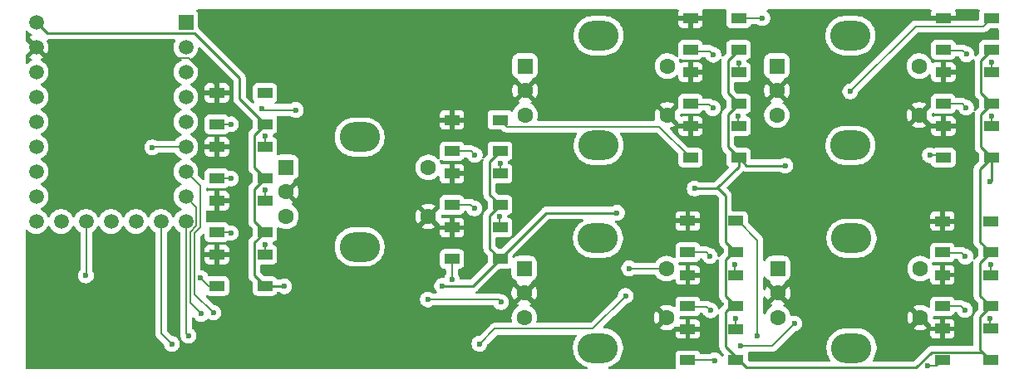
<source format=gbr>
%TF.GenerationSoftware,KiCad,Pcbnew,9.0.6*%
%TF.CreationDate,2026-02-15T17:48:03-07:00*%
%TF.ProjectId,SoundRat,536f756e-6452-4617-942e-6b696361645f,rev?*%
%TF.SameCoordinates,Original*%
%TF.FileFunction,Copper,L1,Top*%
%TF.FilePolarity,Positive*%
%FSLAX46Y46*%
G04 Gerber Fmt 4.6, Leading zero omitted, Abs format (unit mm)*
G04 Created by KiCad (PCBNEW 9.0.6) date 2026-02-15 17:48:03*
%MOMM*%
%LPD*%
G01*
G04 APERTURE LIST*
G04 Aperture macros list*
%AMRoundRect*
0 Rectangle with rounded corners*
0 $1 Rounding radius*
0 $2 $3 $4 $5 $6 $7 $8 $9 X,Y pos of 4 corners*
0 Add a 4 corners polygon primitive as box body*
4,1,4,$2,$3,$4,$5,$6,$7,$8,$9,$2,$3,0*
0 Add four circle primitives for the rounded corners*
1,1,$1+$1,$2,$3*
1,1,$1+$1,$4,$5*
1,1,$1+$1,$6,$7*
1,1,$1+$1,$8,$9*
0 Add four rect primitives between the rounded corners*
20,1,$1+$1,$2,$3,$4,$5,0*
20,1,$1+$1,$4,$5,$6,$7,0*
20,1,$1+$1,$6,$7,$8,$9,0*
20,1,$1+$1,$8,$9,$2,$3,0*%
G04 Aperture macros list end*
%TA.AperFunction,ComponentPad*%
%ADD10R,1.508000X1.508000*%
%TD*%
%TA.AperFunction,ComponentPad*%
%ADD11C,1.508000*%
%TD*%
%TA.AperFunction,SMDPad,CuDef*%
%ADD12R,1.500000X1.000000*%
%TD*%
%TA.AperFunction,ComponentPad*%
%ADD13RoundRect,0.250000X-0.550000X-0.550000X0.550000X-0.550000X0.550000X0.550000X-0.550000X0.550000X0*%
%TD*%
%TA.AperFunction,ComponentPad*%
%ADD14C,1.600000*%
%TD*%
%TA.AperFunction,ComponentPad*%
%ADD15O,4.100000X3.000000*%
%TD*%
%TA.AperFunction,ViaPad*%
%ADD16C,0.600000*%
%TD*%
%TA.AperFunction,Conductor*%
%ADD17C,0.200000*%
%TD*%
%TA.AperFunction,Conductor*%
%ADD18C,0.250000*%
%TD*%
G04 APERTURE END LIST*
D10*
%TO.P,U1,1,GP0*%
%TO.N,1A*%
X117750000Y-93925000D03*
D11*
%TO.P,U1,2,GP1*%
%TO.N,1B*%
X117750000Y-96465000D03*
%TO.P,U1,3,GP2*%
%TO.N,2A*%
X117750000Y-99005000D03*
%TO.P,U1,4,GP3*%
%TO.N,2B*%
X117750000Y-101545000D03*
%TO.P,U1,5,GP4*%
%TO.N,3A*%
X117750000Y-104085000D03*
%TO.P,U1,6,GP5*%
%TO.N,3B*%
X117750000Y-106625000D03*
%TO.P,U1,7,GP6*%
%TO.N,4A*%
X117750000Y-109165000D03*
%TO.P,U1,8,GP7*%
%TO.N,4B*%
X117750000Y-111705000D03*
%TO.P,U1,9,GP8*%
%TO.N,5A*%
X117750000Y-114245000D03*
%TO.P,U1,10,GP9*%
%TO.N,5B*%
X115210000Y-114245000D03*
%TO.P,U1,11,GP10*%
%TO.N,Button 1*%
X112670000Y-114245000D03*
%TO.P,U1,12,GP11*%
%TO.N,Button 2*%
X110130000Y-114245000D03*
%TO.P,U1,13,GP12*%
%TO.N,Button 3*%
X107590000Y-114245000D03*
%TO.P,U1,14,GP13*%
%TO.N,Button 4*%
X105050000Y-114245000D03*
%TO.P,U1,15,GP14*%
%TO.N,Button 5*%
X102510000Y-114245000D03*
%TO.P,U1,16,GP15*%
%TO.N,Net-(D1-DIN)*%
X102510000Y-111705000D03*
%TO.P,U1,17,GP26*%
%TO.N,Net-(D13-DIN)*%
X102510000Y-109165000D03*
%TO.P,U1,18,GP27*%
%TO.N,unconnected-(U1-GP27-Pad18)*%
X102510000Y-106625000D03*
%TO.P,U1,19,GP28*%
%TO.N,unconnected-(U1-GP28-Pad19)*%
X102510000Y-104085000D03*
%TO.P,U1,20,GP29*%
%TO.N,unconnected-(U1-GP29-Pad20)*%
X102510000Y-101545000D03*
%TO.P,U1,21,3V3*%
%TO.N,unconnected-(U1-3V3-Pad21)*%
X102510000Y-99005000D03*
%TO.P,U1,22,GND*%
%TO.N,GND*%
X102510000Y-96465000D03*
%TO.P,U1,23,5V*%
%TO.N,+5V*%
X102510000Y-93925000D03*
%TD*%
D12*
%TO.P,D12,1,VSS*%
%TO.N,GND*%
X168875000Y-114187500D03*
%TO.P,D12,2,DIN*%
%TO.N,Net-(D11-DOUT)*%
X168875000Y-117387500D03*
%TO.P,D12,3,VDD*%
%TO.N,+5V*%
X173775000Y-117387500D03*
%TO.P,D12,4,DOUT*%
%TO.N,Net-(D12-DOUT)*%
X173775000Y-114187500D03*
%TD*%
D13*
%TO.P,SW1,A,A*%
%TO.N,1A*%
X127950000Y-108718750D03*
D14*
%TO.P,SW1,B,B*%
%TO.N,1B*%
X127950000Y-113718750D03*
%TO.P,SW1,C,C*%
%TO.N,GND*%
X127950000Y-111218750D03*
%TO.P,SW1,S1,S1*%
%TO.N,Button 1*%
X142450000Y-108718750D03*
%TO.P,SW1,S2,S2*%
%TO.N,GND*%
X142450000Y-113718750D03*
D15*
%TO.P,SW1,SH*%
%TO.N,N/C*%
X135450000Y-105618750D03*
X135450000Y-116818750D03*
%TD*%
D12*
%TO.P,D19,1,VSS*%
%TO.N,GND*%
X194800000Y-114200000D03*
%TO.P,D19,2,DIN*%
%TO.N,Net-(D18-DOUT)*%
X194800000Y-117400000D03*
%TO.P,D19,3,VDD*%
%TO.N,+5V*%
X199700000Y-117400000D03*
%TO.P,D19,4,DOUT*%
%TO.N,unconnected-(D19-DOUT-Pad4)*%
X199700000Y-114200000D03*
%TD*%
%TO.P,D11,1,VSS*%
%TO.N,GND*%
X168875000Y-119712500D03*
%TO.P,D11,2,DIN*%
%TO.N,Net-(D10-DOUT)*%
X168875000Y-122912500D03*
%TO.P,D11,3,VDD*%
%TO.N,+5V*%
X173775000Y-122912500D03*
%TO.P,D11,4,DOUT*%
%TO.N,Net-(D11-DOUT)*%
X173775000Y-119712500D03*
%TD*%
%TO.P,D15,1,VSS*%
%TO.N,GND*%
X120900000Y-106618750D03*
%TO.P,D15,2,DIN*%
%TO.N,Net-(D14-DOUT)*%
X120900000Y-109818750D03*
%TO.P,D15,3,VDD*%
%TO.N,+5V*%
X125800000Y-109818750D03*
%TO.P,D15,4,DOUT*%
%TO.N,Net-(D15-DOUT)*%
X125800000Y-106618750D03*
%TD*%
%TO.P,D4,1,VSS*%
%TO.N,GND*%
X169150000Y-104512500D03*
%TO.P,D4,2,DIN*%
%TO.N,Net-(D3-DOUT)*%
X169150000Y-107712500D03*
%TO.P,D4,3,VDD*%
%TO.N,+5V*%
X174050000Y-107712500D03*
%TO.P,D4,4,DOUT*%
%TO.N,Net-(D4-DOUT)*%
X174050000Y-104512500D03*
%TD*%
%TO.P,D2,1,VSS*%
%TO.N,GND*%
X144850000Y-109362500D03*
%TO.P,D2,2,DIN*%
%TO.N,Net-(D1-DOUT)*%
X144850000Y-112562500D03*
%TO.P,D2,3,VDD*%
%TO.N,+5V*%
X149750000Y-112562500D03*
%TO.P,D2,4,DOUT*%
%TO.N,Net-(D2-DOUT)*%
X149750000Y-109362500D03*
%TD*%
%TO.P,D8,1,VSS*%
%TO.N,GND*%
X194900000Y-99012500D03*
%TO.P,D8,2,DIN*%
%TO.N,Net-(D7-DOUT)*%
X194900000Y-102212500D03*
%TO.P,D8,3,VDD*%
%TO.N,+5V*%
X199800000Y-102212500D03*
%TO.P,D8,4,DOUT*%
%TO.N,Net-(D8-DOUT)*%
X199800000Y-99012500D03*
%TD*%
%TO.P,D16,1,VSS*%
%TO.N,GND*%
X120900000Y-101118750D03*
%TO.P,D16,2,DIN*%
%TO.N,Net-(D15-DOUT)*%
X120900000Y-104318750D03*
%TO.P,D16,3,VDD*%
%TO.N,+5V*%
X125800000Y-104318750D03*
%TO.P,D16,4,DOUT*%
%TO.N,unconnected-(D16-DOUT-Pad4)*%
X125800000Y-101118750D03*
%TD*%
D13*
%TO.P,SW5,A,A*%
%TO.N,5A*%
X178050000Y-119050000D03*
D14*
%TO.P,SW5,B,B*%
%TO.N,5B*%
X178050000Y-124050000D03*
%TO.P,SW5,C,C*%
%TO.N,GND*%
X178050000Y-121550000D03*
%TO.P,SW5,S1,S1*%
%TO.N,Button 5*%
X192550000Y-119050000D03*
%TO.P,SW5,S2,S2*%
%TO.N,GND*%
X192550000Y-124050000D03*
D15*
%TO.P,SW5,SH*%
%TO.N,N/C*%
X185550000Y-115950000D03*
X185550000Y-127150000D03*
%TD*%
D12*
%TO.P,D13,1,VSS*%
%TO.N,GND*%
X120900000Y-117618750D03*
%TO.P,D13,2,DIN*%
%TO.N,Net-(D13-DIN)*%
X120900000Y-120818750D03*
%TO.P,D13,3,VDD*%
%TO.N,+5V*%
X125800000Y-120818750D03*
%TO.P,D13,4,DOUT*%
%TO.N,Net-(D13-DOUT)*%
X125800000Y-117618750D03*
%TD*%
D13*
%TO.P,SW3,A,A*%
%TO.N,3A*%
X177950000Y-98362500D03*
D14*
%TO.P,SW3,B,B*%
%TO.N,3B*%
X177950000Y-103362500D03*
%TO.P,SW3,C,C*%
%TO.N,GND*%
X177950000Y-100862500D03*
%TO.P,SW3,S1,S1*%
%TO.N,Button 3*%
X192450000Y-98362500D03*
%TO.P,SW3,S2,S2*%
%TO.N,GND*%
X192450000Y-103362500D03*
D15*
%TO.P,SW3,SH*%
%TO.N,N/C*%
X185450000Y-95262500D03*
X185450000Y-106462500D03*
%TD*%
D13*
%TO.P,SW4,A,A*%
%TO.N,4A*%
X152225000Y-119050000D03*
D14*
%TO.P,SW4,B,B*%
%TO.N,4B*%
X152225000Y-124050000D03*
%TO.P,SW4,C,C*%
%TO.N,GND*%
X152225000Y-121550000D03*
%TO.P,SW4,S1,S1*%
%TO.N,Button 4*%
X166725000Y-119050000D03*
%TO.P,SW4,S2,S2*%
%TO.N,GND*%
X166725000Y-124050000D03*
D15*
%TO.P,SW4,SH*%
%TO.N,N/C*%
X159725000Y-115950000D03*
X159725000Y-127150000D03*
%TD*%
D12*
%TO.P,D18,1,VSS*%
%TO.N,GND*%
X194800000Y-119700000D03*
%TO.P,D18,2,DIN*%
%TO.N,Net-(D17-DOUT)*%
X194800000Y-122900000D03*
%TO.P,D18,3,VDD*%
%TO.N,+5V*%
X199700000Y-122900000D03*
%TO.P,D18,4,DOUT*%
%TO.N,Net-(D18-DOUT)*%
X199700000Y-119700000D03*
%TD*%
%TO.P,D7,1,VSS*%
%TO.N,GND*%
X194900000Y-104512500D03*
%TO.P,D7,2,DIN*%
%TO.N,Net-(D6-DOUT)*%
X194900000Y-107712500D03*
%TO.P,D7,3,VDD*%
%TO.N,+5V*%
X199800000Y-107712500D03*
%TO.P,D7,4,DOUT*%
%TO.N,Net-(D7-DOUT)*%
X199800000Y-104512500D03*
%TD*%
%TO.P,D6,1,VSS*%
%TO.N,GND*%
X169150000Y-93512500D03*
%TO.P,D6,2,DIN*%
%TO.N,Net-(D5-DOUT)*%
X169150000Y-96712500D03*
%TO.P,D6,3,VDD*%
%TO.N,+5V*%
X174050000Y-96712500D03*
%TO.P,D6,4,DOUT*%
%TO.N,Net-(D6-DOUT)*%
X174050000Y-93512500D03*
%TD*%
D13*
%TO.P,SW2,A,A*%
%TO.N,2A*%
X152300000Y-98362500D03*
D14*
%TO.P,SW2,B,B*%
%TO.N,2B*%
X152300000Y-103362500D03*
%TO.P,SW2,C,C*%
%TO.N,GND*%
X152300000Y-100862500D03*
%TO.P,SW2,S1,S1*%
%TO.N,Button 2*%
X166800000Y-98362500D03*
%TO.P,SW2,S2,S2*%
%TO.N,GND*%
X166800000Y-103362500D03*
D15*
%TO.P,SW2,SH*%
%TO.N,N/C*%
X159800000Y-95262500D03*
X159800000Y-106462500D03*
%TD*%
D12*
%TO.P,D14,1,VSS*%
%TO.N,GND*%
X120900000Y-112118750D03*
%TO.P,D14,2,DIN*%
%TO.N,Net-(D13-DOUT)*%
X120900000Y-115318750D03*
%TO.P,D14,3,VDD*%
%TO.N,+5V*%
X125800000Y-115318750D03*
%TO.P,D14,4,DOUT*%
%TO.N,Net-(D14-DOUT)*%
X125800000Y-112118750D03*
%TD*%
%TO.P,D10,1,VSS*%
%TO.N,GND*%
X168875000Y-125212500D03*
%TO.P,D10,2,DIN*%
%TO.N,Net-(D10-DIN)*%
X168875000Y-128412500D03*
%TO.P,D10,3,VDD*%
%TO.N,+5V*%
X173775000Y-128412500D03*
%TO.P,D10,4,DOUT*%
%TO.N,Net-(D10-DOUT)*%
X173775000Y-125212500D03*
%TD*%
%TO.P,D9,1,VSS*%
%TO.N,GND*%
X194900000Y-93512500D03*
%TO.P,D9,2,DIN*%
%TO.N,Net-(D8-DOUT)*%
X194900000Y-96712500D03*
%TO.P,D9,3,VDD*%
%TO.N,+5V*%
X199800000Y-96712500D03*
%TO.P,D9,4,DOUT*%
%TO.N,Net-(D10-DIN)*%
X199800000Y-93512500D03*
%TD*%
%TO.P,D5,1,VSS*%
%TO.N,GND*%
X169150000Y-99012500D03*
%TO.P,D5,2,DIN*%
%TO.N,Net-(D4-DOUT)*%
X169150000Y-102212500D03*
%TO.P,D5,3,VDD*%
%TO.N,+5V*%
X174050000Y-102212500D03*
%TO.P,D5,4,DOUT*%
%TO.N,Net-(D5-DOUT)*%
X174050000Y-99012500D03*
%TD*%
%TO.P,D1,1,VSS*%
%TO.N,GND*%
X144850000Y-114868750D03*
%TO.P,D1,2,DIN*%
%TO.N,Net-(D1-DIN)*%
X144850000Y-118068750D03*
%TO.P,D1,3,VDD*%
%TO.N,+5V*%
X149750000Y-118068750D03*
%TO.P,D1,4,DOUT*%
%TO.N,Net-(D1-DOUT)*%
X149750000Y-114868750D03*
%TD*%
%TO.P,D3,1,VSS*%
%TO.N,GND*%
X144850000Y-103868750D03*
%TO.P,D3,2,DIN*%
%TO.N,Net-(D2-DOUT)*%
X144850000Y-107068750D03*
%TO.P,D3,3,VDD*%
%TO.N,+5V*%
X149750000Y-107068750D03*
%TO.P,D3,4,DOUT*%
%TO.N,Net-(D3-DOUT)*%
X149750000Y-103868750D03*
%TD*%
%TO.P,D17,1,VSS*%
%TO.N,GND*%
X194800000Y-125200000D03*
%TO.P,D17,2,DIN*%
%TO.N,Net-(D12-DOUT)*%
X194800000Y-128400000D03*
%TO.P,D17,3,VDD*%
%TO.N,+5V*%
X199700000Y-128400000D03*
%TO.P,D17,4,DOUT*%
%TO.N,Net-(D17-DOUT)*%
X199700000Y-125200000D03*
%TD*%
D16*
%TO.N,2B*%
X125525000Y-102725000D03*
X128950000Y-102850000D03*
%TO.N,3B*%
X114348235Y-106673235D03*
%TO.N,Button 3*%
X107575000Y-119750000D03*
%TO.N,Button 4*%
X142400000Y-122200000D03*
X162900000Y-119025000D03*
X149850000Y-122475000D03*
%TO.N,4A*%
X120550000Y-123550000D03*
%TO.N,4B*%
X119300000Y-123675000D03*
%TO.N,Net-(D1-DIN)*%
X144850000Y-120193750D03*
%TO.N,Net-(D1-DOUT)*%
X149700000Y-113731250D03*
X147125000Y-112906250D03*
%TO.N,+5V*%
X169581985Y-110881985D03*
X143850000Y-120825000D03*
X178800000Y-108550000D03*
X161675000Y-113350000D03*
X127775000Y-120850000D03*
X199675000Y-110175000D03*
%TO.N,Net-(D2-DOUT)*%
X149750000Y-108281250D03*
X147175000Y-107456250D03*
%TO.N,Net-(D4-DOUT)*%
X171425000Y-102675000D03*
X174000000Y-103500000D03*
%TO.N,Net-(D5-DOUT)*%
X171475000Y-97225000D03*
X174050000Y-98050000D03*
%TO.N,Net-(D6-DOUT)*%
X193525000Y-107475000D03*
X176475000Y-93475000D03*
%TO.N,Net-(D8-DOUT)*%
X199850000Y-98000000D03*
X197275000Y-97175000D03*
%TO.N,Net-(D11-DOUT)*%
X173700000Y-118606250D03*
X171125000Y-117781250D03*
%TO.N,Net-(D7-DOUT)*%
X199800000Y-103450000D03*
X197225000Y-102625000D03*
%TO.N,Net-(D10-DIN)*%
X179750000Y-124650000D03*
X174250000Y-126950000D03*
X185425000Y-100975000D03*
X171625000Y-128425000D03*
%TO.N,Net-(D10-DOUT)*%
X171175000Y-123306250D03*
X173750000Y-124131250D03*
%TO.N,Net-(D13-DIN)*%
X119250000Y-120021750D03*
%TO.N,Net-(D13-DOUT)*%
X122325000Y-115419750D03*
X125800000Y-116575000D03*
%TO.N,Net-(D14-DOUT)*%
X122325000Y-109843750D03*
X125825000Y-111050000D03*
%TO.N,Net-(D15-DOUT)*%
X122350000Y-104318750D03*
X125825000Y-105525000D03*
%TO.N,Net-(D12-DOUT)*%
X193300000Y-129000000D03*
X175975000Y-125949000D03*
%TO.N,Net-(D17-DOUT)*%
X199675000Y-124106250D03*
X197100000Y-123281250D03*
%TO.N,Net-(D18-DOUT)*%
X197150000Y-117831250D03*
X199725000Y-118656250D03*
%TO.N,5A*%
X118025000Y-125900000D03*
%TO.N,5B*%
X162545315Y-121845315D03*
X147650000Y-126725000D03*
X116325000Y-126750000D03*
%TD*%
D17*
%TO.N,GND*%
X120900000Y-100418750D02*
X120900000Y-101118750D01*
X103585000Y-97535000D02*
X118016250Y-97535000D01*
X102530000Y-96480000D02*
X103585000Y-97535000D01*
X118016250Y-97535000D02*
X120900000Y-100418750D01*
%TO.N,2B*%
X125650000Y-102850000D02*
X125525000Y-102725000D01*
X128950000Y-102850000D02*
X125650000Y-102850000D01*
%TO.N,3B*%
X114381470Y-106640000D02*
X117770000Y-106640000D01*
X114348235Y-106673235D02*
X114381470Y-106640000D01*
%TO.N,Button 3*%
X107610000Y-119715000D02*
X107610000Y-114260000D01*
X107575000Y-119750000D02*
X107610000Y-119715000D01*
%TO.N,Button 4*%
X149575000Y-122200000D02*
X149850000Y-122475000D01*
X142400000Y-122200000D02*
X149575000Y-122200000D01*
X162925000Y-119050000D02*
X166725000Y-119050000D01*
X162900000Y-119025000D02*
X162925000Y-119050000D01*
%TO.N,4A*%
X119226000Y-110636000D02*
X117770000Y-109180000D01*
X119226000Y-114863096D02*
X119226000Y-110636000D01*
X118649000Y-121649000D02*
X118649000Y-115440096D01*
X120550000Y-123550000D02*
X118649000Y-121649000D01*
X118649000Y-115440096D02*
X119226000Y-114863096D01*
%TO.N,4B*%
X119300000Y-123675000D02*
X118200000Y-122575000D01*
X118825000Y-112775000D02*
X117770000Y-111720000D01*
X118200000Y-115321996D02*
X118825000Y-114696996D01*
X118200000Y-122575000D02*
X118200000Y-115321996D01*
X118825000Y-114696996D02*
X118825000Y-112775000D01*
%TO.N,Net-(D1-DIN)*%
X144850000Y-118068750D02*
X144850000Y-120193750D01*
%TO.N,Net-(D1-DOUT)*%
X149700000Y-113731250D02*
X149700000Y-114800000D01*
X144775000Y-112525000D02*
X146743750Y-112525000D01*
X146743750Y-112525000D02*
X147125000Y-112906250D01*
D18*
%TO.N,+5V*%
X143850000Y-120825000D02*
X146993750Y-120825000D01*
X118670000Y-95020000D02*
X103610000Y-95020000D01*
X124724000Y-110894750D02*
X124724000Y-114242750D01*
X174874000Y-129174000D02*
X172699000Y-126999000D01*
X171793015Y-110881985D02*
X171900000Y-110775000D01*
X198724000Y-106636500D02*
X199800000Y-107712500D01*
X171900000Y-110775000D02*
X172700000Y-111575000D01*
X148674000Y-113638500D02*
X148674000Y-116992750D01*
X178788500Y-108538500D02*
X178800000Y-108550000D01*
X127743750Y-120818750D02*
X127775000Y-120850000D01*
X125800000Y-115318750D02*
X124724000Y-116394750D01*
X149750000Y-118068750D02*
X154468750Y-113350000D01*
X173450000Y-117375000D02*
X172699000Y-118126000D01*
X172974000Y-103288500D02*
X172974000Y-106636500D01*
X199675000Y-110175000D02*
X199800000Y-110050000D01*
X198624000Y-123976000D02*
X198624000Y-127324000D01*
X103610000Y-95020000D02*
X102530000Y-93940000D01*
X198724000Y-103288500D02*
X198724000Y-106636500D01*
X148674000Y-111486500D02*
X149750000Y-112562500D01*
X124724000Y-114242750D02*
X125800000Y-115318750D01*
X148674000Y-108144750D02*
X148674000Y-111486500D01*
X199700000Y-117400000D02*
X198624000Y-118476000D01*
X124724000Y-108742750D02*
X125800000Y-109818750D01*
X174050000Y-102212500D02*
X172974000Y-103288500D01*
X124724000Y-105394750D02*
X124724000Y-108742750D01*
X198624000Y-108888500D02*
X198624000Y-116324000D01*
X199800000Y-107712500D02*
X198624000Y-108888500D01*
X174050000Y-96712500D02*
X172974000Y-97788500D01*
X198624000Y-127324000D02*
X199700000Y-128400000D01*
X198874000Y-127574000D02*
X193724000Y-127574000D01*
X198624000Y-121824000D02*
X199700000Y-122900000D01*
X193724000Y-127574000D02*
X192124000Y-129174000D01*
X174876000Y-108538500D02*
X178788500Y-108538500D01*
X169581985Y-110881985D02*
X171793015Y-110881985D01*
X172699000Y-121836500D02*
X173775000Y-122912500D01*
X125800000Y-109818750D02*
X124724000Y-110894750D01*
X125800000Y-104318750D02*
X123225000Y-101743750D01*
X174050000Y-107712500D02*
X174876000Y-108538500D01*
X124724000Y-116394750D02*
X124724000Y-119742750D01*
X172974000Y-101136500D02*
X174050000Y-102212500D01*
X198724000Y-97788500D02*
X198724000Y-101136500D01*
X192124000Y-129174000D02*
X174874000Y-129174000D01*
X149750000Y-112562500D02*
X148674000Y-113638500D01*
X172700000Y-111575000D02*
X172700000Y-116312500D01*
X199800000Y-96712500D02*
X198724000Y-97788500D01*
X123225000Y-101743750D02*
X123225000Y-99575000D01*
X172700000Y-116312500D02*
X173775000Y-117387500D01*
X199700000Y-128400000D02*
X198874000Y-127574000D01*
X154468750Y-113350000D02*
X161675000Y-113350000D01*
X199800000Y-102212500D02*
X198724000Y-103288500D01*
X172699000Y-126999000D02*
X172699000Y-123501000D01*
X146993750Y-120825000D02*
X149750000Y-118068750D01*
X149750000Y-107068750D02*
X148674000Y-108144750D01*
X198724000Y-101136500D02*
X199800000Y-102212500D01*
X172699000Y-118126000D02*
X172699000Y-121836500D01*
X124724000Y-119742750D02*
X125800000Y-120818750D01*
X199800000Y-110050000D02*
X199800000Y-107712500D01*
X174050000Y-107712500D02*
X174050000Y-108625000D01*
X172974000Y-106636500D02*
X174050000Y-107712500D01*
X173305000Y-122895000D02*
X174125000Y-122895000D01*
X172699000Y-123501000D02*
X173305000Y-122895000D01*
X172974000Y-97788500D02*
X172974000Y-101136500D01*
X198624000Y-116324000D02*
X199700000Y-117400000D01*
X198624000Y-118476000D02*
X198624000Y-121824000D01*
X125800000Y-104318750D02*
X124724000Y-105394750D01*
X174050000Y-108625000D02*
X171900000Y-110775000D01*
X125800000Y-120818750D02*
X127743750Y-120818750D01*
X199700000Y-122900000D02*
X198624000Y-123976000D01*
X148674000Y-116992750D02*
X149750000Y-118068750D01*
X123225000Y-99575000D02*
X118670000Y-95020000D01*
D17*
%TO.N,Net-(D2-DOUT)*%
X146793750Y-107075000D02*
X147175000Y-107456250D01*
X149750000Y-108281250D02*
X149750000Y-109350000D01*
X144825000Y-107075000D02*
X146793750Y-107075000D01*
%TO.N,Net-(D3-DOUT)*%
X150431250Y-104550000D02*
X165987500Y-104550000D01*
X149750000Y-103868750D02*
X150431250Y-104550000D01*
X165987500Y-104550000D02*
X169150000Y-107712500D01*
%TO.N,Net-(D4-DOUT)*%
X171043750Y-102293750D02*
X171425000Y-102675000D01*
X174000000Y-103500000D02*
X174000000Y-104568750D01*
X169075000Y-102293750D02*
X171043750Y-102293750D01*
%TO.N,Net-(D5-DOUT)*%
X174050000Y-98050000D02*
X174050000Y-99118750D01*
X171093750Y-96843750D02*
X171475000Y-97225000D01*
X169125000Y-96843750D02*
X171093750Y-96843750D01*
%TO.N,Net-(D6-DOUT)*%
X174050000Y-93512500D02*
X176437500Y-93512500D01*
X194662500Y-107475000D02*
X194900000Y-107712500D01*
X193525000Y-107475000D02*
X194662500Y-107475000D01*
X176437500Y-93512500D02*
X176475000Y-93475000D01*
%TO.N,Net-(D8-DOUT)*%
X199850000Y-98000000D02*
X199850000Y-99068750D01*
X194925000Y-96793750D02*
X196893750Y-96793750D01*
X196893750Y-96793750D02*
X197275000Y-97175000D01*
%TO.N,Net-(D11-DOUT)*%
X170743750Y-117400000D02*
X171125000Y-117781250D01*
X173700000Y-118606250D02*
X173700000Y-119675000D01*
X168775000Y-117400000D02*
X170743750Y-117400000D01*
%TO.N,Net-(D7-DOUT)*%
X199800000Y-103450000D02*
X199800000Y-104518750D01*
X196843750Y-102243750D02*
X197225000Y-102625000D01*
X194875000Y-102243750D02*
X196843750Y-102243750D01*
%TO.N,Net-(D10-DIN)*%
X171612500Y-128412500D02*
X168875000Y-128412500D01*
X199800000Y-93512500D02*
X198999000Y-94313500D01*
X198999000Y-94313500D02*
X192086500Y-94313500D01*
X171625000Y-128425000D02*
X171612500Y-128412500D01*
X192086500Y-94313500D02*
X185425000Y-100975000D01*
X179750000Y-124650000D02*
X177450000Y-126950000D01*
X177450000Y-126950000D02*
X174250000Y-126950000D01*
%TO.N,Net-(D10-DOUT)*%
X173750000Y-124131250D02*
X173750000Y-125200000D01*
X168825000Y-122925000D02*
X170793750Y-122925000D01*
X170793750Y-122925000D02*
X171175000Y-123306250D01*
%TO.N,Net-(D13-DIN)*%
X120900000Y-120818750D02*
X120047000Y-120818750D01*
X120047000Y-120818750D02*
X119250000Y-120021750D01*
%TO.N,Net-(D13-DOUT)*%
X125800000Y-116575000D02*
X125800000Y-117643750D01*
X122274000Y-115368750D02*
X120875000Y-115368750D01*
X122325000Y-115419750D02*
X122274000Y-115368750D01*
%TO.N,Net-(D14-DOUT)*%
X125825000Y-111050000D02*
X125825000Y-112118750D01*
X122325000Y-109843750D02*
X120900000Y-109843750D01*
%TO.N,Net-(D15-DOUT)*%
X125825000Y-106593750D02*
X125800000Y-106618750D01*
X125825000Y-105525000D02*
X125825000Y-106593750D01*
X122350000Y-104318750D02*
X120900000Y-104318750D01*
%TO.N,Net-(D12-DOUT)*%
X193300000Y-129000000D02*
X194200000Y-129000000D01*
X175975000Y-116175000D02*
X173987500Y-114187500D01*
X175975000Y-125949000D02*
X175975000Y-116175000D01*
X173987500Y-114187500D02*
X173775000Y-114187500D01*
X194200000Y-129000000D02*
X194800000Y-128400000D01*
%TO.N,Net-(D17-DOUT)*%
X194750000Y-122900000D02*
X196718750Y-122900000D01*
X199675000Y-124106250D02*
X199675000Y-125175000D01*
X196718750Y-122900000D02*
X197100000Y-123281250D01*
%TO.N,Net-(D18-DOUT)*%
X196768750Y-117450000D02*
X197150000Y-117831250D01*
X199725000Y-118656250D02*
X199725000Y-119725000D01*
X194800000Y-117450000D02*
X196768750Y-117450000D01*
%TO.N,5A*%
X118025000Y-125900000D02*
X117770000Y-125645000D01*
X117770000Y-125645000D02*
X117770000Y-114260000D01*
%TO.N,5B*%
X162545315Y-121845315D02*
X159190630Y-125200000D01*
X115230000Y-125655000D02*
X115230000Y-114260000D01*
X159190630Y-125200000D02*
X149219950Y-125200000D01*
X147669950Y-126744950D02*
X147650000Y-126725000D01*
X149219950Y-125200000D02*
X147669950Y-126750000D01*
X147669950Y-126750000D02*
X147669950Y-126744950D01*
X116325000Y-126750000D02*
X115230000Y-125655000D01*
%TD*%
%TA.AperFunction,Conductor*%
%TO.N,GND*%
G36*
X167870869Y-92609145D02*
G01*
X167900852Y-92615668D01*
X167904082Y-92618898D01*
X167908465Y-92620185D01*
X167928557Y-92643372D01*
X167950258Y-92665073D01*
X167951229Y-92669537D01*
X167954220Y-92672989D01*
X167958587Y-92703360D01*
X167965110Y-92733346D01*
X167963778Y-92739466D01*
X167964164Y-92742147D01*
X167957608Y-92767833D01*
X167906403Y-92905120D01*
X167906401Y-92905127D01*
X167900000Y-92964655D01*
X167900000Y-93262500D01*
X170400000Y-93262500D01*
X170400000Y-92964672D01*
X170399999Y-92964655D01*
X170393598Y-92905127D01*
X170393596Y-92905120D01*
X170342392Y-92767833D01*
X170337408Y-92698141D01*
X170370893Y-92636818D01*
X170432216Y-92603334D01*
X170458574Y-92600500D01*
X172740893Y-92600500D01*
X172807932Y-92620185D01*
X172853687Y-92672989D01*
X172863631Y-92742147D01*
X172857075Y-92767833D01*
X172805908Y-92905017D01*
X172799501Y-92964616D01*
X172799500Y-92964635D01*
X172799500Y-94060370D01*
X172799501Y-94060376D01*
X172805908Y-94119983D01*
X172856202Y-94254828D01*
X172856206Y-94254835D01*
X172942452Y-94370044D01*
X172942455Y-94370047D01*
X173057664Y-94456293D01*
X173057671Y-94456297D01*
X173192517Y-94506591D01*
X173192516Y-94506591D01*
X173199444Y-94507335D01*
X173252127Y-94513000D01*
X174847872Y-94512999D01*
X174907483Y-94506591D01*
X175042331Y-94456296D01*
X175157546Y-94370046D01*
X175243796Y-94254831D01*
X175250496Y-94236868D01*
X175266609Y-94193667D01*
X175308480Y-94137733D01*
X175373944Y-94113316D01*
X175382791Y-94113000D01*
X175951357Y-94113000D01*
X176018396Y-94132685D01*
X176020247Y-94133898D01*
X176095819Y-94184393D01*
X176095822Y-94184395D01*
X176222505Y-94236868D01*
X176241503Y-94244737D01*
X176396153Y-94275499D01*
X176396156Y-94275500D01*
X176396158Y-94275500D01*
X176553844Y-94275500D01*
X176553845Y-94275499D01*
X176708497Y-94244737D01*
X176854179Y-94184394D01*
X176985289Y-94096789D01*
X177096789Y-93985289D01*
X177184394Y-93854179D01*
X177244737Y-93708497D01*
X177275500Y-93553842D01*
X177275500Y-93396158D01*
X177275500Y-93396155D01*
X177275499Y-93396153D01*
X177249907Y-93267495D01*
X177244737Y-93241503D01*
X177195708Y-93123135D01*
X177184397Y-93095827D01*
X177184390Y-93095814D01*
X177096789Y-92964711D01*
X177096786Y-92964707D01*
X176985292Y-92853213D01*
X176985288Y-92853210D01*
X176946963Y-92827602D01*
X176902158Y-92773990D01*
X176893451Y-92704665D01*
X176923605Y-92641637D01*
X176983048Y-92604918D01*
X177015854Y-92600500D01*
X193591426Y-92600500D01*
X193658465Y-92620185D01*
X193704220Y-92672989D01*
X193714164Y-92742147D01*
X193707608Y-92767833D01*
X193656403Y-92905120D01*
X193656401Y-92905127D01*
X193650000Y-92964655D01*
X193650000Y-93262500D01*
X196150000Y-93262500D01*
X196150000Y-92964672D01*
X196149999Y-92964655D01*
X196143598Y-92905127D01*
X196143596Y-92905120D01*
X196092392Y-92767833D01*
X196087408Y-92698141D01*
X196120893Y-92636818D01*
X196182216Y-92603334D01*
X196208574Y-92600500D01*
X198490893Y-92600500D01*
X198557932Y-92620185D01*
X198603687Y-92672989D01*
X198613631Y-92742147D01*
X198607075Y-92767833D01*
X198560647Y-92892315D01*
X198555909Y-92905017D01*
X198549500Y-92964627D01*
X198549500Y-93296230D01*
X198549501Y-93589000D01*
X198529817Y-93656039D01*
X198477013Y-93701794D01*
X198425501Y-93713000D01*
X192173170Y-93713000D01*
X192173154Y-93712999D01*
X192165558Y-93712999D01*
X192007443Y-93712999D01*
X191931079Y-93733461D01*
X191854714Y-93753923D01*
X191854709Y-93753926D01*
X191717790Y-93832975D01*
X191717782Y-93832981D01*
X185410339Y-100140425D01*
X185349016Y-100173910D01*
X185346850Y-100174361D01*
X185191508Y-100205261D01*
X185191498Y-100205264D01*
X185045827Y-100265602D01*
X185045814Y-100265609D01*
X184914711Y-100353210D01*
X184914707Y-100353213D01*
X184803213Y-100464707D01*
X184803210Y-100464711D01*
X184715609Y-100595814D01*
X184715602Y-100595827D01*
X184655264Y-100741498D01*
X184655261Y-100741510D01*
X184624500Y-100896153D01*
X184624500Y-101053846D01*
X184655261Y-101208489D01*
X184655264Y-101208501D01*
X184715602Y-101354172D01*
X184715609Y-101354185D01*
X184803210Y-101485288D01*
X184803213Y-101485292D01*
X184914707Y-101596786D01*
X184914711Y-101596789D01*
X185045814Y-101684390D01*
X185045827Y-101684397D01*
X185146830Y-101726233D01*
X185191503Y-101744737D01*
X185346153Y-101775499D01*
X185346156Y-101775500D01*
X185346158Y-101775500D01*
X185503844Y-101775500D01*
X185503845Y-101775499D01*
X185658497Y-101744737D01*
X185804179Y-101684394D01*
X185935289Y-101596789D01*
X186046789Y-101485289D01*
X186133876Y-101354954D01*
X186134390Y-101354185D01*
X186134390Y-101354184D01*
X186134394Y-101354179D01*
X186194737Y-101208497D01*
X186225172Y-101055493D01*
X186225638Y-101053150D01*
X186258023Y-100991239D01*
X186259518Y-100989716D01*
X188989087Y-98260148D01*
X191149500Y-98260148D01*
X191149500Y-98464851D01*
X191181522Y-98667034D01*
X191244781Y-98861723D01*
X191337715Y-99044113D01*
X191458028Y-99209713D01*
X191602786Y-99354471D01*
X191757749Y-99467056D01*
X191768390Y-99474787D01*
X191884607Y-99534003D01*
X191950776Y-99567718D01*
X191950778Y-99567718D01*
X191950781Y-99567720D01*
X192021679Y-99590756D01*
X192145465Y-99630977D01*
X192246557Y-99646988D01*
X192347648Y-99663000D01*
X192347649Y-99663000D01*
X192552351Y-99663000D01*
X192552352Y-99663000D01*
X192754534Y-99630977D01*
X192949219Y-99567720D01*
X193131610Y-99474787D01*
X193244803Y-99392548D01*
X193297213Y-99354471D01*
X193297215Y-99354468D01*
X193297219Y-99354466D01*
X193438319Y-99213366D01*
X193499642Y-99179881D01*
X193569334Y-99184865D01*
X193625267Y-99226737D01*
X193649684Y-99292201D01*
X193650000Y-99301047D01*
X193650000Y-99560344D01*
X193656401Y-99619872D01*
X193656403Y-99619879D01*
X193706645Y-99754586D01*
X193706649Y-99754593D01*
X193792809Y-99869687D01*
X193792812Y-99869690D01*
X193907906Y-99955850D01*
X193907913Y-99955854D01*
X194042620Y-100006096D01*
X194042627Y-100006098D01*
X194102155Y-100012499D01*
X194102172Y-100012500D01*
X194650000Y-100012500D01*
X195150000Y-100012500D01*
X195697828Y-100012500D01*
X195697844Y-100012499D01*
X195757372Y-100006098D01*
X195757379Y-100006096D01*
X195892086Y-99955854D01*
X195892093Y-99955850D01*
X196007187Y-99869690D01*
X196007190Y-99869687D01*
X196093350Y-99754593D01*
X196093354Y-99754586D01*
X196143596Y-99619879D01*
X196143598Y-99619872D01*
X196149999Y-99560344D01*
X196150000Y-99560327D01*
X196150000Y-99262500D01*
X195150000Y-99262500D01*
X195150000Y-100012500D01*
X194650000Y-100012500D01*
X194650000Y-98762500D01*
X195150000Y-98762500D01*
X196150000Y-98762500D01*
X196150000Y-98464672D01*
X196149999Y-98464655D01*
X196143598Y-98405127D01*
X196143596Y-98405120D01*
X196093354Y-98270413D01*
X196093350Y-98270406D01*
X196007190Y-98155312D01*
X196007187Y-98155309D01*
X195892093Y-98069149D01*
X195892086Y-98069145D01*
X195757379Y-98018903D01*
X195757372Y-98018901D01*
X195697844Y-98012500D01*
X195150000Y-98012500D01*
X195150000Y-98762500D01*
X194650000Y-98762500D01*
X194650000Y-98012500D01*
X194102155Y-98012500D01*
X194042627Y-98018901D01*
X194042620Y-98018903D01*
X193907913Y-98069145D01*
X193907911Y-98069147D01*
X193897163Y-98077193D01*
X193831699Y-98101610D01*
X193763426Y-98086759D01*
X193714020Y-98037353D01*
X193704921Y-98016245D01*
X193681687Y-97944738D01*
X193655220Y-97863281D01*
X193655218Y-97863278D01*
X193655218Y-97863276D01*
X193609777Y-97774095D01*
X193562287Y-97680890D01*
X193544417Y-97656294D01*
X193441971Y-97515286D01*
X193297213Y-97370528D01*
X193131613Y-97250215D01*
X193131612Y-97250214D01*
X193131610Y-97250213D01*
X193043405Y-97205270D01*
X192949223Y-97157281D01*
X192754534Y-97094022D01*
X192579995Y-97066378D01*
X192552352Y-97062000D01*
X192347648Y-97062000D01*
X192323329Y-97065851D01*
X192145465Y-97094022D01*
X191950776Y-97157281D01*
X191768386Y-97250215D01*
X191602786Y-97370528D01*
X191458028Y-97515286D01*
X191337715Y-97680886D01*
X191244781Y-97863276D01*
X191181522Y-98057965D01*
X191149500Y-98260148D01*
X188989087Y-98260148D01*
X192298917Y-94950319D01*
X192360240Y-94916834D01*
X192386598Y-94914000D01*
X198912331Y-94914000D01*
X198912347Y-94914001D01*
X198919943Y-94914001D01*
X199078054Y-94914001D01*
X199078057Y-94914001D01*
X199230785Y-94873077D01*
X199292321Y-94837549D01*
X199367716Y-94794020D01*
X199479520Y-94682216D01*
X199479520Y-94682214D01*
X199489720Y-94672015D01*
X199489724Y-94672010D01*
X199612418Y-94549315D01*
X199673739Y-94515833D01*
X199700097Y-94512999D01*
X200425500Y-94512999D01*
X200492539Y-94532684D01*
X200538294Y-94585488D01*
X200549500Y-94636999D01*
X200549500Y-95588000D01*
X200529815Y-95655039D01*
X200477011Y-95700794D01*
X200425500Y-95712000D01*
X199002129Y-95712000D01*
X199002123Y-95712001D01*
X198942516Y-95718408D01*
X198807671Y-95768702D01*
X198807664Y-95768706D01*
X198692455Y-95854952D01*
X198692452Y-95854955D01*
X198606206Y-95970164D01*
X198606202Y-95970171D01*
X198555908Y-96105017D01*
X198550213Y-96157993D01*
X198549501Y-96164623D01*
X198549500Y-96164635D01*
X198549500Y-97027047D01*
X198529815Y-97094086D01*
X198513181Y-97114728D01*
X198325266Y-97302643D01*
X198287180Y-97340728D01*
X198225857Y-97374213D01*
X198156165Y-97369227D01*
X198100232Y-97327355D01*
X198075816Y-97261890D01*
X198075500Y-97253046D01*
X198075500Y-97096155D01*
X198075499Y-97096153D01*
X198068706Y-97062001D01*
X198044737Y-96941503D01*
X198044735Y-96941498D01*
X197984397Y-96795827D01*
X197984390Y-96795814D01*
X197896789Y-96664711D01*
X197896786Y-96664707D01*
X197785292Y-96553213D01*
X197785288Y-96553210D01*
X197654185Y-96465609D01*
X197654172Y-96465602D01*
X197508501Y-96405264D01*
X197508491Y-96405261D01*
X197353151Y-96374362D01*
X197306606Y-96354590D01*
X197297504Y-96348268D01*
X197262466Y-96313230D01*
X197175654Y-96263110D01*
X197125535Y-96234173D01*
X196972807Y-96193249D01*
X196814693Y-96193249D01*
X196807097Y-96193249D01*
X196807081Y-96193250D01*
X196263054Y-96193250D01*
X196196015Y-96173565D01*
X196150260Y-96120761D01*
X196147297Y-96112100D01*
X196146802Y-96112285D01*
X196093797Y-95970171D01*
X196093793Y-95970164D01*
X196007547Y-95854955D01*
X196007544Y-95854952D01*
X195892335Y-95768706D01*
X195892328Y-95768702D01*
X195757482Y-95718408D01*
X195757483Y-95718408D01*
X195697883Y-95712001D01*
X195697881Y-95712000D01*
X195697873Y-95712000D01*
X195697864Y-95712000D01*
X194102129Y-95712000D01*
X194102123Y-95712001D01*
X194042516Y-95718408D01*
X193907671Y-95768702D01*
X193907664Y-95768706D01*
X193792455Y-95854952D01*
X193792452Y-95854955D01*
X193706206Y-95970164D01*
X193706202Y-95970171D01*
X193655908Y-96105017D01*
X193650213Y-96157993D01*
X193649501Y-96164623D01*
X193649500Y-96164635D01*
X193649500Y-97260370D01*
X193649501Y-97260376D01*
X193655908Y-97319983D01*
X193706202Y-97454828D01*
X193706206Y-97454835D01*
X193792452Y-97570044D01*
X193792455Y-97570047D01*
X193907664Y-97656293D01*
X193907671Y-97656297D01*
X194042517Y-97706591D01*
X194042516Y-97706591D01*
X194049444Y-97707335D01*
X194102127Y-97713000D01*
X195697872Y-97712999D01*
X195757483Y-97706591D01*
X195892331Y-97656296D01*
X196007546Y-97570046D01*
X196047452Y-97516739D01*
X196099112Y-97447731D01*
X196101157Y-97449262D01*
X196106736Y-97437047D01*
X196125369Y-97425072D01*
X196141031Y-97409413D01*
X196155468Y-97405728D01*
X196165514Y-97399273D01*
X196200449Y-97394250D01*
X196416507Y-97394250D01*
X196483546Y-97413935D01*
X196529301Y-97466739D01*
X196531068Y-97470797D01*
X196565604Y-97554176D01*
X196565609Y-97554185D01*
X196653210Y-97685288D01*
X196653213Y-97685292D01*
X196764707Y-97796786D01*
X196764711Y-97796789D01*
X196895814Y-97884390D01*
X196895827Y-97884397D01*
X197041498Y-97944735D01*
X197041503Y-97944737D01*
X197196153Y-97975499D01*
X197196156Y-97975500D01*
X197196158Y-97975500D01*
X197353844Y-97975500D01*
X197353845Y-97975499D01*
X197508497Y-97944737D01*
X197654179Y-97884394D01*
X197785289Y-97796789D01*
X197832247Y-97749831D01*
X197886819Y-97695260D01*
X197948142Y-97661775D01*
X198017834Y-97666759D01*
X198073767Y-97708631D01*
X198098184Y-97774095D01*
X198098500Y-97782941D01*
X198098500Y-101198111D01*
X198122535Y-101318944D01*
X198122540Y-101318961D01*
X198169685Y-101432781D01*
X198169690Y-101432790D01*
X198197056Y-101473745D01*
X198197060Y-101473749D01*
X198201421Y-101480276D01*
X198238142Y-101535233D01*
X198325267Y-101622358D01*
X198325270Y-101622360D01*
X198332674Y-101629764D01*
X198513181Y-101810271D01*
X198546666Y-101871594D01*
X198549500Y-101897952D01*
X198549500Y-102527047D01*
X198529815Y-102594086D01*
X198513181Y-102614728D01*
X198326776Y-102801132D01*
X198326761Y-102801147D01*
X198325270Y-102802639D01*
X198325267Y-102802642D01*
X198238142Y-102889767D01*
X198223442Y-102911766D01*
X198216561Y-102919134D01*
X198194814Y-102931989D01*
X198175431Y-102948189D01*
X198165248Y-102949467D01*
X198156415Y-102954690D01*
X198131169Y-102953748D01*
X198106106Y-102956896D01*
X198096850Y-102952467D01*
X198086594Y-102952085D01*
X198065863Y-102937642D01*
X198043078Y-102926741D01*
X198037685Y-102918011D01*
X198029265Y-102912145D01*
X198019634Y-102888788D01*
X198006359Y-102867298D01*
X198005940Y-102855579D01*
X198002630Y-102847551D01*
X198005158Y-102833665D01*
X198004324Y-102810301D01*
X198025500Y-102703844D01*
X198025500Y-102546155D01*
X198025499Y-102546153D01*
X198013881Y-102487747D01*
X197994737Y-102391503D01*
X197992171Y-102385309D01*
X197934397Y-102245827D01*
X197934390Y-102245814D01*
X197846789Y-102114711D01*
X197846786Y-102114707D01*
X197735292Y-102003213D01*
X197735288Y-102003210D01*
X197604185Y-101915609D01*
X197604172Y-101915602D01*
X197458501Y-101855264D01*
X197458491Y-101855261D01*
X197303151Y-101824362D01*
X197256606Y-101804590D01*
X197247504Y-101798268D01*
X197212466Y-101763230D01*
X197125654Y-101713110D01*
X197075535Y-101684173D01*
X196922807Y-101643249D01*
X196764693Y-101643249D01*
X196757097Y-101643249D01*
X196757081Y-101643250D01*
X196244446Y-101643250D01*
X196177407Y-101623565D01*
X196131652Y-101570761D01*
X196128264Y-101562582D01*
X196093798Y-101470173D01*
X196093793Y-101470164D01*
X196007547Y-101354955D01*
X196007544Y-101354952D01*
X195892335Y-101268706D01*
X195892328Y-101268702D01*
X195757482Y-101218408D01*
X195757483Y-101218408D01*
X195697883Y-101212001D01*
X195697881Y-101212000D01*
X195697873Y-101212000D01*
X195697864Y-101212000D01*
X194102129Y-101212000D01*
X194102123Y-101212001D01*
X194042516Y-101218408D01*
X193907671Y-101268702D01*
X193907664Y-101268706D01*
X193792455Y-101354952D01*
X193792452Y-101354955D01*
X193706206Y-101470164D01*
X193706202Y-101470171D01*
X193655908Y-101605017D01*
X193651746Y-101643736D01*
X193649501Y-101664623D01*
X193649500Y-101664635D01*
X193649500Y-102511880D01*
X193629815Y-102578919D01*
X193577011Y-102624674D01*
X193533726Y-102632324D01*
X192932962Y-103233089D01*
X192915925Y-103169507D01*
X192850099Y-103055493D01*
X192757007Y-102962401D01*
X192642993Y-102896575D01*
X192579408Y-102879537D01*
X193175922Y-102283024D01*
X193175921Y-102283023D01*
X193131359Y-102250647D01*
X193131350Y-102250641D01*
X192949031Y-102157744D01*
X192754417Y-102094509D01*
X192552317Y-102062500D01*
X192347683Y-102062500D01*
X192145582Y-102094509D01*
X191950968Y-102157744D01*
X191768644Y-102250643D01*
X191724077Y-102283023D01*
X191724077Y-102283024D01*
X192320591Y-102879537D01*
X192257007Y-102896575D01*
X192142993Y-102962401D01*
X192049901Y-103055493D01*
X191984075Y-103169507D01*
X191967037Y-103233090D01*
X191370524Y-102636577D01*
X191370523Y-102636577D01*
X191338143Y-102681144D01*
X191245244Y-102863468D01*
X191182009Y-103058082D01*
X191150000Y-103260182D01*
X191150000Y-103464817D01*
X191182009Y-103666917D01*
X191245244Y-103861531D01*
X191338141Y-104043850D01*
X191338147Y-104043859D01*
X191370523Y-104088421D01*
X191370524Y-104088422D01*
X191967037Y-103491909D01*
X191984075Y-103555493D01*
X192049901Y-103669507D01*
X192142993Y-103762599D01*
X192257007Y-103828425D01*
X192320590Y-103845462D01*
X191724076Y-104441974D01*
X191768650Y-104474359D01*
X191950968Y-104567255D01*
X192145582Y-104630490D01*
X192347683Y-104662500D01*
X192552317Y-104662500D01*
X192754417Y-104630490D01*
X192869161Y-104593207D01*
X192949031Y-104567255D01*
X193131349Y-104474359D01*
X193175921Y-104441974D01*
X192579409Y-103845462D01*
X192642993Y-103828425D01*
X192757007Y-103762599D01*
X192850099Y-103669507D01*
X192915925Y-103555493D01*
X192932962Y-103491909D01*
X193534300Y-104093248D01*
X193584648Y-104103825D01*
X193634405Y-104152876D01*
X193650000Y-104213079D01*
X193650000Y-104262500D01*
X194650000Y-104262500D01*
X195150000Y-104262500D01*
X196150000Y-104262500D01*
X196150000Y-103964672D01*
X196149999Y-103964655D01*
X196143598Y-103905127D01*
X196143596Y-103905120D01*
X196093354Y-103770413D01*
X196093350Y-103770406D01*
X196007190Y-103655312D01*
X196007187Y-103655309D01*
X195892093Y-103569149D01*
X195892086Y-103569145D01*
X195757379Y-103518903D01*
X195757372Y-103518901D01*
X195697844Y-103512500D01*
X195150000Y-103512500D01*
X195150000Y-104262500D01*
X194650000Y-104262500D01*
X194650000Y-103512500D01*
X194102155Y-103512500D01*
X194042627Y-103518901D01*
X194042619Y-103518903D01*
X193917333Y-103565632D01*
X193886724Y-103567820D01*
X193856353Y-103572188D01*
X193852197Y-103570290D01*
X193847641Y-103570616D01*
X193820708Y-103555909D01*
X193792797Y-103543163D01*
X193790327Y-103539320D01*
X193786318Y-103537131D01*
X193771613Y-103510200D01*
X193755023Y-103484385D01*
X193754131Y-103478182D01*
X193752834Y-103475807D01*
X193750000Y-103449450D01*
X193750000Y-103276082D01*
X193769685Y-103209043D01*
X193822489Y-103163288D01*
X193891647Y-103153344D01*
X193917327Y-103159898D01*
X194042517Y-103206591D01*
X194102127Y-103213000D01*
X195697872Y-103212999D01*
X195757483Y-103206591D01*
X195892331Y-103156296D01*
X196007546Y-103070046D01*
X196093796Y-102954831D01*
X196104952Y-102924917D01*
X196118222Y-102907191D01*
X196127422Y-102887047D01*
X196138752Y-102879765D01*
X196146823Y-102868984D01*
X196167571Y-102861245D01*
X196186200Y-102849273D01*
X196208115Y-102846121D01*
X196212287Y-102844566D01*
X196221135Y-102844250D01*
X196366507Y-102844250D01*
X196433546Y-102863935D01*
X196479301Y-102916739D01*
X196481068Y-102920797D01*
X196515604Y-103004176D01*
X196515609Y-103004185D01*
X196603210Y-103135288D01*
X196603213Y-103135292D01*
X196714707Y-103246786D01*
X196714711Y-103246789D01*
X196845814Y-103334390D01*
X196845827Y-103334397D01*
X196991498Y-103394735D01*
X196991503Y-103394737D01*
X197146153Y-103425499D01*
X197146156Y-103425500D01*
X197146158Y-103425500D01*
X197303844Y-103425500D01*
X197303845Y-103425499D01*
X197458497Y-103394737D01*
X197604179Y-103334394D01*
X197735289Y-103246789D01*
X197846789Y-103135289D01*
X197884802Y-103078397D01*
X197893447Y-103071172D01*
X197898670Y-103061189D01*
X197919775Y-103049169D01*
X197938413Y-103033594D01*
X197949592Y-103032189D01*
X197959385Y-103026613D01*
X197983642Y-103027912D01*
X198007738Y-103024886D01*
X198017900Y-103029748D01*
X198029154Y-103030351D01*
X198048855Y-103044557D01*
X198070766Y-103055040D01*
X198076688Y-103064627D01*
X198085827Y-103071217D01*
X198094719Y-103093817D01*
X198107485Y-103114482D01*
X198107947Y-103127435D01*
X198111410Y-103136234D01*
X198109522Y-103171478D01*
X198100128Y-103218710D01*
X198098500Y-103226895D01*
X198098500Y-106698111D01*
X198100932Y-106710339D01*
X198100943Y-106710387D01*
X198101264Y-106712001D01*
X198122537Y-106818952D01*
X198125264Y-106825535D01*
X198129295Y-106835268D01*
X198129296Y-106835270D01*
X198169685Y-106932780D01*
X198169686Y-106932782D01*
X198169688Y-106932786D01*
X198185971Y-106957155D01*
X198202144Y-106981360D01*
X198202145Y-106981361D01*
X198202146Y-106981362D01*
X198238142Y-107035233D01*
X198238145Y-107035236D01*
X198238148Y-107035240D01*
X198329586Y-107126678D01*
X198329608Y-107126698D01*
X198513181Y-107310271D01*
X198546666Y-107371594D01*
X198549500Y-107397952D01*
X198549500Y-108027047D01*
X198529815Y-108094086D01*
X198513181Y-108114728D01*
X198225270Y-108402639D01*
X198225267Y-108402642D01*
X198203158Y-108424751D01*
X198138141Y-108489767D01*
X198138139Y-108489770D01*
X198126293Y-108507497D01*
X198126294Y-108507498D01*
X198069689Y-108592212D01*
X198069685Y-108592219D01*
X198046264Y-108648763D01*
X198046261Y-108648771D01*
X198043145Y-108656296D01*
X198022537Y-108706048D01*
X198021154Y-108713000D01*
X197998945Y-108824659D01*
X197998500Y-108826894D01*
X197998500Y-108827327D01*
X197998500Y-116385611D01*
X198000751Y-116396927D01*
X198000756Y-116396948D01*
X198001264Y-116399501D01*
X198022537Y-116506452D01*
X198030631Y-116525992D01*
X198034293Y-116534833D01*
X198034294Y-116534837D01*
X198069685Y-116620280D01*
X198069687Y-116620283D01*
X198069688Y-116620286D01*
X198086311Y-116645164D01*
X198103914Y-116671507D01*
X198103915Y-116671509D01*
X198138141Y-116722733D01*
X198229586Y-116814178D01*
X198229608Y-116814198D01*
X198413181Y-116997771D01*
X198446666Y-117059094D01*
X198449500Y-117085452D01*
X198449500Y-117714547D01*
X198429815Y-117781586D01*
X198413181Y-117802228D01*
X198225266Y-117990143D01*
X198151443Y-118063964D01*
X198090119Y-118097449D01*
X198020428Y-118092463D01*
X197964495Y-118050591D01*
X197940079Y-117985126D01*
X197942146Y-117952089D01*
X197950500Y-117910093D01*
X197950500Y-117752405D01*
X197950499Y-117752403D01*
X197933416Y-117666521D01*
X197919737Y-117597753D01*
X197919735Y-117597748D01*
X197859397Y-117452077D01*
X197859390Y-117452064D01*
X197771789Y-117320961D01*
X197771786Y-117320957D01*
X197660292Y-117209463D01*
X197660288Y-117209460D01*
X197529185Y-117121859D01*
X197529172Y-117121852D01*
X197383501Y-117061514D01*
X197383491Y-117061511D01*
X197228151Y-117030612D01*
X197182114Y-117011190D01*
X197172721Y-117004735D01*
X197137466Y-116969480D01*
X197041307Y-116913963D01*
X197000535Y-116890423D01*
X196847807Y-116849499D01*
X196689693Y-116849499D01*
X196682097Y-116849499D01*
X196682081Y-116849500D01*
X196151440Y-116849500D01*
X196084401Y-116829815D01*
X196038646Y-116777011D01*
X196035258Y-116768833D01*
X195993797Y-116657671D01*
X195993793Y-116657664D01*
X195907547Y-116542455D01*
X195907544Y-116542452D01*
X195792335Y-116456206D01*
X195792328Y-116456202D01*
X195657482Y-116405908D01*
X195657483Y-116405908D01*
X195597883Y-116399501D01*
X195597881Y-116399500D01*
X195597873Y-116399500D01*
X195597864Y-116399500D01*
X194002129Y-116399500D01*
X194002123Y-116399501D01*
X193942516Y-116405908D01*
X193807671Y-116456202D01*
X193807664Y-116456206D01*
X193692455Y-116542452D01*
X193692452Y-116542455D01*
X193606206Y-116657664D01*
X193606202Y-116657671D01*
X193555908Y-116792517D01*
X193549501Y-116852116D01*
X193549500Y-116852127D01*
X193549500Y-117925309D01*
X193529815Y-117992348D01*
X193477011Y-118038103D01*
X193407853Y-118048047D01*
X193352615Y-118025627D01*
X193231613Y-117937715D01*
X193231612Y-117937714D01*
X193231610Y-117937713D01*
X193171898Y-117907288D01*
X193049223Y-117844781D01*
X192854534Y-117781522D01*
X192670693Y-117752405D01*
X192652352Y-117749500D01*
X192447648Y-117749500D01*
X192429307Y-117752405D01*
X192245465Y-117781522D01*
X192050776Y-117844781D01*
X191868386Y-117937715D01*
X191702786Y-118058028D01*
X191558028Y-118202786D01*
X191437715Y-118368386D01*
X191344781Y-118550776D01*
X191281522Y-118745465D01*
X191249500Y-118947648D01*
X191249500Y-119152351D01*
X191281522Y-119354534D01*
X191344781Y-119549223D01*
X191437715Y-119731613D01*
X191558028Y-119897213D01*
X191702786Y-120041971D01*
X191857749Y-120154556D01*
X191868390Y-120162287D01*
X191941425Y-120199500D01*
X192050776Y-120255218D01*
X192050778Y-120255218D01*
X192050781Y-120255220D01*
X192141856Y-120284812D01*
X192245465Y-120318477D01*
X192346557Y-120334488D01*
X192447648Y-120350500D01*
X192447649Y-120350500D01*
X192652351Y-120350500D01*
X192652352Y-120350500D01*
X192854534Y-120318477D01*
X193049219Y-120255220D01*
X193231610Y-120162287D01*
X193300021Y-120112584D01*
X193353115Y-120074010D01*
X193418922Y-120050530D01*
X193486975Y-120066356D01*
X193535670Y-120116462D01*
X193550000Y-120174328D01*
X193550000Y-120247844D01*
X193556401Y-120307372D01*
X193556403Y-120307379D01*
X193606645Y-120442086D01*
X193606649Y-120442093D01*
X193692809Y-120557187D01*
X193692812Y-120557190D01*
X193807906Y-120643350D01*
X193807913Y-120643354D01*
X193942620Y-120693596D01*
X193942627Y-120693598D01*
X194002155Y-120699999D01*
X194002172Y-120700000D01*
X194550000Y-120700000D01*
X195050000Y-120700000D01*
X195597828Y-120700000D01*
X195597844Y-120699999D01*
X195657372Y-120693598D01*
X195657379Y-120693596D01*
X195792086Y-120643354D01*
X195792093Y-120643350D01*
X195907187Y-120557190D01*
X195907190Y-120557187D01*
X195993350Y-120442093D01*
X195993354Y-120442086D01*
X196043596Y-120307379D01*
X196043598Y-120307372D01*
X196049999Y-120247844D01*
X196050000Y-120247827D01*
X196050000Y-119950000D01*
X195050000Y-119950000D01*
X195050000Y-120700000D01*
X194550000Y-120700000D01*
X194550000Y-119450000D01*
X195050000Y-119450000D01*
X196050000Y-119450000D01*
X196050000Y-119152172D01*
X196049999Y-119152155D01*
X196043598Y-119092627D01*
X196043596Y-119092620D01*
X195993354Y-118957913D01*
X195993350Y-118957906D01*
X195907190Y-118842812D01*
X195907187Y-118842809D01*
X195792093Y-118756649D01*
X195792086Y-118756645D01*
X195657379Y-118706403D01*
X195657372Y-118706401D01*
X195597844Y-118700000D01*
X195050000Y-118700000D01*
X195050000Y-119450000D01*
X194550000Y-119450000D01*
X194550000Y-118700000D01*
X194002155Y-118700000D01*
X193942627Y-118706401D01*
X193942611Y-118706405D01*
X193941829Y-118706697D01*
X193941180Y-118706743D01*
X193935070Y-118708187D01*
X193934835Y-118707196D01*
X193930672Y-118707493D01*
X193920676Y-118712513D01*
X193896442Y-118709937D01*
X193872137Y-118711673D01*
X193862320Y-118706311D01*
X193851198Y-118705129D01*
X193832205Y-118689862D01*
X193810818Y-118678181D01*
X193804041Y-118667224D01*
X193796740Y-118661355D01*
X193781737Y-118631160D01*
X193780904Y-118629813D01*
X193780725Y-118629279D01*
X193755220Y-118550781D01*
X193753104Y-118546629D01*
X193750175Y-118537863D01*
X193749211Y-118511800D01*
X193744402Y-118486170D01*
X193747942Y-118477449D01*
X193747595Y-118468041D01*
X193760876Y-118445594D01*
X193770686Y-118421433D01*
X193778380Y-118416010D01*
X193783174Y-118407909D01*
X193806480Y-118396206D01*
X193827798Y-118381183D01*
X193837202Y-118380781D01*
X193845615Y-118376557D01*
X193871550Y-118379313D01*
X193897604Y-118378200D01*
X193911112Y-118382378D01*
X193921376Y-118386206D01*
X193942516Y-118394091D01*
X193949444Y-118394835D01*
X194002127Y-118400500D01*
X195597872Y-118400499D01*
X195657483Y-118394091D01*
X195792331Y-118343796D01*
X195907546Y-118257546D01*
X195993796Y-118142331D01*
X195997960Y-118131165D01*
X196011228Y-118113441D01*
X196020428Y-118093297D01*
X196031758Y-118086015D01*
X196039829Y-118075234D01*
X196060577Y-118067495D01*
X196079206Y-118055523D01*
X196101121Y-118052371D01*
X196105293Y-118050816D01*
X196114141Y-118050500D01*
X196291507Y-118050500D01*
X196358546Y-118070185D01*
X196404301Y-118122989D01*
X196406068Y-118127047D01*
X196440604Y-118210426D01*
X196440609Y-118210435D01*
X196528210Y-118341538D01*
X196528213Y-118341542D01*
X196639707Y-118453036D01*
X196639711Y-118453039D01*
X196770814Y-118540640D01*
X196770827Y-118540647D01*
X196870060Y-118581750D01*
X196916503Y-118600987D01*
X197008307Y-118619248D01*
X197071153Y-118631749D01*
X197071156Y-118631750D01*
X197071158Y-118631750D01*
X197228844Y-118631750D01*
X197228845Y-118631749D01*
X197383497Y-118600987D01*
X197529179Y-118540644D01*
X197660289Y-118453039D01*
X197771789Y-118341539D01*
X197771791Y-118341535D01*
X197775653Y-118336831D01*
X197776703Y-118337692D01*
X197825002Y-118297323D01*
X197894327Y-118288610D01*
X197957356Y-118318761D01*
X197994079Y-118378201D01*
X197998500Y-118411015D01*
X197998500Y-118414394D01*
X197998500Y-121762393D01*
X197998500Y-121885607D01*
X197998500Y-121885609D01*
X197998499Y-121885609D01*
X198003294Y-121909713D01*
X198003300Y-121909740D01*
X198003750Y-121912000D01*
X198022537Y-122006452D01*
X198027715Y-122018952D01*
X198031491Y-122028068D01*
X198031492Y-122028072D01*
X198069685Y-122120280D01*
X198069686Y-122120282D01*
X198069688Y-122120286D01*
X198085304Y-122143657D01*
X198100815Y-122166871D01*
X198100816Y-122166872D01*
X198112267Y-122184009D01*
X198138142Y-122222733D01*
X198138145Y-122222736D01*
X198138148Y-122222740D01*
X198229586Y-122314178D01*
X198229608Y-122314198D01*
X198413181Y-122497771D01*
X198446666Y-122559094D01*
X198449500Y-122585452D01*
X198449500Y-123214547D01*
X198429815Y-123281586D01*
X198413181Y-123302228D01*
X198227801Y-123487607D01*
X198227792Y-123487616D01*
X198225270Y-123490139D01*
X198225267Y-123490142D01*
X198138142Y-123577267D01*
X198113552Y-123614069D01*
X198108770Y-123621224D01*
X198108764Y-123621232D01*
X198069684Y-123679718D01*
X198067482Y-123683838D01*
X198040073Y-123711735D01*
X198042353Y-123740030D01*
X198035518Y-123762208D01*
X198023370Y-123791539D01*
X198022537Y-123793549D01*
X198022534Y-123793558D01*
X198021626Y-123798122D01*
X198021627Y-123798123D01*
X198000759Y-123903039D01*
X197998615Y-123913819D01*
X197998500Y-123914395D01*
X197998500Y-126824500D01*
X197978815Y-126891539D01*
X197926011Y-126937294D01*
X197874500Y-126948500D01*
X193791741Y-126948500D01*
X193791721Y-126948499D01*
X193785607Y-126948499D01*
X193662394Y-126948499D01*
X193561597Y-126968548D01*
X193561592Y-126968548D01*
X193541549Y-126972536D01*
X193541547Y-126972536D01*
X193494397Y-126992067D01*
X193427719Y-127019685D01*
X193427717Y-127019686D01*
X193325266Y-127088141D01*
X193325263Y-127088144D01*
X191901229Y-128512181D01*
X191839906Y-128545666D01*
X191813548Y-128548500D01*
X187799915Y-128548500D01*
X187732876Y-128528815D01*
X187687121Y-128476011D01*
X187677177Y-128406853D01*
X187701538Y-128349014D01*
X187766924Y-128263803D01*
X187898043Y-128036697D01*
X187998398Y-127794419D01*
X188066270Y-127541116D01*
X188100500Y-127281120D01*
X188100500Y-127018880D01*
X188066270Y-126758884D01*
X187998398Y-126505581D01*
X187958927Y-126410289D01*
X187898046Y-126263309D01*
X187898041Y-126263299D01*
X187766924Y-126036196D01*
X187607281Y-125828148D01*
X187607274Y-125828140D01*
X187526978Y-125747844D01*
X193550000Y-125747844D01*
X193556401Y-125807372D01*
X193556403Y-125807379D01*
X193606645Y-125942086D01*
X193606649Y-125942093D01*
X193692809Y-126057187D01*
X193692812Y-126057190D01*
X193807906Y-126143350D01*
X193807913Y-126143354D01*
X193942620Y-126193596D01*
X193942627Y-126193598D01*
X194002155Y-126199999D01*
X194002172Y-126200000D01*
X194550000Y-126200000D01*
X195050000Y-126200000D01*
X195597828Y-126200000D01*
X195597844Y-126199999D01*
X195657372Y-126193598D01*
X195657379Y-126193596D01*
X195792086Y-126143354D01*
X195792093Y-126143350D01*
X195907187Y-126057190D01*
X195907190Y-126057187D01*
X195993350Y-125942093D01*
X195993354Y-125942086D01*
X196043596Y-125807379D01*
X196043598Y-125807372D01*
X196049999Y-125747844D01*
X196050000Y-125747827D01*
X196050000Y-125450000D01*
X195050000Y-125450000D01*
X195050000Y-126200000D01*
X194550000Y-126200000D01*
X194550000Y-125450000D01*
X193550000Y-125450000D01*
X193550000Y-125747844D01*
X187526978Y-125747844D01*
X187421860Y-125642726D01*
X187421851Y-125642718D01*
X187213803Y-125483075D01*
X186986700Y-125351958D01*
X186986690Y-125351953D01*
X186744428Y-125251605D01*
X186744421Y-125251603D01*
X186744419Y-125251602D01*
X186491116Y-125183730D01*
X186491115Y-125183729D01*
X186491112Y-125183729D01*
X186231127Y-125149500D01*
X186231120Y-125149500D01*
X184868880Y-125149500D01*
X184868872Y-125149500D01*
X184637772Y-125179926D01*
X184608884Y-125183730D01*
X184529783Y-125204925D01*
X184355581Y-125251602D01*
X184355571Y-125251605D01*
X184113309Y-125351953D01*
X184113299Y-125351958D01*
X183886196Y-125483075D01*
X183678148Y-125642718D01*
X183492718Y-125828148D01*
X183333075Y-126036196D01*
X183201958Y-126263299D01*
X183201953Y-126263309D01*
X183101605Y-126505571D01*
X183101602Y-126505581D01*
X183038815Y-126739909D01*
X183033730Y-126758885D01*
X182999500Y-127018872D01*
X182999500Y-127281127D01*
X183024197Y-127468706D01*
X183033730Y-127541116D01*
X183101602Y-127794418D01*
X183101605Y-127794428D01*
X183201953Y-128036690D01*
X183201958Y-128036700D01*
X183333072Y-128263798D01*
X183333076Y-128263803D01*
X183398461Y-128349014D01*
X183423655Y-128414182D01*
X183409617Y-128482627D01*
X183360803Y-128532617D01*
X183300085Y-128548500D01*
X175184453Y-128548500D01*
X175155012Y-128539855D01*
X175125026Y-128533332D01*
X175120010Y-128529577D01*
X175117414Y-128528815D01*
X175096772Y-128512181D01*
X175061818Y-128477227D01*
X175028333Y-128415904D01*
X175025499Y-128389546D01*
X175025499Y-127864629D01*
X175025498Y-127864623D01*
X175025497Y-127864616D01*
X175019091Y-127805017D01*
X175019091Y-127805016D01*
X174986574Y-127717833D01*
X174981590Y-127648141D01*
X175015075Y-127586818D01*
X175076399Y-127553334D01*
X175102756Y-127550500D01*
X177363331Y-127550500D01*
X177363347Y-127550501D01*
X177370943Y-127550501D01*
X177529054Y-127550501D01*
X177529057Y-127550501D01*
X177681785Y-127509577D01*
X177731904Y-127480639D01*
X177818716Y-127430520D01*
X177930520Y-127318716D01*
X177930520Y-127318714D01*
X177940728Y-127308507D01*
X177940729Y-127308504D01*
X179764662Y-125484572D01*
X179825983Y-125451089D01*
X179828150Y-125450638D01*
X179900682Y-125436210D01*
X179983497Y-125419737D01*
X180129179Y-125359394D01*
X180260289Y-125271789D01*
X180371789Y-125160289D01*
X180459394Y-125029179D01*
X180519737Y-124883497D01*
X180550500Y-124728842D01*
X180550500Y-124571158D01*
X180550500Y-124571155D01*
X180550499Y-124571153D01*
X180546099Y-124549031D01*
X180519737Y-124416503D01*
X180508996Y-124390571D01*
X180459397Y-124270827D01*
X180459390Y-124270814D01*
X180371789Y-124139711D01*
X180371786Y-124139707D01*
X180260292Y-124028213D01*
X180260288Y-124028210D01*
X180139770Y-123947682D01*
X191250000Y-123947682D01*
X191250000Y-124152317D01*
X191282009Y-124354417D01*
X191345244Y-124549031D01*
X191438141Y-124731350D01*
X191438147Y-124731359D01*
X191470523Y-124775921D01*
X191470524Y-124775922D01*
X192067037Y-124179409D01*
X192084075Y-124242993D01*
X192149901Y-124357007D01*
X192242993Y-124450099D01*
X192357007Y-124515925D01*
X192420590Y-124532962D01*
X191824076Y-125129474D01*
X191868650Y-125161859D01*
X192050968Y-125254755D01*
X192245582Y-125317990D01*
X192447683Y-125350000D01*
X192652317Y-125350000D01*
X192854417Y-125317990D01*
X192969161Y-125280707D01*
X193049031Y-125254755D01*
X193231349Y-125161859D01*
X193275921Y-125129474D01*
X192679409Y-124532962D01*
X192742993Y-124515925D01*
X192857007Y-124450099D01*
X192950099Y-124357007D01*
X193015925Y-124242993D01*
X193032962Y-124179408D01*
X193650257Y-124796704D01*
X193683742Y-124858027D01*
X193678758Y-124927719D01*
X193669234Y-124942537D01*
X193672325Y-124950000D01*
X194550000Y-124950000D01*
X195050000Y-124950000D01*
X196050000Y-124950000D01*
X196050000Y-124652172D01*
X196049999Y-124652155D01*
X196043598Y-124592627D01*
X196043596Y-124592620D01*
X195993354Y-124457913D01*
X195993350Y-124457906D01*
X195907190Y-124342812D01*
X195907187Y-124342809D01*
X195792093Y-124256649D01*
X195792086Y-124256645D01*
X195657379Y-124206403D01*
X195657372Y-124206401D01*
X195597844Y-124200000D01*
X195050000Y-124200000D01*
X195050000Y-124950000D01*
X194550000Y-124950000D01*
X194550000Y-124200000D01*
X194002159Y-124200000D01*
X193987250Y-124201603D01*
X193971846Y-124198823D01*
X193956353Y-124201051D01*
X193938166Y-124192745D01*
X193918491Y-124189195D01*
X193907035Y-124178528D01*
X193892797Y-124172026D01*
X193881987Y-124155205D01*
X193867356Y-124141582D01*
X193862979Y-124125629D01*
X193855023Y-124113248D01*
X193850000Y-124078313D01*
X193850000Y-124022190D01*
X193869685Y-123955151D01*
X193922489Y-123909396D01*
X193987255Y-123898901D01*
X194002127Y-123900500D01*
X195597872Y-123900499D01*
X195657483Y-123894091D01*
X195792331Y-123843796D01*
X195907546Y-123757546D01*
X195993796Y-123642331D01*
X196009551Y-123600090D01*
X196016609Y-123581167D01*
X196029878Y-123563440D01*
X196039078Y-123543297D01*
X196050408Y-123536015D01*
X196058480Y-123525233D01*
X196079228Y-123517494D01*
X196097856Y-123505523D01*
X196119772Y-123502371D01*
X196123944Y-123500816D01*
X196132791Y-123500500D01*
X196241507Y-123500500D01*
X196308546Y-123520185D01*
X196354301Y-123572989D01*
X196356068Y-123577047D01*
X196390604Y-123660426D01*
X196390609Y-123660435D01*
X196478210Y-123791538D01*
X196478213Y-123791542D01*
X196589705Y-123903034D01*
X196589711Y-123903039D01*
X196720814Y-123990640D01*
X196720827Y-123990647D01*
X196866498Y-124050985D01*
X196866503Y-124050987D01*
X196992176Y-124075985D01*
X197021153Y-124081749D01*
X197021156Y-124081750D01*
X197021158Y-124081750D01*
X197178844Y-124081750D01*
X197178845Y-124081749D01*
X197333497Y-124050987D01*
X197479179Y-123990644D01*
X197610289Y-123903039D01*
X197610291Y-123903036D01*
X197610295Y-123903034D01*
X197721786Y-123791542D01*
X197721789Y-123791539D01*
X197793753Y-123683838D01*
X197809395Y-123660428D01*
X197811594Y-123656314D01*
X197839010Y-123628399D01*
X197836734Y-123600090D01*
X197843565Y-123577930D01*
X197869737Y-123514747D01*
X197900500Y-123360092D01*
X197900500Y-123202408D01*
X197900500Y-123202405D01*
X197900499Y-123202403D01*
X197896916Y-123184390D01*
X197869737Y-123047753D01*
X197866404Y-123039707D01*
X197809397Y-122902077D01*
X197809390Y-122902064D01*
X197721789Y-122770961D01*
X197721786Y-122770957D01*
X197610292Y-122659463D01*
X197610288Y-122659460D01*
X197479185Y-122571859D01*
X197479172Y-122571852D01*
X197333501Y-122511514D01*
X197333491Y-122511511D01*
X197178151Y-122480612D01*
X197133044Y-122461823D01*
X197123122Y-122455136D01*
X197087466Y-122419480D01*
X196970808Y-122352128D01*
X196950535Y-122340423D01*
X196797807Y-122299499D01*
X196639693Y-122299499D01*
X196632097Y-122299499D01*
X196632081Y-122299500D01*
X196132791Y-122299500D01*
X196065752Y-122279815D01*
X196019997Y-122227011D01*
X196016609Y-122218833D01*
X195993797Y-122157671D01*
X195993793Y-122157664D01*
X195907547Y-122042455D01*
X195907544Y-122042452D01*
X195792335Y-121956206D01*
X195792328Y-121956202D01*
X195657482Y-121905908D01*
X195657483Y-121905908D01*
X195597883Y-121899501D01*
X195597881Y-121899500D01*
X195597873Y-121899500D01*
X195597864Y-121899500D01*
X194002129Y-121899500D01*
X194002123Y-121899501D01*
X193942516Y-121905908D01*
X193807671Y-121956202D01*
X193807664Y-121956206D01*
X193692455Y-122042452D01*
X193692452Y-122042455D01*
X193606206Y-122157664D01*
X193606202Y-122157671D01*
X193555908Y-122292517D01*
X193549501Y-122352116D01*
X193549500Y-122352127D01*
X193549500Y-122925926D01*
X193529815Y-122992965D01*
X193477011Y-123038720D01*
X193407853Y-123048664D01*
X193352615Y-123026244D01*
X193231352Y-122938142D01*
X193049031Y-122845244D01*
X192854417Y-122782009D01*
X192652317Y-122750000D01*
X192447683Y-122750000D01*
X192245582Y-122782009D01*
X192050968Y-122845244D01*
X191868644Y-122938143D01*
X191824077Y-122970523D01*
X191824077Y-122970524D01*
X192420591Y-123567037D01*
X192357007Y-123584075D01*
X192242993Y-123649901D01*
X192149901Y-123742993D01*
X192084075Y-123857007D01*
X192067037Y-123920590D01*
X191470524Y-123324077D01*
X191470523Y-123324077D01*
X191438143Y-123368644D01*
X191345244Y-123550968D01*
X191282009Y-123745582D01*
X191250000Y-123947682D01*
X180139770Y-123947682D01*
X180129185Y-123940609D01*
X180129172Y-123940602D01*
X179983501Y-123880264D01*
X179983489Y-123880261D01*
X179828845Y-123849500D01*
X179828842Y-123849500D01*
X179671158Y-123849500D01*
X179671155Y-123849500D01*
X179516510Y-123880261D01*
X179516494Y-123880265D01*
X179496020Y-123888746D01*
X179426551Y-123896213D01*
X179364073Y-123864937D01*
X179328422Y-123804847D01*
X179326098Y-123793582D01*
X179318477Y-123745465D01*
X179280584Y-123628844D01*
X179255220Y-123550781D01*
X179255218Y-123550778D01*
X179255218Y-123550776D01*
X179189444Y-123421689D01*
X179162287Y-123368390D01*
X179126076Y-123318549D01*
X179041971Y-123202786D01*
X178897213Y-123058028D01*
X178731611Y-122937713D01*
X178677621Y-122910203D01*
X178626825Y-122862228D01*
X178610031Y-122794407D01*
X178632569Y-122728272D01*
X178677624Y-122689233D01*
X178731349Y-122661859D01*
X178775921Y-122629474D01*
X178179409Y-122032962D01*
X178242993Y-122015925D01*
X178357007Y-121950099D01*
X178450099Y-121857007D01*
X178515925Y-121742993D01*
X178532962Y-121679409D01*
X179129474Y-122275921D01*
X179161859Y-122231349D01*
X179254755Y-122049031D01*
X179317990Y-121854417D01*
X179350000Y-121652317D01*
X179350000Y-121447682D01*
X179317990Y-121245582D01*
X179254755Y-121050968D01*
X179161859Y-120868650D01*
X179129474Y-120824077D01*
X179129474Y-120824076D01*
X178532962Y-121420589D01*
X178515925Y-121357007D01*
X178450099Y-121242993D01*
X178357007Y-121149901D01*
X178242993Y-121084075D01*
X178179408Y-121067037D01*
X178775921Y-120470525D01*
X178772946Y-120432719D01*
X178787310Y-120364341D01*
X178836361Y-120314584D01*
X178857555Y-120305285D01*
X178919334Y-120284814D01*
X179068656Y-120192712D01*
X179192712Y-120068656D01*
X179284814Y-119919334D01*
X179339999Y-119752797D01*
X179350500Y-119650009D01*
X179350499Y-118449992D01*
X179348721Y-118432591D01*
X179339999Y-118347203D01*
X179339998Y-118347200D01*
X179320583Y-118288610D01*
X179284814Y-118180666D01*
X179192712Y-118031344D01*
X179068656Y-117907288D01*
X178919334Y-117815186D01*
X178752797Y-117760001D01*
X178752795Y-117760000D01*
X178650010Y-117749500D01*
X177449998Y-117749500D01*
X177449981Y-117749501D01*
X177347203Y-117760000D01*
X177347200Y-117760001D01*
X177180668Y-117815185D01*
X177180663Y-117815187D01*
X177031342Y-117907289D01*
X176907289Y-118031342D01*
X176815187Y-118180663D01*
X176812136Y-118187209D01*
X176809357Y-118185913D01*
X176777415Y-118232031D01*
X176712894Y-118258841D01*
X176644121Y-118246513D01*
X176592930Y-118198961D01*
X176575500Y-118135567D01*
X176575500Y-116095945D01*
X176575500Y-116095943D01*
X176534577Y-115943216D01*
X176462788Y-115818872D01*
X182999500Y-115818872D01*
X182999500Y-116081127D01*
X183023366Y-116262393D01*
X183033730Y-116341116D01*
X183100852Y-116591619D01*
X183101602Y-116594418D01*
X183101605Y-116594428D01*
X183201953Y-116836690D01*
X183201958Y-116836700D01*
X183333075Y-117063803D01*
X183492718Y-117271851D01*
X183492726Y-117271860D01*
X183678140Y-117457274D01*
X183678148Y-117457281D01*
X183678149Y-117457282D01*
X183705944Y-117478610D01*
X183886196Y-117616924D01*
X184113299Y-117748041D01*
X184113309Y-117748046D01*
X184355571Y-117848394D01*
X184355581Y-117848398D01*
X184608884Y-117916270D01*
X184868880Y-117950500D01*
X184868887Y-117950500D01*
X186231113Y-117950500D01*
X186231120Y-117950500D01*
X186491116Y-117916270D01*
X186744419Y-117848398D01*
X186983177Y-117749501D01*
X186986690Y-117748046D01*
X186986691Y-117748045D01*
X186986697Y-117748043D01*
X187213803Y-117616924D01*
X187421851Y-117457282D01*
X187421855Y-117457277D01*
X187421860Y-117457274D01*
X187607274Y-117271860D01*
X187607277Y-117271855D01*
X187607282Y-117271851D01*
X187766924Y-117063803D01*
X187898043Y-116836697D01*
X187998398Y-116594419D01*
X188066270Y-116341116D01*
X188100500Y-116081120D01*
X188100500Y-115818880D01*
X188066270Y-115558884D01*
X187998398Y-115305581D01*
X187964738Y-115224318D01*
X187898046Y-115063309D01*
X187898041Y-115063299D01*
X187766924Y-114836196D01*
X187699128Y-114747844D01*
X193550000Y-114747844D01*
X193556401Y-114807372D01*
X193556403Y-114807379D01*
X193606645Y-114942086D01*
X193606649Y-114942093D01*
X193692809Y-115057187D01*
X193692812Y-115057190D01*
X193807906Y-115143350D01*
X193807913Y-115143354D01*
X193942620Y-115193596D01*
X193942627Y-115193598D01*
X194002155Y-115199999D01*
X194002172Y-115200000D01*
X194550000Y-115200000D01*
X195050000Y-115200000D01*
X195597828Y-115200000D01*
X195597844Y-115199999D01*
X195657372Y-115193598D01*
X195657379Y-115193596D01*
X195792086Y-115143354D01*
X195792093Y-115143350D01*
X195907187Y-115057190D01*
X195907190Y-115057187D01*
X195993350Y-114942093D01*
X195993354Y-114942086D01*
X196043596Y-114807379D01*
X196043598Y-114807372D01*
X196049999Y-114747844D01*
X196050000Y-114747827D01*
X196050000Y-114450000D01*
X195050000Y-114450000D01*
X195050000Y-115200000D01*
X194550000Y-115200000D01*
X194550000Y-114450000D01*
X193550000Y-114450000D01*
X193550000Y-114747844D01*
X187699128Y-114747844D01*
X187619832Y-114644505D01*
X187607282Y-114628149D01*
X187607281Y-114628148D01*
X187607274Y-114628140D01*
X187421860Y-114442726D01*
X187421851Y-114442718D01*
X187213803Y-114283075D01*
X186986700Y-114151958D01*
X186986690Y-114151953D01*
X186744428Y-114051605D01*
X186744421Y-114051603D01*
X186744419Y-114051602D01*
X186491116Y-113983730D01*
X186428605Y-113975500D01*
X186231127Y-113949500D01*
X186231120Y-113949500D01*
X184868880Y-113949500D01*
X184868872Y-113949500D01*
X184637772Y-113979926D01*
X184608884Y-113983730D01*
X184369065Y-114047989D01*
X184355581Y-114051602D01*
X184355571Y-114051605D01*
X184113309Y-114151953D01*
X184113299Y-114151958D01*
X183886196Y-114283075D01*
X183678148Y-114442718D01*
X183492718Y-114628148D01*
X183333075Y-114836196D01*
X183201958Y-115063299D01*
X183201953Y-115063309D01*
X183101605Y-115305571D01*
X183101602Y-115305581D01*
X183055877Y-115476232D01*
X183033730Y-115558885D01*
X182999500Y-115818872D01*
X176462788Y-115818872D01*
X176459136Y-115812547D01*
X176455521Y-115806285D01*
X176339385Y-115690149D01*
X176339374Y-115690139D01*
X175061818Y-114412583D01*
X175028333Y-114351260D01*
X175025499Y-114324902D01*
X175025499Y-113652155D01*
X193550000Y-113652155D01*
X193550000Y-113950000D01*
X194550000Y-113950000D01*
X195050000Y-113950000D01*
X196050000Y-113950000D01*
X196050000Y-113652172D01*
X196049999Y-113652155D01*
X196043598Y-113592627D01*
X196043596Y-113592620D01*
X195993354Y-113457913D01*
X195993350Y-113457906D01*
X195907190Y-113342812D01*
X195907187Y-113342809D01*
X195792093Y-113256649D01*
X195792086Y-113256645D01*
X195657379Y-113206403D01*
X195657372Y-113206401D01*
X195597844Y-113200000D01*
X195050000Y-113200000D01*
X195050000Y-113950000D01*
X194550000Y-113950000D01*
X194550000Y-113200000D01*
X194002155Y-113200000D01*
X193942627Y-113206401D01*
X193942620Y-113206403D01*
X193807913Y-113256645D01*
X193807906Y-113256649D01*
X193692812Y-113342809D01*
X193692809Y-113342812D01*
X193606649Y-113457906D01*
X193606645Y-113457913D01*
X193556403Y-113592620D01*
X193556401Y-113592627D01*
X193550000Y-113652155D01*
X175025499Y-113652155D01*
X175025499Y-113639629D01*
X175025498Y-113639623D01*
X175023005Y-113616432D01*
X175019091Y-113580017D01*
X175018224Y-113577692D01*
X174968797Y-113445170D01*
X174968793Y-113445164D01*
X174882547Y-113329955D01*
X174882544Y-113329952D01*
X174767335Y-113243706D01*
X174767328Y-113243702D01*
X174632482Y-113193408D01*
X174632483Y-113193408D01*
X174572883Y-113187001D01*
X174572881Y-113187000D01*
X174572873Y-113187000D01*
X174572865Y-113187000D01*
X173449500Y-113187000D01*
X173382461Y-113167315D01*
X173336706Y-113114511D01*
X173325500Y-113063000D01*
X173325500Y-111513393D01*
X173325499Y-111513389D01*
X173324325Y-111507485D01*
X173301463Y-111392548D01*
X173275270Y-111329312D01*
X173254312Y-111278715D01*
X173254310Y-111278712D01*
X173217377Y-111223438D01*
X173217377Y-111223439D01*
X173185858Y-111176267D01*
X173185855Y-111176264D01*
X173185853Y-111176261D01*
X173095637Y-111086045D01*
X173095606Y-111086016D01*
X172872270Y-110862680D01*
X172838785Y-110801357D01*
X172843769Y-110731665D01*
X172872266Y-110687323D01*
X174441271Y-109118317D01*
X174502592Y-109084834D01*
X174572284Y-109089818D01*
X174576403Y-109091439D01*
X174579711Y-109092809D01*
X174579714Y-109092811D01*
X174693548Y-109139963D01*
X174814388Y-109163999D01*
X174814392Y-109164000D01*
X174814393Y-109164000D01*
X174814394Y-109164000D01*
X178240438Y-109164000D01*
X178307477Y-109183685D01*
X178309329Y-109184898D01*
X178420814Y-109259390D01*
X178420827Y-109259397D01*
X178564142Y-109318759D01*
X178566503Y-109319737D01*
X178721153Y-109350499D01*
X178721156Y-109350500D01*
X178721158Y-109350500D01*
X178878844Y-109350500D01*
X178878845Y-109350499D01*
X179033497Y-109319737D01*
X179151483Y-109270866D01*
X179179172Y-109259397D01*
X179179172Y-109259396D01*
X179179179Y-109259394D01*
X179310289Y-109171789D01*
X179421789Y-109060289D01*
X179509394Y-108929179D01*
X179569737Y-108783497D01*
X179600500Y-108628842D01*
X179600500Y-108471158D01*
X179600500Y-108471155D01*
X179600499Y-108471153D01*
X179591269Y-108424751D01*
X179569737Y-108316503D01*
X179552712Y-108275400D01*
X179509397Y-108170827D01*
X179509390Y-108170814D01*
X179421789Y-108039711D01*
X179421786Y-108039707D01*
X179310292Y-107928213D01*
X179310288Y-107928210D01*
X179179185Y-107840609D01*
X179179172Y-107840602D01*
X179033501Y-107780264D01*
X179033489Y-107780261D01*
X178878845Y-107749500D01*
X178878842Y-107749500D01*
X178721158Y-107749500D01*
X178721155Y-107749500D01*
X178566510Y-107780261D01*
X178566498Y-107780264D01*
X178420827Y-107840602D01*
X178420815Y-107840609D01*
X178343752Y-107892102D01*
X178277075Y-107912980D01*
X178274861Y-107913000D01*
X175424500Y-107913000D01*
X175357461Y-107893315D01*
X175311706Y-107840511D01*
X175300500Y-107789000D01*
X175300499Y-107164629D01*
X175300498Y-107164623D01*
X175294091Y-107105016D01*
X175243797Y-106970171D01*
X175243793Y-106970164D01*
X175157547Y-106854955D01*
X175157544Y-106854952D01*
X175042335Y-106768706D01*
X175042328Y-106768702D01*
X174907482Y-106718408D01*
X174907483Y-106718408D01*
X174847883Y-106712001D01*
X174847881Y-106712000D01*
X174847873Y-106712000D01*
X174847865Y-106712000D01*
X173985452Y-106712000D01*
X173918413Y-106692315D01*
X173897771Y-106675681D01*
X173635819Y-106413729D01*
X173602334Y-106352406D01*
X173600072Y-106331372D01*
X182899500Y-106331372D01*
X182899500Y-106593627D01*
X182922551Y-106768704D01*
X182933730Y-106853616D01*
X183001506Y-107106561D01*
X183001602Y-107106918D01*
X183001605Y-107106928D01*
X183101953Y-107349190D01*
X183101958Y-107349200D01*
X183233075Y-107576303D01*
X183392718Y-107784351D01*
X183392726Y-107784360D01*
X183578140Y-107969774D01*
X183578148Y-107969781D01*
X183786196Y-108129424D01*
X184013299Y-108260541D01*
X184013309Y-108260546D01*
X184253635Y-108360092D01*
X184255581Y-108360898D01*
X184508884Y-108428770D01*
X184768880Y-108463000D01*
X184768887Y-108463000D01*
X186131113Y-108463000D01*
X186131120Y-108463000D01*
X186391116Y-108428770D01*
X186644419Y-108360898D01*
X186850829Y-108275400D01*
X186886690Y-108260546D01*
X186886691Y-108260545D01*
X186886697Y-108260543D01*
X187113803Y-108129424D01*
X187321851Y-107969782D01*
X187321855Y-107969777D01*
X187321860Y-107969774D01*
X187507274Y-107784360D01*
X187507277Y-107784355D01*
X187507282Y-107784351D01*
X187666924Y-107576303D01*
X187770933Y-107396153D01*
X192724500Y-107396153D01*
X192724500Y-107553846D01*
X192755261Y-107708489D01*
X192755264Y-107708501D01*
X192815602Y-107854172D01*
X192815609Y-107854185D01*
X192903210Y-107985288D01*
X192903213Y-107985292D01*
X193014707Y-108096786D01*
X193014711Y-108096789D01*
X193145814Y-108184390D01*
X193145827Y-108184397D01*
X193291498Y-108244735D01*
X193291503Y-108244737D01*
X193445238Y-108275317D01*
X193446153Y-108275499D01*
X193446156Y-108275500D01*
X193553222Y-108275500D01*
X193620261Y-108295185D01*
X193666016Y-108347989D01*
X193669404Y-108356167D01*
X193706202Y-108454828D01*
X193706206Y-108454835D01*
X193792452Y-108570044D01*
X193792455Y-108570047D01*
X193907664Y-108656293D01*
X193907671Y-108656297D01*
X194042517Y-108706591D01*
X194042516Y-108706591D01*
X194049444Y-108707335D01*
X194102127Y-108713000D01*
X195697872Y-108712999D01*
X195757483Y-108706591D01*
X195892331Y-108656296D01*
X196007546Y-108570046D01*
X196093796Y-108454831D01*
X196144091Y-108319983D01*
X196150500Y-108260373D01*
X196150499Y-107164628D01*
X196145299Y-107116257D01*
X196144091Y-107105016D01*
X196093797Y-106970171D01*
X196093793Y-106970164D01*
X196007547Y-106854955D01*
X196007544Y-106854952D01*
X195892335Y-106768706D01*
X195892328Y-106768702D01*
X195757482Y-106718408D01*
X195757483Y-106718408D01*
X195697883Y-106712001D01*
X195697881Y-106712000D01*
X195697873Y-106712000D01*
X195697864Y-106712000D01*
X194102129Y-106712000D01*
X194102123Y-106712001D01*
X194042516Y-106718408D01*
X193955478Y-106750871D01*
X193885786Y-106755855D01*
X193864694Y-106749250D01*
X193758501Y-106705264D01*
X193758489Y-106705261D01*
X193603845Y-106674500D01*
X193603842Y-106674500D01*
X193446158Y-106674500D01*
X193446155Y-106674500D01*
X193291510Y-106705261D01*
X193291498Y-106705264D01*
X193145827Y-106765602D01*
X193145814Y-106765609D01*
X193014711Y-106853210D01*
X193014707Y-106853213D01*
X192903213Y-106964707D01*
X192903210Y-106964711D01*
X192815609Y-107095814D01*
X192815602Y-107095827D01*
X192755264Y-107241498D01*
X192755261Y-107241510D01*
X192724500Y-107396153D01*
X187770933Y-107396153D01*
X187798043Y-107349197D01*
X187898398Y-107106919D01*
X187966270Y-106853616D01*
X188000500Y-106593620D01*
X188000500Y-106331380D01*
X187966270Y-106071384D01*
X187898398Y-105818081D01*
X187894118Y-105807748D01*
X187798046Y-105575809D01*
X187798041Y-105575799D01*
X187666924Y-105348696D01*
X187507281Y-105140648D01*
X187507274Y-105140640D01*
X187426978Y-105060344D01*
X193650000Y-105060344D01*
X193656401Y-105119872D01*
X193656403Y-105119879D01*
X193706645Y-105254586D01*
X193706649Y-105254593D01*
X193792809Y-105369687D01*
X193792812Y-105369690D01*
X193907906Y-105455850D01*
X193907913Y-105455854D01*
X194042620Y-105506096D01*
X194042627Y-105506098D01*
X194102155Y-105512499D01*
X194102172Y-105512500D01*
X194650000Y-105512500D01*
X195150000Y-105512500D01*
X195697828Y-105512500D01*
X195697844Y-105512499D01*
X195757372Y-105506098D01*
X195757379Y-105506096D01*
X195892086Y-105455854D01*
X195892093Y-105455850D01*
X196007187Y-105369690D01*
X196007190Y-105369687D01*
X196093350Y-105254593D01*
X196093354Y-105254586D01*
X196143596Y-105119879D01*
X196143598Y-105119872D01*
X196149999Y-105060344D01*
X196150000Y-105060327D01*
X196150000Y-104762500D01*
X195150000Y-104762500D01*
X195150000Y-105512500D01*
X194650000Y-105512500D01*
X194650000Y-104762500D01*
X193650000Y-104762500D01*
X193650000Y-105060344D01*
X187426978Y-105060344D01*
X187321860Y-104955226D01*
X187321851Y-104955218D01*
X187113803Y-104795575D01*
X186886700Y-104664458D01*
X186886690Y-104664453D01*
X186644428Y-104564105D01*
X186644421Y-104564103D01*
X186644419Y-104564102D01*
X186391116Y-104496230D01*
X186391115Y-104496229D01*
X186391112Y-104496229D01*
X186131127Y-104462000D01*
X186131120Y-104462000D01*
X184768880Y-104462000D01*
X184768872Y-104462000D01*
X184537772Y-104492426D01*
X184508884Y-104496230D01*
X184299855Y-104552239D01*
X184255581Y-104564102D01*
X184255571Y-104564105D01*
X184013309Y-104664453D01*
X184013299Y-104664458D01*
X183786196Y-104795575D01*
X183578148Y-104955218D01*
X183392718Y-105140648D01*
X183233075Y-105348696D01*
X183101958Y-105575799D01*
X183101953Y-105575809D01*
X183001605Y-105818071D01*
X183001602Y-105818081D01*
X182933859Y-106070905D01*
X182933730Y-106071385D01*
X182899500Y-106331372D01*
X173600072Y-106331372D01*
X173599500Y-106326048D01*
X173599500Y-105636999D01*
X173619185Y-105569960D01*
X173671989Y-105524205D01*
X173723500Y-105512999D01*
X174847871Y-105512999D01*
X174847872Y-105512999D01*
X174907483Y-105506591D01*
X175042331Y-105456296D01*
X175157546Y-105370046D01*
X175243796Y-105254831D01*
X175294091Y-105119983D01*
X175300500Y-105060373D01*
X175300499Y-103964628D01*
X175294091Y-103905017D01*
X175283645Y-103877011D01*
X175243797Y-103770171D01*
X175243793Y-103770164D01*
X175157547Y-103654955D01*
X175157544Y-103654952D01*
X175042335Y-103568706D01*
X175042328Y-103568702D01*
X174907482Y-103518408D01*
X174899938Y-103516626D01*
X174900294Y-103515117D01*
X174885081Y-103508814D01*
X174860413Y-103502985D01*
X174853349Y-103495664D01*
X174843953Y-103491771D01*
X174829499Y-103470948D01*
X174811897Y-103452706D01*
X174806791Y-103438232D01*
X174804112Y-103434373D01*
X174800155Y-103419422D01*
X174787406Y-103355332D01*
X174793633Y-103285741D01*
X174836495Y-103230563D01*
X174895771Y-103207850D01*
X174907483Y-103206591D01*
X174937710Y-103195317D01*
X175042331Y-103156296D01*
X175042713Y-103156010D01*
X175042714Y-103156010D01*
X175139572Y-103083501D01*
X175157546Y-103070046D01*
X175243796Y-102954831D01*
X175294091Y-102819983D01*
X175300500Y-102760373D01*
X175300499Y-101664628D01*
X175294091Y-101605017D01*
X175291022Y-101596789D01*
X175243797Y-101470171D01*
X175243793Y-101470164D01*
X175157547Y-101354955D01*
X175157544Y-101354952D01*
X175042335Y-101268706D01*
X175042328Y-101268702D01*
X174907482Y-101218408D01*
X174907483Y-101218408D01*
X174847883Y-101212001D01*
X174847881Y-101212000D01*
X174847873Y-101212000D01*
X174847865Y-101212000D01*
X173985452Y-101212000D01*
X173918413Y-101192315D01*
X173897771Y-101175681D01*
X173635819Y-100913729D01*
X173621115Y-100886801D01*
X173604523Y-100860983D01*
X173603631Y-100854782D01*
X173602334Y-100852406D01*
X173599500Y-100826048D01*
X173599500Y-100136999D01*
X173619185Y-100069960D01*
X173671989Y-100024205D01*
X173723500Y-100012999D01*
X174847871Y-100012999D01*
X174847872Y-100012999D01*
X174907483Y-100006591D01*
X175042331Y-99956296D01*
X175157546Y-99870046D01*
X175243796Y-99754831D01*
X175294091Y-99619983D01*
X175300500Y-99560373D01*
X175300499Y-98464628D01*
X175294091Y-98405017D01*
X175272638Y-98347499D01*
X175243797Y-98270171D01*
X175243793Y-98270164D01*
X175157547Y-98154955D01*
X175157544Y-98154952D01*
X175042335Y-98068706D01*
X175042328Y-98068702D01*
X174920878Y-98023404D01*
X174912741Y-98017313D01*
X174902851Y-98014976D01*
X174885241Y-97996726D01*
X174864944Y-97981532D01*
X174860101Y-97970673D01*
X174854335Y-97964697D01*
X174842594Y-97931413D01*
X174826031Y-97848145D01*
X174832258Y-97778554D01*
X174844742Y-97762483D01*
X176649500Y-97762483D01*
X176649500Y-98962501D01*
X176649501Y-98962518D01*
X176660000Y-99065296D01*
X176660001Y-99065299D01*
X176715185Y-99231831D01*
X176715187Y-99231836D01*
X176725855Y-99249132D01*
X176807288Y-99381156D01*
X176931344Y-99505212D01*
X177080666Y-99597314D01*
X177142440Y-99617784D01*
X177199884Y-99657555D01*
X177226707Y-99722071D01*
X177227053Y-99745219D01*
X177224077Y-99783024D01*
X177820591Y-100379537D01*
X177757007Y-100396575D01*
X177642993Y-100462401D01*
X177549901Y-100555493D01*
X177484075Y-100669507D01*
X177467037Y-100733090D01*
X176870524Y-100136577D01*
X176870523Y-100136577D01*
X176838143Y-100181144D01*
X176745244Y-100363468D01*
X176682009Y-100558082D01*
X176650000Y-100760182D01*
X176650000Y-100964817D01*
X176682009Y-101166917D01*
X176745244Y-101361531D01*
X176838141Y-101543850D01*
X176838147Y-101543859D01*
X176870523Y-101588421D01*
X176870524Y-101588422D01*
X177467037Y-100991909D01*
X177484075Y-101055493D01*
X177549901Y-101169507D01*
X177642993Y-101262599D01*
X177757007Y-101328425D01*
X177820590Y-101345462D01*
X177224076Y-101941974D01*
X177268652Y-101974361D01*
X177322376Y-102001734D01*
X177373172Y-102049708D01*
X177389968Y-102117528D01*
X177367431Y-102183664D01*
X177322379Y-102222703D01*
X177268386Y-102250214D01*
X177102786Y-102370528D01*
X176958028Y-102515286D01*
X176837715Y-102680886D01*
X176744781Y-102863276D01*
X176681522Y-103057965D01*
X176649500Y-103260148D01*
X176649500Y-103464851D01*
X176681522Y-103667034D01*
X176744781Y-103861723D01*
X176797237Y-103964672D01*
X176837585Y-104043859D01*
X176837715Y-104044113D01*
X176958028Y-104209713D01*
X177102786Y-104354471D01*
X177223226Y-104441974D01*
X177268390Y-104474787D01*
X177384607Y-104534003D01*
X177450776Y-104567718D01*
X177450778Y-104567718D01*
X177450781Y-104567720D01*
X177529219Y-104593206D01*
X177645465Y-104630977D01*
X177746557Y-104646988D01*
X177847648Y-104663000D01*
X177847649Y-104663000D01*
X178052351Y-104663000D01*
X178052352Y-104663000D01*
X178254534Y-104630977D01*
X178449219Y-104567720D01*
X178631610Y-104474787D01*
X178763777Y-104378763D01*
X178797213Y-104354471D01*
X178797215Y-104354468D01*
X178797219Y-104354466D01*
X178941966Y-104209719D01*
X178941968Y-104209715D01*
X178941971Y-104209713D01*
X179026586Y-104093248D01*
X179062287Y-104044110D01*
X179155220Y-103861719D01*
X179218477Y-103667034D01*
X179250500Y-103464852D01*
X179250500Y-103260148D01*
X179230874Y-103136234D01*
X179218477Y-103057965D01*
X179184921Y-102954690D01*
X179155220Y-102863281D01*
X179155218Y-102863278D01*
X179155218Y-102863276D01*
X179108278Y-102771153D01*
X179062287Y-102680890D01*
X179021444Y-102624674D01*
X178941971Y-102515286D01*
X178797213Y-102370528D01*
X178631611Y-102250213D01*
X178577621Y-102222703D01*
X178526825Y-102174728D01*
X178510031Y-102106907D01*
X178532569Y-102040772D01*
X178577624Y-102001733D01*
X178631349Y-101974359D01*
X178675921Y-101941974D01*
X178079409Y-101345462D01*
X178142993Y-101328425D01*
X178257007Y-101262599D01*
X178350099Y-101169507D01*
X178415925Y-101055493D01*
X178432962Y-100991909D01*
X179029474Y-101588421D01*
X179061859Y-101543849D01*
X179154755Y-101361531D01*
X179217990Y-101166917D01*
X179250000Y-100964817D01*
X179250000Y-100760182D01*
X179217990Y-100558082D01*
X179154755Y-100363468D01*
X179061859Y-100181150D01*
X179029474Y-100136577D01*
X179029474Y-100136576D01*
X178432962Y-100733089D01*
X178415925Y-100669507D01*
X178350099Y-100555493D01*
X178257007Y-100462401D01*
X178142993Y-100396575D01*
X178079408Y-100379537D01*
X178675921Y-99783025D01*
X178672946Y-99745219D01*
X178687310Y-99676841D01*
X178736361Y-99627084D01*
X178757555Y-99617785D01*
X178819334Y-99597314D01*
X178968656Y-99505212D01*
X179092712Y-99381156D01*
X179184814Y-99231834D01*
X179239999Y-99065297D01*
X179250500Y-98962509D01*
X179250499Y-97762492D01*
X179247720Y-97735292D01*
X179239999Y-97659703D01*
X179239998Y-97659700D01*
X179235109Y-97644947D01*
X179184814Y-97493166D01*
X179092712Y-97343844D01*
X178968656Y-97219788D01*
X178819334Y-97127686D01*
X178652797Y-97072501D01*
X178652795Y-97072500D01*
X178550010Y-97062000D01*
X177349998Y-97062000D01*
X177349981Y-97062001D01*
X177247203Y-97072500D01*
X177247200Y-97072501D01*
X177080668Y-97127685D01*
X177080663Y-97127687D01*
X176931342Y-97219789D01*
X176807289Y-97343842D01*
X176715187Y-97493163D01*
X176715185Y-97493168D01*
X176700349Y-97537941D01*
X176660001Y-97659703D01*
X176660001Y-97659704D01*
X176660000Y-97659704D01*
X176649500Y-97762483D01*
X174844742Y-97762483D01*
X174875121Y-97723376D01*
X174904316Y-97707772D01*
X174907482Y-97706591D01*
X174907483Y-97706591D01*
X175014278Y-97666759D01*
X175042326Y-97656298D01*
X175042326Y-97656297D01*
X175042331Y-97656296D01*
X175157546Y-97570046D01*
X175243796Y-97454831D01*
X175294091Y-97319983D01*
X175300500Y-97260373D01*
X175300499Y-96164628D01*
X175294091Y-96105017D01*
X175254577Y-95999075D01*
X175243797Y-95970171D01*
X175243793Y-95970164D01*
X175157547Y-95854955D01*
X175157544Y-95854952D01*
X175042335Y-95768706D01*
X175042328Y-95768702D01*
X174907482Y-95718408D01*
X174907483Y-95718408D01*
X174847883Y-95712001D01*
X174847881Y-95712000D01*
X174847873Y-95712000D01*
X174847864Y-95712000D01*
X173252129Y-95712000D01*
X173252123Y-95712001D01*
X173192516Y-95718408D01*
X173057671Y-95768702D01*
X173057664Y-95768706D01*
X172942455Y-95854952D01*
X172942452Y-95854955D01*
X172856206Y-95970164D01*
X172856202Y-95970171D01*
X172805908Y-96105017D01*
X172800213Y-96157993D01*
X172799501Y-96164623D01*
X172799500Y-96164635D01*
X172799500Y-97027047D01*
X172779815Y-97094086D01*
X172763181Y-97114728D01*
X172575269Y-97302639D01*
X172575268Y-97302641D01*
X172575267Y-97302642D01*
X172508682Y-97369227D01*
X172487181Y-97390728D01*
X172425857Y-97424212D01*
X172356166Y-97419228D01*
X172300232Y-97377356D01*
X172275816Y-97311891D01*
X172275500Y-97303046D01*
X172275500Y-97146155D01*
X172275499Y-97146153D01*
X172265142Y-97094086D01*
X172244737Y-96991503D01*
X172226122Y-96946561D01*
X172184397Y-96845827D01*
X172184390Y-96845814D01*
X172096789Y-96714711D01*
X172096786Y-96714707D01*
X171985292Y-96603213D01*
X171985288Y-96603210D01*
X171854185Y-96515609D01*
X171854172Y-96515602D01*
X171708501Y-96455264D01*
X171708491Y-96455261D01*
X171553151Y-96424362D01*
X171506606Y-96404590D01*
X171497504Y-96398268D01*
X171462466Y-96363230D01*
X171375654Y-96313110D01*
X171325535Y-96284173D01*
X171172807Y-96243249D01*
X171014693Y-96243249D01*
X171007097Y-96243249D01*
X171007081Y-96243250D01*
X170520336Y-96243250D01*
X170453297Y-96223565D01*
X170407542Y-96170761D01*
X170397046Y-96132504D01*
X170394852Y-96112100D01*
X170394091Y-96105017D01*
X170348746Y-95983441D01*
X170343797Y-95970171D01*
X170343793Y-95970164D01*
X170257547Y-95854955D01*
X170257544Y-95854952D01*
X170142335Y-95768706D01*
X170142328Y-95768702D01*
X170007482Y-95718408D01*
X170007483Y-95718408D01*
X169947883Y-95712001D01*
X169947881Y-95712000D01*
X169947873Y-95712000D01*
X169947864Y-95712000D01*
X168352129Y-95712000D01*
X168352123Y-95712001D01*
X168292516Y-95718408D01*
X168157671Y-95768702D01*
X168157664Y-95768706D01*
X168042455Y-95854952D01*
X168042452Y-95854955D01*
X167956206Y-95970164D01*
X167956202Y-95970171D01*
X167905908Y-96105017D01*
X167900213Y-96157993D01*
X167899501Y-96164623D01*
X167899500Y-96164635D01*
X167899500Y-97260370D01*
X167899501Y-97260379D01*
X167905587Y-97316998D01*
X167893179Y-97385758D01*
X167845567Y-97436894D01*
X167777868Y-97454171D01*
X167711574Y-97432104D01*
X167694616Y-97417931D01*
X167647213Y-97370528D01*
X167481613Y-97250215D01*
X167481612Y-97250214D01*
X167481610Y-97250213D01*
X167393405Y-97205270D01*
X167299223Y-97157281D01*
X167104534Y-97094022D01*
X166929995Y-97066378D01*
X166902352Y-97062000D01*
X166697648Y-97062000D01*
X166673329Y-97065851D01*
X166495465Y-97094022D01*
X166300776Y-97157281D01*
X166118386Y-97250215D01*
X165952786Y-97370528D01*
X165808028Y-97515286D01*
X165687715Y-97680886D01*
X165594781Y-97863276D01*
X165531522Y-98057965D01*
X165499500Y-98260148D01*
X165499500Y-98464851D01*
X165531522Y-98667034D01*
X165594781Y-98861723D01*
X165687715Y-99044113D01*
X165808028Y-99209713D01*
X165952786Y-99354471D01*
X166107749Y-99467056D01*
X166118390Y-99474787D01*
X166234607Y-99534003D01*
X166300776Y-99567718D01*
X166300778Y-99567718D01*
X166300781Y-99567720D01*
X166371679Y-99590756D01*
X166495465Y-99630977D01*
X166596557Y-99646988D01*
X166697648Y-99663000D01*
X166697649Y-99663000D01*
X166902351Y-99663000D01*
X166902352Y-99663000D01*
X167104534Y-99630977D01*
X167299219Y-99567720D01*
X167481610Y-99474787D01*
X167594803Y-99392548D01*
X167647213Y-99354471D01*
X167647215Y-99354468D01*
X167647219Y-99354466D01*
X167688319Y-99313366D01*
X167749642Y-99279881D01*
X167819334Y-99284865D01*
X167875267Y-99326737D01*
X167899684Y-99392201D01*
X167900000Y-99401047D01*
X167900000Y-99560344D01*
X167906401Y-99619872D01*
X167906403Y-99619879D01*
X167956645Y-99754586D01*
X167956649Y-99754593D01*
X168042809Y-99869687D01*
X168042812Y-99869690D01*
X168157906Y-99955850D01*
X168157913Y-99955854D01*
X168292620Y-100006096D01*
X168292627Y-100006098D01*
X168352155Y-100012499D01*
X168352172Y-100012500D01*
X168900000Y-100012500D01*
X169400000Y-100012500D01*
X169947828Y-100012500D01*
X169947844Y-100012499D01*
X170007372Y-100006098D01*
X170007379Y-100006096D01*
X170142086Y-99955854D01*
X170142093Y-99955850D01*
X170257187Y-99869690D01*
X170257190Y-99869687D01*
X170343350Y-99754593D01*
X170343354Y-99754586D01*
X170393596Y-99619879D01*
X170393598Y-99619872D01*
X170399999Y-99560344D01*
X170400000Y-99560327D01*
X170400000Y-99262500D01*
X169400000Y-99262500D01*
X169400000Y-100012500D01*
X168900000Y-100012500D01*
X168900000Y-98762500D01*
X169400000Y-98762500D01*
X170400000Y-98762500D01*
X170400000Y-98464672D01*
X170399999Y-98464655D01*
X170393598Y-98405127D01*
X170393596Y-98405120D01*
X170343354Y-98270413D01*
X170343350Y-98270406D01*
X170257190Y-98155312D01*
X170257187Y-98155309D01*
X170142093Y-98069149D01*
X170142086Y-98069145D01*
X170007379Y-98018903D01*
X170007372Y-98018901D01*
X169947844Y-98012500D01*
X169400000Y-98012500D01*
X169400000Y-98762500D01*
X168900000Y-98762500D01*
X168900000Y-98012500D01*
X168352155Y-98012500D01*
X168292627Y-98018901D01*
X168292620Y-98018903D01*
X168202652Y-98052459D01*
X168194093Y-98053071D01*
X168186594Y-98057240D01*
X168159769Y-98055525D01*
X168132960Y-98057443D01*
X168125429Y-98053331D01*
X168116867Y-98052784D01*
X168095229Y-98036840D01*
X168071637Y-98023958D01*
X168066054Y-98015342D01*
X168060618Y-98011337D01*
X168048688Y-97988543D01*
X168043469Y-97980489D01*
X168042353Y-97977565D01*
X168005220Y-97863281D01*
X167979397Y-97812602D01*
X167977037Y-97806416D01*
X167974782Y-97777923D01*
X167969506Y-97749831D01*
X167972060Y-97743535D01*
X167971525Y-97736764D01*
X167985033Y-97711572D01*
X167995782Y-97685090D01*
X168001333Y-97681176D01*
X168004544Y-97675189D01*
X168029530Y-97661298D01*
X168052888Y-97644833D01*
X168059673Y-97644542D01*
X168065612Y-97641241D01*
X168094141Y-97643064D01*
X168122693Y-97641840D01*
X168132061Y-97645487D01*
X168135339Y-97645697D01*
X168138408Y-97647958D01*
X168152317Y-97653374D01*
X168157667Y-97656295D01*
X168157668Y-97656295D01*
X168157669Y-97656296D01*
X168292517Y-97706591D01*
X168292516Y-97706591D01*
X168299444Y-97707335D01*
X168352127Y-97713000D01*
X169947872Y-97712999D01*
X170007483Y-97706591D01*
X170142331Y-97656296D01*
X170257546Y-97570046D01*
X170314520Y-97493937D01*
X170318175Y-97491201D01*
X170320073Y-97487047D01*
X170345887Y-97470456D01*
X170370453Y-97452068D01*
X170376082Y-97451052D01*
X170378851Y-97449273D01*
X170413786Y-97444250D01*
X170616507Y-97444250D01*
X170683546Y-97463935D01*
X170729301Y-97516739D01*
X170731068Y-97520797D01*
X170765604Y-97604176D01*
X170765609Y-97604185D01*
X170853210Y-97735288D01*
X170853213Y-97735292D01*
X170964707Y-97846786D01*
X170964711Y-97846789D01*
X171095814Y-97934390D01*
X171095827Y-97934397D01*
X171195060Y-97975500D01*
X171241503Y-97994737D01*
X171362983Y-98018901D01*
X171396153Y-98025499D01*
X171396156Y-98025500D01*
X171396158Y-98025500D01*
X171553844Y-98025500D01*
X171553845Y-98025499D01*
X171708497Y-97994737D01*
X171854179Y-97934394D01*
X171985289Y-97846789D01*
X172096789Y-97735289D01*
X172121397Y-97698459D01*
X172175009Y-97653654D01*
X172244334Y-97644947D01*
X172307362Y-97675101D01*
X172344082Y-97734544D01*
X172348500Y-97767350D01*
X172348500Y-101198111D01*
X172372535Y-101318944D01*
X172372540Y-101318961D01*
X172419685Y-101432781D01*
X172419690Y-101432790D01*
X172447056Y-101473745D01*
X172447060Y-101473749D01*
X172451421Y-101480276D01*
X172488142Y-101535233D01*
X172575267Y-101622358D01*
X172575270Y-101622360D01*
X172582674Y-101629764D01*
X172763181Y-101810271D01*
X172796666Y-101871594D01*
X172799500Y-101897952D01*
X172799500Y-102527047D01*
X172779815Y-102594086D01*
X172763181Y-102614728D01*
X172577678Y-102800230D01*
X172577669Y-102800239D01*
X172575270Y-102802639D01*
X172575267Y-102802642D01*
X172488142Y-102889767D01*
X172465579Y-102923535D01*
X172460704Y-102930831D01*
X172422009Y-102988740D01*
X172368395Y-103033544D01*
X172344541Y-103036539D01*
X172350045Y-103050508D01*
X172361201Y-103065132D01*
X172362691Y-103082597D01*
X172368918Y-103098398D01*
X172367047Y-103133642D01*
X172366733Y-103135225D01*
X172366721Y-103135289D01*
X172350128Y-103218711D01*
X172348500Y-103226895D01*
X172348500Y-106698111D01*
X172350932Y-106710339D01*
X172350943Y-106710387D01*
X172351264Y-106712001D01*
X172372537Y-106818952D01*
X172375264Y-106825535D01*
X172379295Y-106835268D01*
X172379296Y-106835270D01*
X172419685Y-106932780D01*
X172419686Y-106932782D01*
X172419688Y-106932786D01*
X172435971Y-106957155D01*
X172452144Y-106981360D01*
X172452145Y-106981361D01*
X172452146Y-106981362D01*
X172488142Y-107035233D01*
X172488145Y-107035236D01*
X172488148Y-107035240D01*
X172579586Y-107126678D01*
X172579608Y-107126698D01*
X172763181Y-107310271D01*
X172796666Y-107371594D01*
X172799500Y-107397952D01*
X172799500Y-108260370D01*
X172799501Y-108260376D01*
X172805908Y-108319983D01*
X172856202Y-108454828D01*
X172856206Y-108454835D01*
X172895631Y-108507499D01*
X172942454Y-108570046D01*
X172986828Y-108603264D01*
X173028698Y-108659197D01*
X173033682Y-108728889D01*
X173000197Y-108790211D01*
X171570244Y-110220166D01*
X171508921Y-110253651D01*
X171482563Y-110256485D01*
X170124335Y-110256485D01*
X170057296Y-110236800D01*
X170055444Y-110235587D01*
X169961169Y-110172594D01*
X169961157Y-110172587D01*
X169815486Y-110112249D01*
X169815474Y-110112246D01*
X169660830Y-110081485D01*
X169660827Y-110081485D01*
X169503143Y-110081485D01*
X169503140Y-110081485D01*
X169348495Y-110112246D01*
X169348483Y-110112249D01*
X169202812Y-110172587D01*
X169202799Y-110172594D01*
X169071696Y-110260195D01*
X169071692Y-110260198D01*
X168960198Y-110371692D01*
X168960195Y-110371696D01*
X168872594Y-110502799D01*
X168872587Y-110502812D01*
X168812249Y-110648483D01*
X168812246Y-110648495D01*
X168781485Y-110803138D01*
X168781485Y-110960831D01*
X168812246Y-111115474D01*
X168812249Y-111115486D01*
X168872587Y-111261157D01*
X168872594Y-111261170D01*
X168960195Y-111392273D01*
X168960198Y-111392277D01*
X169071692Y-111503771D01*
X169071696Y-111503774D01*
X169202799Y-111591375D01*
X169202812Y-111591382D01*
X169348483Y-111651720D01*
X169348488Y-111651722D01*
X169503138Y-111682484D01*
X169503141Y-111682485D01*
X169503143Y-111682485D01*
X169660829Y-111682485D01*
X169660830Y-111682484D01*
X169815482Y-111651722D01*
X169961164Y-111591379D01*
X170055444Y-111528383D01*
X170122121Y-111507505D01*
X170124335Y-111507485D01*
X171696533Y-111507485D01*
X171763572Y-111527170D01*
X171784214Y-111543804D01*
X172038181Y-111797771D01*
X172071666Y-111859094D01*
X172074500Y-111885452D01*
X172074500Y-116374108D01*
X172076657Y-116384953D01*
X172076662Y-116384974D01*
X172077065Y-116387000D01*
X172098537Y-116494952D01*
X172103483Y-116506893D01*
X172107358Y-116516248D01*
X172107359Y-116516252D01*
X172145685Y-116608781D01*
X172145691Y-116608792D01*
X172176913Y-116655516D01*
X172176914Y-116655520D01*
X172176915Y-116655520D01*
X172214138Y-116711228D01*
X172214139Y-116711229D01*
X172214142Y-116711233D01*
X172301267Y-116798358D01*
X172301269Y-116798359D01*
X172308335Y-116805425D01*
X172308334Y-116805425D01*
X172308338Y-116805428D01*
X172488181Y-116985271D01*
X172521666Y-117046594D01*
X172524500Y-117072952D01*
X172524500Y-117364547D01*
X172504815Y-117431586D01*
X172488181Y-117452228D01*
X172302646Y-117637762D01*
X172302637Y-117637771D01*
X172300269Y-117640140D01*
X172300267Y-117640142D01*
X172213142Y-117727267D01*
X172191270Y-117760001D01*
X172155240Y-117813923D01*
X172152601Y-117817872D01*
X172098988Y-117862676D01*
X172029663Y-117871382D01*
X171966636Y-117841226D01*
X171929918Y-117781783D01*
X171925500Y-117748979D01*
X171925500Y-117702405D01*
X171925499Y-117702403D01*
X171922468Y-117687163D01*
X171894737Y-117547753D01*
X171867886Y-117482928D01*
X171834397Y-117402077D01*
X171834390Y-117402064D01*
X171746789Y-117270961D01*
X171746786Y-117270957D01*
X171635292Y-117159463D01*
X171635288Y-117159460D01*
X171504185Y-117071859D01*
X171504172Y-117071852D01*
X171358501Y-117011514D01*
X171358491Y-117011511D01*
X171203151Y-116980612D01*
X171158044Y-116961823D01*
X171148122Y-116955136D01*
X171112466Y-116919480D01*
X170995808Y-116852128D01*
X170991256Y-116849500D01*
X170975535Y-116840423D01*
X170961641Y-116836700D01*
X170822807Y-116799499D01*
X170664693Y-116799499D01*
X170657097Y-116799499D01*
X170657081Y-116799500D01*
X170212453Y-116799500D01*
X170145414Y-116779815D01*
X170099659Y-116727011D01*
X170096271Y-116718833D01*
X170068797Y-116645171D01*
X170068793Y-116645164D01*
X169982547Y-116529955D01*
X169982544Y-116529952D01*
X169867335Y-116443706D01*
X169867328Y-116443702D01*
X169732482Y-116393408D01*
X169732483Y-116393408D01*
X169672883Y-116387001D01*
X169672881Y-116387000D01*
X169672873Y-116387000D01*
X169672864Y-116387000D01*
X168077129Y-116387000D01*
X168077123Y-116387001D01*
X168017516Y-116393408D01*
X167882671Y-116443702D01*
X167882664Y-116443706D01*
X167767455Y-116529952D01*
X167767452Y-116529955D01*
X167681206Y-116645164D01*
X167681202Y-116645171D01*
X167630908Y-116780017D01*
X167624501Y-116839616D01*
X167624501Y-116839623D01*
X167624500Y-116839635D01*
X167624500Y-117852655D01*
X167604815Y-117919694D01*
X167552011Y-117965449D01*
X167482853Y-117975393D01*
X167427615Y-117952974D01*
X167406609Y-117937712D01*
X167224223Y-117844781D01*
X167029534Y-117781522D01*
X166845693Y-117752405D01*
X166827352Y-117749500D01*
X166622648Y-117749500D01*
X166604307Y-117752405D01*
X166420465Y-117781522D01*
X166225776Y-117844781D01*
X166043386Y-117937715D01*
X165877786Y-118058028D01*
X165733028Y-118202786D01*
X165612715Y-118368385D01*
X165608552Y-118376557D01*
X165606400Y-118380781D01*
X165605883Y-118381795D01*
X165557909Y-118432591D01*
X165495398Y-118449500D01*
X163507941Y-118449500D01*
X163440902Y-118429815D01*
X163420260Y-118413181D01*
X163410292Y-118403213D01*
X163410288Y-118403210D01*
X163279185Y-118315609D01*
X163279172Y-118315602D01*
X163133501Y-118255264D01*
X163133489Y-118255261D01*
X162978845Y-118224500D01*
X162978842Y-118224500D01*
X162821158Y-118224500D01*
X162821155Y-118224500D01*
X162666510Y-118255261D01*
X162666498Y-118255264D01*
X162520827Y-118315602D01*
X162520814Y-118315609D01*
X162389711Y-118403210D01*
X162389707Y-118403213D01*
X162278213Y-118514707D01*
X162278210Y-118514711D01*
X162190609Y-118645814D01*
X162190602Y-118645827D01*
X162130264Y-118791498D01*
X162130261Y-118791510D01*
X162099500Y-118946153D01*
X162099500Y-119103846D01*
X162130261Y-119258489D01*
X162130264Y-119258501D01*
X162190602Y-119404172D01*
X162190609Y-119404185D01*
X162278210Y-119535288D01*
X162278213Y-119535292D01*
X162389707Y-119646786D01*
X162389711Y-119646789D01*
X162520814Y-119734390D01*
X162520827Y-119734397D01*
X162635586Y-119781931D01*
X162666503Y-119794737D01*
X162816925Y-119824658D01*
X162821153Y-119825499D01*
X162821156Y-119825500D01*
X162821158Y-119825500D01*
X162978844Y-119825500D01*
X162978845Y-119825499D01*
X163133497Y-119794737D01*
X163279179Y-119734394D01*
X163373459Y-119671398D01*
X163440136Y-119650520D01*
X163442350Y-119650500D01*
X165495398Y-119650500D01*
X165562437Y-119670185D01*
X165605883Y-119718205D01*
X165612715Y-119731614D01*
X165733028Y-119897213D01*
X165877786Y-120041971D01*
X166032749Y-120154556D01*
X166043390Y-120162287D01*
X166116425Y-120199500D01*
X166225776Y-120255218D01*
X166225778Y-120255218D01*
X166225781Y-120255220D01*
X166316856Y-120284812D01*
X166420465Y-120318477D01*
X166521557Y-120334488D01*
X166622648Y-120350500D01*
X166622649Y-120350500D01*
X166827351Y-120350500D01*
X166827352Y-120350500D01*
X167029534Y-120318477D01*
X167224219Y-120255220D01*
X167406610Y-120162287D01*
X167410372Y-120159553D01*
X167428114Y-120146664D01*
X167493920Y-120123183D01*
X167561974Y-120139008D01*
X167610669Y-120189113D01*
X167625000Y-120246981D01*
X167625000Y-120260344D01*
X167631401Y-120319872D01*
X167631403Y-120319879D01*
X167681645Y-120454586D01*
X167681649Y-120454593D01*
X167767809Y-120569687D01*
X167767812Y-120569690D01*
X167882906Y-120655850D01*
X167882913Y-120655854D01*
X168017620Y-120706096D01*
X168017627Y-120706098D01*
X168077155Y-120712499D01*
X168077172Y-120712500D01*
X168625000Y-120712500D01*
X169125000Y-120712500D01*
X169672828Y-120712500D01*
X169672844Y-120712499D01*
X169732372Y-120706098D01*
X169732379Y-120706096D01*
X169867086Y-120655854D01*
X169867093Y-120655850D01*
X169982187Y-120569690D01*
X169982190Y-120569687D01*
X170068350Y-120454593D01*
X170068354Y-120454586D01*
X170118596Y-120319879D01*
X170118598Y-120319872D01*
X170124999Y-120260344D01*
X170125000Y-120260327D01*
X170125000Y-119962500D01*
X169125000Y-119962500D01*
X169125000Y-120712500D01*
X168625000Y-120712500D01*
X168625000Y-119462500D01*
X169125000Y-119462500D01*
X170125000Y-119462500D01*
X170125000Y-119164672D01*
X170124999Y-119164655D01*
X170118598Y-119105127D01*
X170118596Y-119105120D01*
X170068354Y-118970413D01*
X170068350Y-118970406D01*
X169982190Y-118855312D01*
X169982187Y-118855309D01*
X169867093Y-118769149D01*
X169867086Y-118769145D01*
X169732379Y-118718903D01*
X169732372Y-118718901D01*
X169672844Y-118712500D01*
X169125000Y-118712500D01*
X169125000Y-119462500D01*
X168625000Y-119462500D01*
X168625000Y-118712500D01*
X168073851Y-118712500D01*
X168073851Y-118711049D01*
X168052314Y-118705950D01*
X168024602Y-118702771D01*
X168018782Y-118698011D01*
X168011467Y-118696280D01*
X167992107Y-118676199D01*
X167970514Y-118658542D01*
X167965757Y-118648868D01*
X167962973Y-118645980D01*
X167954947Y-118626884D01*
X167930220Y-118550781D01*
X167930219Y-118550779D01*
X167929255Y-118547812D01*
X167927261Y-118477970D01*
X167963343Y-118418138D01*
X168026044Y-118387311D01*
X168060441Y-118386206D01*
X168077127Y-118388000D01*
X169672872Y-118387999D01*
X169732483Y-118381591D01*
X169867331Y-118331296D01*
X169982546Y-118245046D01*
X170068796Y-118129831D01*
X170079142Y-118102093D01*
X170086947Y-118081167D01*
X170100216Y-118063440D01*
X170109416Y-118043297D01*
X170120746Y-118036015D01*
X170128818Y-118025233D01*
X170149565Y-118017494D01*
X170168194Y-118005523D01*
X170190112Y-118002371D01*
X170194283Y-118000816D01*
X170203129Y-118000500D01*
X170266507Y-118000500D01*
X170333546Y-118020185D01*
X170379301Y-118072989D01*
X170381068Y-118077047D01*
X170415604Y-118160426D01*
X170415609Y-118160435D01*
X170503210Y-118291538D01*
X170503213Y-118291542D01*
X170614707Y-118403036D01*
X170614711Y-118403039D01*
X170745814Y-118490640D01*
X170745827Y-118490647D01*
X170891498Y-118550985D01*
X170891503Y-118550987D01*
X171046153Y-118581749D01*
X171046156Y-118581750D01*
X171046158Y-118581750D01*
X171203844Y-118581750D01*
X171203845Y-118581749D01*
X171358497Y-118550987D01*
X171504179Y-118490644D01*
X171635289Y-118403039D01*
X171746789Y-118291539D01*
X171834394Y-118160429D01*
X171834937Y-118159115D01*
X171835406Y-118158534D01*
X171837264Y-118155059D01*
X171837923Y-118155411D01*
X171878776Y-118104712D01*
X171945070Y-118082645D01*
X172012770Y-118099922D01*
X172060382Y-118151057D01*
X172073500Y-118206566D01*
X172073500Y-121898111D01*
X172076262Y-121911994D01*
X172076262Y-121912001D01*
X172076264Y-121912001D01*
X172095050Y-122006451D01*
X172095051Y-122006454D01*
X172095050Y-122006454D01*
X172097535Y-122018948D01*
X172097536Y-122018951D01*
X172144685Y-122132780D01*
X172144687Y-122132783D01*
X172144688Y-122132786D01*
X172178915Y-122184009D01*
X172213142Y-122235233D01*
X172300267Y-122322358D01*
X172300270Y-122322360D01*
X172307554Y-122329644D01*
X172488181Y-122510271D01*
X172521666Y-122571594D01*
X172524500Y-122597952D01*
X172524500Y-122739547D01*
X172504815Y-122806586D01*
X172488181Y-122827228D01*
X172213144Y-123102264D01*
X172213138Y-123102272D01*
X172178914Y-123153491D01*
X172178909Y-123153499D01*
X172177144Y-123156140D01*
X172123528Y-123200940D01*
X172054202Y-123209642D01*
X171991177Y-123179481D01*
X171954463Y-123120035D01*
X171952431Y-123111431D01*
X171944738Y-123072760D01*
X171944737Y-123072753D01*
X171930640Y-123038720D01*
X171884397Y-122927077D01*
X171884390Y-122927064D01*
X171796789Y-122795961D01*
X171796786Y-122795957D01*
X171685292Y-122684463D01*
X171685288Y-122684460D01*
X171554185Y-122596859D01*
X171554172Y-122596852D01*
X171408501Y-122536514D01*
X171408491Y-122536511D01*
X171253151Y-122505612D01*
X171207961Y-122486767D01*
X171198087Y-122480101D01*
X171162466Y-122444480D01*
X171047857Y-122378311D01*
X171033804Y-122370197D01*
X171025536Y-122365423D01*
X170975873Y-122352116D01*
X170872807Y-122324499D01*
X170714693Y-122324499D01*
X170707097Y-122324499D01*
X170707081Y-122324500D01*
X170212453Y-122324500D01*
X170145414Y-122304815D01*
X170099659Y-122252011D01*
X170096271Y-122243833D01*
X170068797Y-122170171D01*
X170068793Y-122170164D01*
X169982547Y-122054955D01*
X169982544Y-122054952D01*
X169867335Y-121968706D01*
X169867328Y-121968702D01*
X169732482Y-121918408D01*
X169732483Y-121918408D01*
X169672883Y-121912001D01*
X169672881Y-121912000D01*
X169672873Y-121912000D01*
X169672864Y-121912000D01*
X168077129Y-121912000D01*
X168077123Y-121912001D01*
X168017516Y-121918408D01*
X167882671Y-121968702D01*
X167882664Y-121968706D01*
X167767455Y-122054952D01*
X167767452Y-122054955D01*
X167681206Y-122170164D01*
X167681202Y-122170171D01*
X167630908Y-122305017D01*
X167624501Y-122364616D01*
X167624501Y-122364623D01*
X167624500Y-122364635D01*
X167624500Y-122853272D01*
X167604815Y-122920311D01*
X167552011Y-122966066D01*
X167482853Y-122976010D01*
X167427615Y-122953590D01*
X167406352Y-122938142D01*
X167224031Y-122845244D01*
X167029417Y-122782009D01*
X166827317Y-122750000D01*
X166622683Y-122750000D01*
X166420582Y-122782009D01*
X166225968Y-122845244D01*
X166043644Y-122938143D01*
X165999077Y-122970523D01*
X165999077Y-122970524D01*
X166595590Y-123567037D01*
X166532007Y-123584075D01*
X166417993Y-123649901D01*
X166324901Y-123742993D01*
X166259075Y-123857007D01*
X166242037Y-123920590D01*
X165645524Y-123324077D01*
X165645523Y-123324077D01*
X165613143Y-123368644D01*
X165520244Y-123550968D01*
X165457009Y-123745582D01*
X165425000Y-123947682D01*
X165425000Y-124152317D01*
X165457009Y-124354417D01*
X165520244Y-124549031D01*
X165613141Y-124731350D01*
X165613147Y-124731359D01*
X165645523Y-124775921D01*
X165645524Y-124775922D01*
X166242037Y-124179409D01*
X166259075Y-124242993D01*
X166324901Y-124357007D01*
X166417993Y-124450099D01*
X166532007Y-124515925D01*
X166595589Y-124532962D01*
X165999076Y-125129474D01*
X166043650Y-125161859D01*
X166225968Y-125254755D01*
X166420582Y-125317990D01*
X166622683Y-125350000D01*
X166827317Y-125350000D01*
X167029417Y-125317990D01*
X167105691Y-125293207D01*
X167224031Y-125254755D01*
X167406352Y-125161857D01*
X167495000Y-125097451D01*
X167495000Y-125086500D01*
X167514685Y-125019461D01*
X167567489Y-124973706D01*
X167619000Y-124962500D01*
X168625000Y-124962500D01*
X169125000Y-124962500D01*
X170125000Y-124962500D01*
X170125000Y-124664672D01*
X170124999Y-124664655D01*
X170118598Y-124605127D01*
X170118596Y-124605120D01*
X170068354Y-124470413D01*
X170068350Y-124470406D01*
X169982190Y-124355312D01*
X169982187Y-124355309D01*
X169867093Y-124269149D01*
X169867086Y-124269145D01*
X169732379Y-124218903D01*
X169732372Y-124218901D01*
X169672844Y-124212500D01*
X169125000Y-124212500D01*
X169125000Y-124962500D01*
X168625000Y-124962500D01*
X168625000Y-124212500D01*
X168149000Y-124212500D01*
X168140314Y-124209949D01*
X168131353Y-124211238D01*
X168107312Y-124200259D01*
X168081961Y-124192815D01*
X168076033Y-124185974D01*
X168067797Y-124182213D01*
X168053507Y-124159978D01*
X168036206Y-124140011D01*
X168033918Y-124129496D01*
X168030023Y-124123435D01*
X168025000Y-124088500D01*
X168025000Y-124036999D01*
X168044685Y-123969960D01*
X168097489Y-123924205D01*
X168148995Y-123912999D01*
X169672872Y-123912999D01*
X169732483Y-123906591D01*
X169867331Y-123856296D01*
X169982546Y-123770046D01*
X170068796Y-123654831D01*
X170078488Y-123628846D01*
X170086947Y-123606167D01*
X170100216Y-123588440D01*
X170109416Y-123568297D01*
X170120746Y-123561015D01*
X170128818Y-123550233D01*
X170149565Y-123542494D01*
X170168194Y-123530523D01*
X170190112Y-123527371D01*
X170194283Y-123525816D01*
X170203129Y-123525500D01*
X170316507Y-123525500D01*
X170383546Y-123545185D01*
X170429301Y-123597989D01*
X170431068Y-123602047D01*
X170465604Y-123685426D01*
X170465609Y-123685435D01*
X170553210Y-123816538D01*
X170553213Y-123816542D01*
X170664707Y-123928036D01*
X170664711Y-123928039D01*
X170795814Y-124015640D01*
X170795827Y-124015647D01*
X170918604Y-124066502D01*
X170941503Y-124075987D01*
X171094936Y-124106507D01*
X171096153Y-124106749D01*
X171096156Y-124106750D01*
X171096158Y-124106750D01*
X171253844Y-124106750D01*
X171253845Y-124106749D01*
X171408497Y-124075987D01*
X171525778Y-124027408D01*
X171554172Y-124015647D01*
X171554172Y-124015646D01*
X171554179Y-124015644D01*
X171685289Y-123928039D01*
X171796789Y-123816539D01*
X171827856Y-123770044D01*
X171846398Y-123742295D01*
X171900010Y-123697489D01*
X171969335Y-123688782D01*
X172032362Y-123718936D01*
X172069082Y-123778379D01*
X172073500Y-123811185D01*
X172073500Y-127060611D01*
X172097535Y-127181444D01*
X172097540Y-127181461D01*
X172144685Y-127295280D01*
X172144687Y-127295283D01*
X172144688Y-127295286D01*
X172178208Y-127345451D01*
X172213142Y-127397733D01*
X172300267Y-127484858D01*
X172300269Y-127484859D01*
X172310271Y-127494861D01*
X172499120Y-127683711D01*
X172532605Y-127745034D01*
X172532118Y-127799898D01*
X172530908Y-127805016D01*
X172524501Y-127864616D01*
X172524501Y-127864623D01*
X172524500Y-127864635D01*
X172524500Y-127921560D01*
X172504815Y-127988599D01*
X172452011Y-128034354D01*
X172382853Y-128044298D01*
X172319297Y-128015273D01*
X172297398Y-127990451D01*
X172246789Y-127914711D01*
X172246786Y-127914707D01*
X172135292Y-127803213D01*
X172135288Y-127803210D01*
X172004185Y-127715609D01*
X172004172Y-127715602D01*
X171858501Y-127655264D01*
X171858489Y-127655261D01*
X171703845Y-127624500D01*
X171703842Y-127624500D01*
X171546158Y-127624500D01*
X171546155Y-127624500D01*
X171391510Y-127655261D01*
X171391498Y-127655264D01*
X171245827Y-127715602D01*
X171245814Y-127715609D01*
X171132833Y-127791102D01*
X171066156Y-127811980D01*
X171063942Y-127812000D01*
X170207791Y-127812000D01*
X170140752Y-127792315D01*
X170094997Y-127739511D01*
X170091609Y-127731333D01*
X170068797Y-127670171D01*
X170068793Y-127670164D01*
X169982547Y-127554955D01*
X169982544Y-127554952D01*
X169867335Y-127468706D01*
X169867328Y-127468702D01*
X169732482Y-127418408D01*
X169732483Y-127418408D01*
X169672883Y-127412001D01*
X169672881Y-127412000D01*
X169672873Y-127412000D01*
X169672864Y-127412000D01*
X168077129Y-127412000D01*
X168077123Y-127412001D01*
X168017516Y-127418408D01*
X167882671Y-127468702D01*
X167882664Y-127468706D01*
X167767455Y-127554952D01*
X167767452Y-127554955D01*
X167681206Y-127670164D01*
X167681202Y-127670171D01*
X167630908Y-127805017D01*
X167624501Y-127864616D01*
X167624501Y-127864623D01*
X167624500Y-127864635D01*
X167624500Y-128960370D01*
X167624501Y-128960376D01*
X167630908Y-129019983D01*
X167657803Y-129092090D01*
X167670454Y-129126010D01*
X167672751Y-129132167D01*
X167677735Y-129201858D01*
X167644250Y-129263181D01*
X167582927Y-129296666D01*
X167556569Y-129299500D01*
X160924166Y-129299500D01*
X160857127Y-129279815D01*
X160811372Y-129227011D01*
X160801428Y-129157853D01*
X160830453Y-129094297D01*
X160889231Y-129056523D01*
X160892027Y-129055737D01*
X160919419Y-129048398D01*
X161161697Y-128948043D01*
X161388803Y-128816924D01*
X161596851Y-128657282D01*
X161596855Y-128657277D01*
X161596860Y-128657274D01*
X161782274Y-128471860D01*
X161782277Y-128471855D01*
X161782282Y-128471851D01*
X161941924Y-128263803D01*
X162073043Y-128036697D01*
X162173398Y-127794419D01*
X162241270Y-127541116D01*
X162275500Y-127281120D01*
X162275500Y-127018880D01*
X162241270Y-126758884D01*
X162173398Y-126505581D01*
X162133927Y-126410289D01*
X162073046Y-126263309D01*
X162073041Y-126263299D01*
X161941924Y-126036196D01*
X161782281Y-125828148D01*
X161782274Y-125828140D01*
X161714478Y-125760344D01*
X167625000Y-125760344D01*
X167631401Y-125819872D01*
X167631403Y-125819879D01*
X167681645Y-125954586D01*
X167681649Y-125954593D01*
X167767809Y-126069687D01*
X167767812Y-126069690D01*
X167882906Y-126155850D01*
X167882913Y-126155854D01*
X168017620Y-126206096D01*
X168017627Y-126206098D01*
X168077155Y-126212499D01*
X168077172Y-126212500D01*
X168625000Y-126212500D01*
X169125000Y-126212500D01*
X169672828Y-126212500D01*
X169672844Y-126212499D01*
X169732372Y-126206098D01*
X169732379Y-126206096D01*
X169867086Y-126155854D01*
X169867093Y-126155850D01*
X169982187Y-126069690D01*
X169982190Y-126069687D01*
X170068350Y-125954593D01*
X170068354Y-125954586D01*
X170118596Y-125819879D01*
X170118598Y-125819872D01*
X170124999Y-125760344D01*
X170125000Y-125760327D01*
X170125000Y-125462500D01*
X169125000Y-125462500D01*
X169125000Y-126212500D01*
X168625000Y-126212500D01*
X168625000Y-125462500D01*
X167625000Y-125462500D01*
X167625000Y-125760344D01*
X161714478Y-125760344D01*
X161596860Y-125642726D01*
X161596851Y-125642718D01*
X161388803Y-125483075D01*
X161161700Y-125351958D01*
X161161690Y-125351953D01*
X160919428Y-125251605D01*
X160919421Y-125251603D01*
X160919419Y-125251602D01*
X160666116Y-125183730D01*
X160608339Y-125176123D01*
X160406127Y-125149500D01*
X160406120Y-125149500D01*
X160389727Y-125149500D01*
X160322688Y-125129815D01*
X160276933Y-125077011D01*
X160266989Y-125007853D01*
X160296014Y-124944297D01*
X160302046Y-124937819D01*
X161384730Y-123855135D01*
X161964366Y-123275499D01*
X162559977Y-122679887D01*
X162621298Y-122646404D01*
X162623465Y-122645953D01*
X162681400Y-122634428D01*
X162778812Y-122615052D01*
X162924494Y-122554709D01*
X163055604Y-122467104D01*
X163167104Y-122355604D01*
X163254709Y-122224494D01*
X163255439Y-122222733D01*
X163297873Y-122120285D01*
X163315052Y-122078812D01*
X163345815Y-121924157D01*
X163345815Y-121766473D01*
X163345815Y-121766470D01*
X163345814Y-121766468D01*
X163345003Y-121762393D01*
X163315052Y-121611818D01*
X163301294Y-121578602D01*
X163254712Y-121466142D01*
X163254705Y-121466129D01*
X163167104Y-121335026D01*
X163167101Y-121335022D01*
X163055607Y-121223528D01*
X163055603Y-121223525D01*
X162924500Y-121135924D01*
X162924487Y-121135917D01*
X162778816Y-121075579D01*
X162778804Y-121075576D01*
X162624160Y-121044815D01*
X162624157Y-121044815D01*
X162466473Y-121044815D01*
X162466470Y-121044815D01*
X162311825Y-121075576D01*
X162311813Y-121075579D01*
X162166142Y-121135917D01*
X162166129Y-121135924D01*
X162035026Y-121223525D01*
X162035022Y-121223528D01*
X161923528Y-121335022D01*
X161923525Y-121335026D01*
X161835924Y-121466129D01*
X161835917Y-121466142D01*
X161775579Y-121611813D01*
X161775576Y-121611823D01*
X161744676Y-121767165D01*
X161712291Y-121829076D01*
X161710740Y-121830654D01*
X158978214Y-124563181D01*
X158916891Y-124596666D01*
X158890533Y-124599500D01*
X153584555Y-124599500D01*
X153517516Y-124579815D01*
X153471761Y-124527011D01*
X153461817Y-124457853D01*
X153466624Y-124437182D01*
X153493476Y-124354538D01*
X153493476Y-124354537D01*
X153493477Y-124354534D01*
X153525500Y-124152352D01*
X153525500Y-123947648D01*
X153496129Y-123762212D01*
X153493477Y-123745465D01*
X153455584Y-123628844D01*
X153430220Y-123550781D01*
X153430218Y-123550778D01*
X153430218Y-123550776D01*
X153364444Y-123421689D01*
X153337287Y-123368390D01*
X153301076Y-123318549D01*
X153216971Y-123202786D01*
X153072213Y-123058028D01*
X152906611Y-122937713D01*
X152852621Y-122910203D01*
X152801825Y-122862228D01*
X152785031Y-122794407D01*
X152807569Y-122728272D01*
X152852624Y-122689233D01*
X152906349Y-122661859D01*
X152950921Y-122629474D01*
X152354409Y-122032962D01*
X152417993Y-122015925D01*
X152532007Y-121950099D01*
X152625099Y-121857007D01*
X152690925Y-121742993D01*
X152707962Y-121679409D01*
X153304474Y-122275921D01*
X153336859Y-122231349D01*
X153429755Y-122049031D01*
X153492990Y-121854417D01*
X153525000Y-121652317D01*
X153525000Y-121447682D01*
X153492990Y-121245582D01*
X153429755Y-121050968D01*
X153336859Y-120868650D01*
X153304474Y-120824077D01*
X153304474Y-120824076D01*
X152707962Y-121420589D01*
X152690925Y-121357007D01*
X152625099Y-121242993D01*
X152532007Y-121149901D01*
X152417993Y-121084075D01*
X152354408Y-121067037D01*
X152950921Y-120470525D01*
X152947946Y-120432719D01*
X152962310Y-120364341D01*
X153011361Y-120314584D01*
X153032555Y-120305285D01*
X153094334Y-120284814D01*
X153243656Y-120192712D01*
X153367712Y-120068656D01*
X153459814Y-119919334D01*
X153514999Y-119752797D01*
X153525500Y-119650009D01*
X153525499Y-118449992D01*
X153523721Y-118432591D01*
X153514999Y-118347203D01*
X153514998Y-118347200D01*
X153495583Y-118288610D01*
X153459814Y-118180666D01*
X153367712Y-118031344D01*
X153243656Y-117907288D01*
X153094334Y-117815186D01*
X152927797Y-117760001D01*
X152927795Y-117760000D01*
X152825010Y-117749500D01*
X151624998Y-117749500D01*
X151624981Y-117749501D01*
X151522203Y-117760000D01*
X151522200Y-117760001D01*
X151355668Y-117815185D01*
X151355663Y-117815187D01*
X151206337Y-117907292D01*
X151201407Y-117911191D01*
X151187412Y-117916836D01*
X151176010Y-117926717D01*
X151155669Y-117929641D01*
X151136611Y-117937330D01*
X151121787Y-117934513D01*
X151106852Y-117936661D01*
X151088158Y-117928124D01*
X151067969Y-117924288D01*
X151057021Y-117913904D01*
X151043296Y-117907636D01*
X151032185Y-117890347D01*
X151017276Y-117876206D01*
X151013075Y-117860611D01*
X151005522Y-117848858D01*
X151000499Y-117813923D01*
X151000499Y-117754202D01*
X151020184Y-117687163D01*
X151036818Y-117666521D01*
X154691521Y-114011819D01*
X154752844Y-113978334D01*
X154779202Y-113975500D01*
X158131161Y-113975500D01*
X158198200Y-113995185D01*
X158243955Y-114047989D01*
X158253899Y-114117147D01*
X158224874Y-114180703D01*
X158193161Y-114206887D01*
X158061196Y-114283075D01*
X157853148Y-114442718D01*
X157667718Y-114628148D01*
X157508075Y-114836196D01*
X157376958Y-115063299D01*
X157376953Y-115063309D01*
X157276605Y-115305571D01*
X157276602Y-115305581D01*
X157230877Y-115476232D01*
X157208730Y-115558885D01*
X157174500Y-115818872D01*
X157174500Y-116081127D01*
X157198366Y-116262393D01*
X157208730Y-116341116D01*
X157275852Y-116591619D01*
X157276602Y-116594418D01*
X157276605Y-116594428D01*
X157376953Y-116836690D01*
X157376958Y-116836700D01*
X157508075Y-117063803D01*
X157667718Y-117271851D01*
X157667726Y-117271860D01*
X157853140Y-117457274D01*
X157853148Y-117457281D01*
X157853149Y-117457282D01*
X157880944Y-117478610D01*
X158061196Y-117616924D01*
X158288299Y-117748041D01*
X158288309Y-117748046D01*
X158530571Y-117848394D01*
X158530581Y-117848398D01*
X158783884Y-117916270D01*
X159043880Y-117950500D01*
X159043887Y-117950500D01*
X160406113Y-117950500D01*
X160406120Y-117950500D01*
X160666116Y-117916270D01*
X160919419Y-117848398D01*
X161158177Y-117749501D01*
X161161690Y-117748046D01*
X161161691Y-117748045D01*
X161161697Y-117748043D01*
X161388803Y-117616924D01*
X161596851Y-117457282D01*
X161596855Y-117457277D01*
X161596860Y-117457274D01*
X161782274Y-117271860D01*
X161782277Y-117271855D01*
X161782282Y-117271851D01*
X161941924Y-117063803D01*
X162073043Y-116836697D01*
X162173398Y-116594419D01*
X162241270Y-116341116D01*
X162275500Y-116081120D01*
X162275500Y-115818880D01*
X162241270Y-115558884D01*
X162173398Y-115305581D01*
X162139738Y-115224318D01*
X162073046Y-115063309D01*
X162073041Y-115063299D01*
X161941924Y-114836196D01*
X161864536Y-114735344D01*
X167625000Y-114735344D01*
X167631401Y-114794872D01*
X167631403Y-114794879D01*
X167681645Y-114929586D01*
X167681649Y-114929593D01*
X167767809Y-115044687D01*
X167767812Y-115044690D01*
X167882906Y-115130850D01*
X167882913Y-115130854D01*
X168017620Y-115181096D01*
X168017627Y-115181098D01*
X168077155Y-115187499D01*
X168077172Y-115187500D01*
X168625000Y-115187500D01*
X169125000Y-115187500D01*
X169672828Y-115187500D01*
X169672844Y-115187499D01*
X169732372Y-115181098D01*
X169732379Y-115181096D01*
X169867086Y-115130854D01*
X169867093Y-115130850D01*
X169982187Y-115044690D01*
X169982190Y-115044687D01*
X170068350Y-114929593D01*
X170068354Y-114929586D01*
X170118596Y-114794879D01*
X170118598Y-114794872D01*
X170124999Y-114735344D01*
X170125000Y-114735327D01*
X170125000Y-114437500D01*
X169125000Y-114437500D01*
X169125000Y-115187500D01*
X168625000Y-115187500D01*
X168625000Y-114437500D01*
X167625000Y-114437500D01*
X167625000Y-114735344D01*
X161864536Y-114735344D01*
X161794832Y-114644505D01*
X161782282Y-114628149D01*
X161782281Y-114628148D01*
X161782274Y-114628140D01*
X161632005Y-114477871D01*
X161631999Y-114477866D01*
X161596851Y-114442718D01*
X161502641Y-114370428D01*
X161500803Y-114368901D01*
X161482581Y-114341810D01*
X161463340Y-114315458D01*
X161463192Y-114312983D01*
X161461808Y-114310925D01*
X161461125Y-114278293D01*
X161459185Y-114245712D01*
X161460399Y-114243548D01*
X161460348Y-114241071D01*
X161477412Y-114213256D01*
X161493398Y-114184792D01*
X161495588Y-114183629D01*
X161496885Y-114181516D01*
X161526286Y-114167338D01*
X161555115Y-114152040D01*
X161558364Y-114151870D01*
X161559820Y-114151169D01*
X161563405Y-114151608D01*
X161592189Y-114150109D01*
X161596157Y-114150500D01*
X161596158Y-114150500D01*
X161753844Y-114150500D01*
X161753845Y-114150499D01*
X161908497Y-114119737D01*
X162054179Y-114059394D01*
X162185289Y-113971789D01*
X162296789Y-113860289D01*
X162384394Y-113729179D01*
X162384397Y-113729172D01*
X162421476Y-113639655D01*
X167625000Y-113639655D01*
X167625000Y-113937500D01*
X168625000Y-113937500D01*
X169125000Y-113937500D01*
X170125000Y-113937500D01*
X170125000Y-113639672D01*
X170124999Y-113639655D01*
X170118598Y-113580127D01*
X170118596Y-113580120D01*
X170068354Y-113445413D01*
X170068350Y-113445406D01*
X169982190Y-113330312D01*
X169982187Y-113330309D01*
X169867093Y-113244149D01*
X169867086Y-113244145D01*
X169732379Y-113193903D01*
X169732372Y-113193901D01*
X169672844Y-113187500D01*
X169125000Y-113187500D01*
X169125000Y-113937500D01*
X168625000Y-113937500D01*
X168625000Y-113187500D01*
X168077155Y-113187500D01*
X168017627Y-113193901D01*
X168017620Y-113193903D01*
X167882913Y-113244145D01*
X167882906Y-113244149D01*
X167767812Y-113330309D01*
X167767809Y-113330312D01*
X167681649Y-113445406D01*
X167681645Y-113445413D01*
X167631403Y-113580120D01*
X167631401Y-113580127D01*
X167625000Y-113639655D01*
X162421476Y-113639655D01*
X162442500Y-113588899D01*
X162444735Y-113583501D01*
X162444737Y-113583497D01*
X162475500Y-113428842D01*
X162475500Y-113271158D01*
X162475500Y-113271155D01*
X162475499Y-113271153D01*
X162471853Y-113252825D01*
X162444737Y-113116503D01*
X162442198Y-113110373D01*
X162384397Y-112970827D01*
X162384390Y-112970814D01*
X162296789Y-112839711D01*
X162296786Y-112839707D01*
X162185292Y-112728213D01*
X162185288Y-112728210D01*
X162054185Y-112640609D01*
X162054172Y-112640602D01*
X161908501Y-112580264D01*
X161908489Y-112580261D01*
X161753845Y-112549500D01*
X161753842Y-112549500D01*
X161596158Y-112549500D01*
X161596155Y-112549500D01*
X161441510Y-112580261D01*
X161441498Y-112580264D01*
X161295827Y-112640602D01*
X161295815Y-112640609D01*
X161201541Y-112703602D01*
X161134864Y-112724480D01*
X161132650Y-112724500D01*
X154407139Y-112724500D01*
X154346721Y-112736518D01*
X154303493Y-112745116D01*
X154286296Y-112748537D01*
X154172466Y-112795687D01*
X154172457Y-112795692D01*
X154070018Y-112864140D01*
X154030605Y-112903554D01*
X153982892Y-112951267D01*
X153982889Y-112951270D01*
X151040390Y-115893768D01*
X151036495Y-115895894D01*
X151025018Y-115909140D01*
X149902228Y-117031931D01*
X149875300Y-117046634D01*
X149849482Y-117063227D01*
X149843281Y-117064118D01*
X149840905Y-117065416D01*
X149814547Y-117068250D01*
X149685452Y-117068250D01*
X149618413Y-117048565D01*
X149597771Y-117031931D01*
X149335819Y-116769979D01*
X149302334Y-116708656D01*
X149299500Y-116682298D01*
X149299500Y-115993249D01*
X149319185Y-115926210D01*
X149371989Y-115880455D01*
X149423500Y-115869249D01*
X150547871Y-115869249D01*
X150547872Y-115869249D01*
X150607483Y-115862841D01*
X150742331Y-115812546D01*
X150857546Y-115726296D01*
X150943796Y-115611081D01*
X150994091Y-115476233D01*
X151000500Y-115416623D01*
X151000499Y-114320878D01*
X150994091Y-114261267D01*
X150988289Y-114245712D01*
X150943797Y-114126421D01*
X150943793Y-114126414D01*
X150857547Y-114011205D01*
X150857544Y-114011202D01*
X150742335Y-113924956D01*
X150742328Y-113924952D01*
X150607482Y-113874658D01*
X150606858Y-113874511D01*
X150606853Y-113874512D01*
X150606843Y-113874507D01*
X150599938Y-113872876D01*
X150600262Y-113871502D01*
X150577003Y-113860880D01*
X150546688Y-113848321D01*
X150545381Y-113846438D01*
X150543297Y-113845487D01*
X150525560Y-113817888D01*
X150506843Y-113790927D01*
X150506374Y-113788033D01*
X150505523Y-113786709D01*
X150500500Y-113751774D01*
X150500500Y-113679476D01*
X150520185Y-113612437D01*
X150572989Y-113566682D01*
X150600135Y-113559236D01*
X150599932Y-113558376D01*
X150607479Y-113556592D01*
X150607481Y-113556591D01*
X150607483Y-113556591D01*
X150742331Y-113506296D01*
X150857546Y-113420046D01*
X150943796Y-113304831D01*
X150994091Y-113169983D01*
X151000500Y-113110373D01*
X151000499Y-112014628D01*
X150994091Y-111955017D01*
X150990232Y-111944671D01*
X150943797Y-111820171D01*
X150943793Y-111820164D01*
X150857547Y-111704955D01*
X150857544Y-111704952D01*
X150742335Y-111618706D01*
X150742328Y-111618702D01*
X150607482Y-111568408D01*
X150607483Y-111568408D01*
X150547883Y-111562001D01*
X150547881Y-111562000D01*
X150547873Y-111562000D01*
X150547865Y-111562000D01*
X149685452Y-111562000D01*
X149618413Y-111542315D01*
X149597771Y-111525681D01*
X149335819Y-111263729D01*
X149302334Y-111202406D01*
X149299500Y-111176048D01*
X149299500Y-110486999D01*
X149319185Y-110419960D01*
X149371989Y-110374205D01*
X149423500Y-110362999D01*
X150547871Y-110362999D01*
X150547872Y-110362999D01*
X150607483Y-110356591D01*
X150742331Y-110306296D01*
X150857546Y-110220046D01*
X150943796Y-110104831D01*
X150994091Y-109969983D01*
X151000500Y-109910373D01*
X151000499Y-108814628D01*
X150994091Y-108755017D01*
X150978419Y-108712999D01*
X150943797Y-108620171D01*
X150943793Y-108620164D01*
X150857547Y-108504955D01*
X150857544Y-108504952D01*
X150742335Y-108418706D01*
X150742329Y-108418703D01*
X150631166Y-108377241D01*
X150615437Y-108365466D01*
X150597243Y-108358051D01*
X150588041Y-108344957D01*
X150575233Y-108335369D01*
X150568367Y-108316961D01*
X150557070Y-108300886D01*
X150552865Y-108275400D01*
X150550816Y-108269905D01*
X150550606Y-108266188D01*
X150550500Y-108263627D01*
X150550500Y-108202408D01*
X150547299Y-108186316D01*
X150546901Y-108176700D01*
X150553114Y-108151767D01*
X150555403Y-108126177D01*
X150561422Y-108118426D01*
X150563796Y-108108904D01*
X150582501Y-108091289D01*
X150598263Y-108070997D01*
X150611647Y-108063842D01*
X150614662Y-108061004D01*
X150618186Y-108060347D01*
X150627463Y-108055389D01*
X150742326Y-108012548D01*
X150742326Y-108012547D01*
X150742331Y-108012546D01*
X150857546Y-107926296D01*
X150943796Y-107811081D01*
X150994091Y-107676233D01*
X151000500Y-107616623D01*
X151000499Y-106520878D01*
X150994091Y-106461267D01*
X150986061Y-106439738D01*
X150943797Y-106326421D01*
X150943793Y-106326414D01*
X150857547Y-106211205D01*
X150857544Y-106211202D01*
X150742335Y-106124956D01*
X150742328Y-106124952D01*
X150607482Y-106074658D01*
X150607483Y-106074658D01*
X150547883Y-106068251D01*
X150547881Y-106068250D01*
X150547873Y-106068250D01*
X150547864Y-106068250D01*
X148952129Y-106068250D01*
X148952123Y-106068251D01*
X148892516Y-106074658D01*
X148757671Y-106124952D01*
X148757664Y-106124956D01*
X148642455Y-106211202D01*
X148642452Y-106211205D01*
X148556206Y-106326414D01*
X148556202Y-106326421D01*
X148505908Y-106461267D01*
X148500086Y-106515422D01*
X148499501Y-106520873D01*
X148499500Y-106520885D01*
X148499500Y-107383297D01*
X148479815Y-107450336D01*
X148463181Y-107470978D01*
X148188144Y-107746014D01*
X148188139Y-107746020D01*
X148171960Y-107770233D01*
X148118346Y-107815036D01*
X148049021Y-107823742D01*
X147985994Y-107793585D01*
X147949277Y-107734141D01*
X147947243Y-107677147D01*
X147947430Y-107676210D01*
X147965569Y-107585019D01*
X147975500Y-107535094D01*
X147975500Y-107377405D01*
X147975499Y-107377403D01*
X147944737Y-107222753D01*
X147921492Y-107166633D01*
X147884397Y-107077077D01*
X147884390Y-107077064D01*
X147796789Y-106945961D01*
X147796786Y-106945957D01*
X147685292Y-106834463D01*
X147685288Y-106834460D01*
X147554185Y-106746859D01*
X147554172Y-106746852D01*
X147408501Y-106686514D01*
X147408491Y-106686511D01*
X147253151Y-106655612D01*
X147207048Y-106636145D01*
X147197694Y-106629708D01*
X147162466Y-106594480D01*
X147067571Y-106539693D01*
X147025535Y-106515423D01*
X147025534Y-106515422D01*
X147025533Y-106515422D01*
X146969631Y-106500443D01*
X146872807Y-106474499D01*
X146714693Y-106474499D01*
X146707097Y-106474499D01*
X146707081Y-106474500D01*
X146185122Y-106474500D01*
X146118083Y-106454815D01*
X146072328Y-106402011D01*
X146068940Y-106393833D01*
X146043797Y-106326421D01*
X146043793Y-106326414D01*
X145957547Y-106211205D01*
X145957544Y-106211202D01*
X145842335Y-106124956D01*
X145842328Y-106124952D01*
X145707482Y-106074658D01*
X145707483Y-106074658D01*
X145647883Y-106068251D01*
X145647881Y-106068250D01*
X145647873Y-106068250D01*
X145647864Y-106068250D01*
X144052129Y-106068250D01*
X144052123Y-106068251D01*
X143992516Y-106074658D01*
X143857671Y-106124952D01*
X143857664Y-106124956D01*
X143742455Y-106211202D01*
X143742452Y-106211205D01*
X143656206Y-106326414D01*
X143656202Y-106326421D01*
X143605908Y-106461267D01*
X143600086Y-106515422D01*
X143599501Y-106520873D01*
X143599500Y-106520885D01*
X143599500Y-107616620D01*
X143599501Y-107616626D01*
X143605908Y-107676233D01*
X143620401Y-107715089D01*
X143625385Y-107784781D01*
X143591900Y-107846104D01*
X143530576Y-107879588D01*
X143460885Y-107874603D01*
X143416538Y-107846103D01*
X143297213Y-107726778D01*
X143131613Y-107606465D01*
X143131612Y-107606464D01*
X143131610Y-107606463D01*
X143071898Y-107576038D01*
X142949223Y-107513531D01*
X142754534Y-107450272D01*
X142579995Y-107422628D01*
X142552352Y-107418250D01*
X142347648Y-107418250D01*
X142323329Y-107422101D01*
X142145465Y-107450272D01*
X141950776Y-107513531D01*
X141768386Y-107606465D01*
X141602786Y-107726778D01*
X141458028Y-107871536D01*
X141337715Y-108037136D01*
X141244781Y-108219526D01*
X141181522Y-108414215D01*
X141156841Y-108570047D01*
X141149500Y-108616398D01*
X141149500Y-108821102D01*
X141150486Y-108827327D01*
X141181522Y-109023284D01*
X141244781Y-109217973D01*
X141337715Y-109400363D01*
X141458028Y-109565963D01*
X141602786Y-109710721D01*
X141677370Y-109764908D01*
X141768390Y-109831037D01*
X141884607Y-109890253D01*
X141950776Y-109923968D01*
X141950778Y-109923968D01*
X141950781Y-109923970D01*
X142041856Y-109953562D01*
X142145465Y-109987227D01*
X142217170Y-109998584D01*
X142347648Y-110019250D01*
X142347649Y-110019250D01*
X142552351Y-110019250D01*
X142552352Y-110019250D01*
X142754534Y-109987227D01*
X142949219Y-109923970D01*
X142951924Y-109922592D01*
X142975885Y-109910383D01*
X143131610Y-109831037D01*
X143260482Y-109737407D01*
X143297213Y-109710721D01*
X143297215Y-109710718D01*
X143297219Y-109710716D01*
X143388319Y-109619616D01*
X143449642Y-109586131D01*
X143519334Y-109591115D01*
X143575267Y-109632987D01*
X143599684Y-109698451D01*
X143600000Y-109707297D01*
X143600000Y-109910344D01*
X143606401Y-109969872D01*
X143606403Y-109969879D01*
X143656645Y-110104586D01*
X143656649Y-110104593D01*
X143742809Y-110219687D01*
X143742812Y-110219690D01*
X143857906Y-110305850D01*
X143857913Y-110305854D01*
X143992620Y-110356096D01*
X143992627Y-110356098D01*
X144052155Y-110362499D01*
X144052172Y-110362500D01*
X144600000Y-110362500D01*
X145100000Y-110362500D01*
X145647828Y-110362500D01*
X145647844Y-110362499D01*
X145707372Y-110356098D01*
X145707379Y-110356096D01*
X145842086Y-110305854D01*
X145842093Y-110305850D01*
X145957187Y-110219690D01*
X145957190Y-110219687D01*
X146043350Y-110104593D01*
X146043354Y-110104586D01*
X146093596Y-109969879D01*
X146093598Y-109969872D01*
X146099999Y-109910344D01*
X146100000Y-109910327D01*
X146100000Y-109612500D01*
X145100000Y-109612500D01*
X145100000Y-110362500D01*
X144600000Y-110362500D01*
X144600000Y-109112500D01*
X145100000Y-109112500D01*
X146100000Y-109112500D01*
X146100000Y-108814672D01*
X146099999Y-108814655D01*
X146093598Y-108755127D01*
X146093596Y-108755120D01*
X146043354Y-108620413D01*
X146043350Y-108620406D01*
X145957190Y-108505312D01*
X145957187Y-108505309D01*
X145842093Y-108419149D01*
X145842086Y-108419145D01*
X145707379Y-108368903D01*
X145707372Y-108368901D01*
X145647844Y-108362500D01*
X145100000Y-108362500D01*
X145100000Y-109112500D01*
X144600000Y-109112500D01*
X144600000Y-108362500D01*
X144052155Y-108362500D01*
X143992627Y-108368901D01*
X143992617Y-108368903D01*
X143856244Y-108419767D01*
X143786553Y-108424751D01*
X143725230Y-108391265D01*
X143694981Y-108341903D01*
X143687859Y-108319983D01*
X143655220Y-108219531D01*
X143601975Y-108115033D01*
X143589080Y-108046365D01*
X143615356Y-107981624D01*
X143672463Y-107941367D01*
X143742268Y-107938375D01*
X143786772Y-107959473D01*
X143857664Y-108012543D01*
X143857671Y-108012547D01*
X143992517Y-108062841D01*
X143992516Y-108062841D01*
X143999444Y-108063585D01*
X144052127Y-108069250D01*
X145647872Y-108069249D01*
X145707483Y-108062841D01*
X145842331Y-108012546D01*
X145957546Y-107926296D01*
X146043796Y-107811081D01*
X146053605Y-107784781D01*
X146064278Y-107756167D01*
X146077547Y-107738440D01*
X146086747Y-107718297D01*
X146098077Y-107711015D01*
X146106149Y-107700233D01*
X146126897Y-107692494D01*
X146145525Y-107680523D01*
X146167441Y-107677371D01*
X146171613Y-107675816D01*
X146180460Y-107675500D01*
X146316507Y-107675500D01*
X146383546Y-107695185D01*
X146429301Y-107747989D01*
X146431068Y-107752047D01*
X146465604Y-107835426D01*
X146465609Y-107835435D01*
X146553210Y-107966538D01*
X146553213Y-107966542D01*
X146664707Y-108078036D01*
X146664711Y-108078039D01*
X146795814Y-108165640D01*
X146795827Y-108165647D01*
X146941498Y-108225985D01*
X146941503Y-108225987D01*
X147096153Y-108256749D01*
X147096156Y-108256750D01*
X147096158Y-108256750D01*
X147253844Y-108256750D01*
X147253845Y-108256749D01*
X147408497Y-108225987D01*
X147541681Y-108170821D01*
X147554172Y-108165647D01*
X147554172Y-108165646D01*
X147554179Y-108165644D01*
X147685289Y-108078039D01*
X147796789Y-107966539D01*
X147841882Y-107899051D01*
X147850527Y-107891826D01*
X147855750Y-107881843D01*
X147876855Y-107869823D01*
X147895493Y-107854248D01*
X147906672Y-107852843D01*
X147916465Y-107847267D01*
X147940722Y-107848566D01*
X147964818Y-107845540D01*
X147974980Y-107850402D01*
X147986234Y-107851005D01*
X148005937Y-107865212D01*
X148027846Y-107875694D01*
X148033767Y-107885279D01*
X148042907Y-107891870D01*
X148051800Y-107914471D01*
X148064566Y-107935137D01*
X148065028Y-107948091D01*
X148068490Y-107956888D01*
X148066602Y-107992132D01*
X148051265Y-108069245D01*
X148051263Y-108069252D01*
X148048500Y-108083139D01*
X148048500Y-111548111D01*
X148050932Y-111560339D01*
X148050943Y-111560387D01*
X148051264Y-111562001D01*
X148072537Y-111668952D01*
X148075250Y-111675501D01*
X148079283Y-111685237D01*
X148119687Y-111782785D01*
X148153914Y-111834007D01*
X148153915Y-111834009D01*
X148188141Y-111885233D01*
X148279586Y-111976678D01*
X148279608Y-111976698D01*
X148463181Y-112160271D01*
X148496666Y-112221594D01*
X148499500Y-112247952D01*
X148499500Y-112877047D01*
X148479815Y-112944086D01*
X148463181Y-112964728D01*
X148277738Y-113150170D01*
X148277729Y-113150179D01*
X148275270Y-113152639D01*
X148275267Y-113152642D01*
X148188142Y-113239767D01*
X148164623Y-113274966D01*
X148159790Y-113282197D01*
X148159787Y-113282202D01*
X148119690Y-113342209D01*
X148119685Y-113342218D01*
X148088901Y-113416537D01*
X148088902Y-113416538D01*
X148080945Y-113435747D01*
X148080943Y-113435754D01*
X148077044Y-113445169D01*
X148072537Y-113456049D01*
X148051264Y-113563000D01*
X148050879Y-113564930D01*
X148050871Y-113564969D01*
X148048500Y-113576889D01*
X148048500Y-117054361D01*
X148050723Y-117065538D01*
X148050729Y-117065565D01*
X148051264Y-117068251D01*
X148072537Y-117175202D01*
X148081479Y-117196789D01*
X148119688Y-117289036D01*
X148119691Y-117289041D01*
X148119692Y-117289042D01*
X148152662Y-117338386D01*
X148152668Y-117338393D01*
X148188141Y-117391482D01*
X148188144Y-117391486D01*
X148279586Y-117482928D01*
X148279608Y-117482948D01*
X148463181Y-117666521D01*
X148496666Y-117727844D01*
X148499500Y-117754202D01*
X148499500Y-118383297D01*
X148479815Y-118450336D01*
X148463181Y-118470978D01*
X146770979Y-120163181D01*
X146709656Y-120196666D01*
X146683298Y-120199500D01*
X145769091Y-120199500D01*
X145702052Y-120179815D01*
X145656297Y-120127011D01*
X145647474Y-120099692D01*
X145619738Y-119960258D01*
X145619737Y-119960257D01*
X145619737Y-119960253D01*
X145619735Y-119960248D01*
X145559397Y-119814577D01*
X145559390Y-119814564D01*
X145471398Y-119682875D01*
X145450520Y-119616197D01*
X145450500Y-119613984D01*
X145450500Y-119193249D01*
X145470185Y-119126210D01*
X145522989Y-119080455D01*
X145574500Y-119069249D01*
X145647871Y-119069249D01*
X145647872Y-119069249D01*
X145707483Y-119062841D01*
X145842331Y-119012546D01*
X145957546Y-118926296D01*
X146043796Y-118811081D01*
X146094091Y-118676233D01*
X146100500Y-118616623D01*
X146100499Y-117520878D01*
X146095299Y-117472507D01*
X146094091Y-117461266D01*
X146043797Y-117326421D01*
X146043793Y-117326414D01*
X145957547Y-117211205D01*
X145957544Y-117211202D01*
X145842335Y-117124956D01*
X145842328Y-117124952D01*
X145707482Y-117074658D01*
X145707483Y-117074658D01*
X145647883Y-117068251D01*
X145647881Y-117068250D01*
X145647873Y-117068250D01*
X145647864Y-117068250D01*
X144052129Y-117068250D01*
X144052123Y-117068251D01*
X143992516Y-117074658D01*
X143857671Y-117124952D01*
X143857664Y-117124956D01*
X143742455Y-117211202D01*
X143742452Y-117211205D01*
X143656206Y-117326414D01*
X143656202Y-117326421D01*
X143605908Y-117461267D01*
X143599501Y-117520866D01*
X143599501Y-117520873D01*
X143599500Y-117520885D01*
X143599500Y-118616620D01*
X143599501Y-118616626D01*
X143605908Y-118676233D01*
X143656202Y-118811078D01*
X143656206Y-118811085D01*
X143742452Y-118926294D01*
X143742455Y-118926297D01*
X143857664Y-119012543D01*
X143857671Y-119012547D01*
X143902618Y-119029311D01*
X143992517Y-119062841D01*
X144052127Y-119069250D01*
X144125500Y-119069249D01*
X144192538Y-119088933D01*
X144238294Y-119141736D01*
X144249500Y-119193249D01*
X144249500Y-119613984D01*
X144229815Y-119681023D01*
X144228602Y-119682875D01*
X144140609Y-119814564D01*
X144140602Y-119814577D01*
X144083094Y-119953417D01*
X144039253Y-120007821D01*
X143972959Y-120029886D01*
X143944344Y-120027583D01*
X143928843Y-120024500D01*
X143928842Y-120024500D01*
X143771158Y-120024500D01*
X143771155Y-120024500D01*
X143616510Y-120055261D01*
X143616498Y-120055264D01*
X143470827Y-120115602D01*
X143470814Y-120115609D01*
X143339711Y-120203210D01*
X143339707Y-120203213D01*
X143228213Y-120314707D01*
X143228210Y-120314711D01*
X143140609Y-120445814D01*
X143140602Y-120445827D01*
X143080264Y-120591498D01*
X143080261Y-120591510D01*
X143049500Y-120746153D01*
X143049500Y-120903846D01*
X143080261Y-121058489D01*
X143080264Y-121058501D01*
X143140602Y-121204172D01*
X143140609Y-121204185D01*
X143228210Y-121335288D01*
X143228213Y-121335292D01*
X143280740Y-121387819D01*
X143291352Y-121407255D01*
X143305853Y-121423989D01*
X143307769Y-121437320D01*
X143314225Y-121449142D01*
X143312645Y-121471228D01*
X143315797Y-121493147D01*
X143310201Y-121505398D01*
X143309241Y-121518834D01*
X143295970Y-121536560D01*
X143286772Y-121556703D01*
X143275440Y-121563985D01*
X143267369Y-121574767D01*
X143246623Y-121582504D01*
X143227994Y-121594477D01*
X143206075Y-121597628D01*
X143201905Y-121599184D01*
X143193059Y-121599500D01*
X142979766Y-121599500D01*
X142912727Y-121579815D01*
X142910875Y-121578602D01*
X142779185Y-121490609D01*
X142779172Y-121490602D01*
X142633501Y-121430264D01*
X142633489Y-121430261D01*
X142478845Y-121399500D01*
X142478842Y-121399500D01*
X142321158Y-121399500D01*
X142321155Y-121399500D01*
X142166510Y-121430261D01*
X142166498Y-121430264D01*
X142020827Y-121490602D01*
X142020814Y-121490609D01*
X141889711Y-121578210D01*
X141889707Y-121578213D01*
X141778213Y-121689707D01*
X141778210Y-121689711D01*
X141690609Y-121820814D01*
X141690602Y-121820827D01*
X141630264Y-121966498D01*
X141630261Y-121966510D01*
X141599500Y-122121153D01*
X141599500Y-122278846D01*
X141630261Y-122433489D01*
X141630264Y-122433501D01*
X141690602Y-122579172D01*
X141690609Y-122579185D01*
X141778210Y-122710288D01*
X141778213Y-122710292D01*
X141889707Y-122821786D01*
X141889711Y-122821789D01*
X142020814Y-122909390D01*
X142020827Y-122909397D01*
X142127520Y-122953590D01*
X142166503Y-122969737D01*
X142321153Y-123000499D01*
X142321156Y-123000500D01*
X142321158Y-123000500D01*
X142478844Y-123000500D01*
X142478845Y-123000499D01*
X142633497Y-122969737D01*
X142779179Y-122909394D01*
X142790149Y-122902064D01*
X142910875Y-122821398D01*
X142977553Y-122800520D01*
X142979766Y-122800500D01*
X149038459Y-122800500D01*
X149105498Y-122820185D01*
X149141561Y-122855609D01*
X149228210Y-122985288D01*
X149228213Y-122985292D01*
X149339707Y-123096786D01*
X149339711Y-123096789D01*
X149470814Y-123184390D01*
X149470827Y-123184397D01*
X149616498Y-123244735D01*
X149616503Y-123244737D01*
X149771153Y-123275499D01*
X149771156Y-123275500D01*
X149771158Y-123275500D01*
X149928844Y-123275500D01*
X149928845Y-123275499D01*
X150083497Y-123244737D01*
X150229179Y-123184394D01*
X150360289Y-123096789D01*
X150471789Y-122985289D01*
X150559394Y-122854179D01*
X150619737Y-122708497D01*
X150650500Y-122553842D01*
X150650500Y-122396158D01*
X150650500Y-122396155D01*
X150650499Y-122396153D01*
X150641314Y-122349976D01*
X150619737Y-122241503D01*
X150610347Y-122218833D01*
X150559397Y-122095827D01*
X150559390Y-122095814D01*
X150471789Y-121964711D01*
X150471786Y-121964707D01*
X150360292Y-121853213D01*
X150360288Y-121853210D01*
X150229185Y-121765609D01*
X150229172Y-121765602D01*
X150083501Y-121705264D01*
X150083489Y-121705261D01*
X149928845Y-121674500D01*
X149928842Y-121674500D01*
X149899032Y-121674500D01*
X149837031Y-121657886D01*
X149806785Y-121640423D01*
X149654057Y-121599499D01*
X149495943Y-121599499D01*
X149488347Y-121599499D01*
X149488331Y-121599500D01*
X147369274Y-121599500D01*
X147302235Y-121579815D01*
X147256480Y-121527011D01*
X147246536Y-121457853D01*
X147275561Y-121394297D01*
X147300378Y-121372401D01*
X147309010Y-121366633D01*
X147341259Y-121345084D01*
X147392483Y-121310858D01*
X147479608Y-121223733D01*
X147479609Y-121223730D01*
X147486675Y-121216665D01*
X147486678Y-121216661D01*
X149597771Y-119105568D01*
X149659094Y-119072083D01*
X149685452Y-119069249D01*
X150547871Y-119069249D01*
X150547872Y-119069249D01*
X150607483Y-119062841D01*
X150607488Y-119062839D01*
X150750641Y-119009447D01*
X150751229Y-119011025D01*
X150809338Y-118998380D01*
X150874804Y-119022793D01*
X150916679Y-119078724D01*
X150924500Y-119122065D01*
X150924500Y-119650001D01*
X150924501Y-119650019D01*
X150935000Y-119752796D01*
X150935001Y-119752799D01*
X150990185Y-119919331D01*
X150990187Y-119919336D01*
X151025069Y-119975888D01*
X151082288Y-120068656D01*
X151206344Y-120192712D01*
X151355666Y-120284814D01*
X151417440Y-120305284D01*
X151474884Y-120345055D01*
X151501707Y-120409571D01*
X151502053Y-120432719D01*
X151499077Y-120470524D01*
X152095591Y-121067037D01*
X152032007Y-121084075D01*
X151917993Y-121149901D01*
X151824901Y-121242993D01*
X151759075Y-121357007D01*
X151742037Y-121420590D01*
X151145524Y-120824077D01*
X151145523Y-120824077D01*
X151113143Y-120868644D01*
X151020244Y-121050968D01*
X150957009Y-121245582D01*
X150925000Y-121447682D01*
X150925000Y-121652317D01*
X150957009Y-121854417D01*
X151020244Y-122049031D01*
X151113141Y-122231350D01*
X151113147Y-122231359D01*
X151145523Y-122275921D01*
X151145524Y-122275922D01*
X151742037Y-121679409D01*
X151759075Y-121742993D01*
X151824901Y-121857007D01*
X151917993Y-121950099D01*
X152032007Y-122015925D01*
X152095590Y-122032962D01*
X151499076Y-122629474D01*
X151543652Y-122661861D01*
X151597376Y-122689234D01*
X151648172Y-122737208D01*
X151664968Y-122805028D01*
X151642431Y-122871164D01*
X151597379Y-122910203D01*
X151543386Y-122937714D01*
X151377786Y-123058028D01*
X151233028Y-123202786D01*
X151112715Y-123368386D01*
X151019781Y-123550776D01*
X150956522Y-123745465D01*
X150929988Y-123912998D01*
X150924500Y-123947648D01*
X150924500Y-124152352D01*
X150935041Y-124218903D01*
X150956523Y-124354535D01*
X150956523Y-124354538D01*
X150983376Y-124437182D01*
X150985371Y-124507023D01*
X150949290Y-124566856D01*
X150886589Y-124597684D01*
X150865445Y-124599500D01*
X149306619Y-124599500D01*
X149306603Y-124599499D01*
X149299007Y-124599499D01*
X149140893Y-124599499D01*
X149026347Y-124630192D01*
X148988164Y-124640423D01*
X148967894Y-124652127D01*
X148967891Y-124652128D01*
X148851240Y-124719475D01*
X148851232Y-124719481D01*
X148794793Y-124775921D01*
X148739430Y-124831284D01*
X148739428Y-124831286D01*
X148193817Y-125376898D01*
X147682534Y-125888181D01*
X147621211Y-125921666D01*
X147594853Y-125924500D01*
X147571155Y-125924500D01*
X147416510Y-125955261D01*
X147416498Y-125955264D01*
X147270827Y-126015602D01*
X147270814Y-126015609D01*
X147139711Y-126103210D01*
X147139707Y-126103213D01*
X147028213Y-126214707D01*
X147028210Y-126214711D01*
X146940609Y-126345814D01*
X146940602Y-126345827D01*
X146880264Y-126491498D01*
X146880261Y-126491510D01*
X146849500Y-126646153D01*
X146849500Y-126803846D01*
X146880261Y-126958489D01*
X146880264Y-126958501D01*
X146940602Y-127104172D01*
X146940609Y-127104185D01*
X147028210Y-127235288D01*
X147028213Y-127235292D01*
X147139707Y-127346786D01*
X147139711Y-127346789D01*
X147270814Y-127434390D01*
X147270827Y-127434397D01*
X147392655Y-127484859D01*
X147416503Y-127494737D01*
X147542176Y-127519735D01*
X147571153Y-127525499D01*
X147571156Y-127525500D01*
X147571158Y-127525500D01*
X147728844Y-127525500D01*
X147728845Y-127525499D01*
X147883497Y-127494737D01*
X148029179Y-127434394D01*
X148160289Y-127346789D01*
X148271789Y-127235289D01*
X148359394Y-127104179D01*
X148419737Y-126958497D01*
X148439476Y-126859259D01*
X148471858Y-126797352D01*
X148473351Y-126795832D01*
X149432366Y-125836819D01*
X149493689Y-125803334D01*
X149520047Y-125800500D01*
X157437486Y-125800500D01*
X157504525Y-125820185D01*
X157550280Y-125872989D01*
X157560224Y-125942147D01*
X157535861Y-125999987D01*
X157508075Y-126036196D01*
X157376958Y-126263299D01*
X157376953Y-126263309D01*
X157276605Y-126505571D01*
X157276602Y-126505581D01*
X157213815Y-126739909D01*
X157208730Y-126758885D01*
X157174500Y-127018872D01*
X157174500Y-127281127D01*
X157199197Y-127468706D01*
X157208730Y-127541116D01*
X157276602Y-127794418D01*
X157276605Y-127794428D01*
X157376953Y-128036690D01*
X157376958Y-128036700D01*
X157508075Y-128263803D01*
X157667718Y-128471851D01*
X157667726Y-128471860D01*
X157853140Y-128657274D01*
X157853148Y-128657281D01*
X157853149Y-128657282D01*
X157901554Y-128694424D01*
X158061196Y-128816924D01*
X158288299Y-128948041D01*
X158288309Y-128948046D01*
X158530571Y-129048394D01*
X158530581Y-129048398D01*
X158557929Y-129055726D01*
X158617588Y-129092090D01*
X158648117Y-129154937D01*
X158639822Y-129224313D01*
X158595337Y-129278191D01*
X158528785Y-129299465D01*
X158525834Y-129299500D01*
X101524500Y-129299500D01*
X101457461Y-129279815D01*
X101411706Y-129227011D01*
X101400500Y-129175500D01*
X101400500Y-115208993D01*
X101420185Y-115141954D01*
X101472989Y-115096199D01*
X101542147Y-115086255D01*
X101605703Y-115115280D01*
X101612181Y-115121312D01*
X101692753Y-115201884D01*
X101812428Y-115288831D01*
X101852499Y-115317944D01*
X102028439Y-115407591D01*
X102153637Y-115448270D01*
X102216236Y-115468610D01*
X102411264Y-115499500D01*
X102411269Y-115499500D01*
X102608736Y-115499500D01*
X102803763Y-115468610D01*
X102808641Y-115467025D01*
X102991561Y-115407591D01*
X103167501Y-115317944D01*
X103267956Y-115244960D01*
X103327246Y-115201884D01*
X103327248Y-115201881D01*
X103327252Y-115201879D01*
X103466879Y-115062252D01*
X103466881Y-115062248D01*
X103466884Y-115062246D01*
X103582941Y-114902505D01*
X103582940Y-114902505D01*
X103582944Y-114902501D01*
X103669517Y-114732593D01*
X103717490Y-114681800D01*
X103785311Y-114665005D01*
X103851446Y-114687542D01*
X103890482Y-114732593D01*
X103940643Y-114831037D01*
X103977058Y-114902505D01*
X104093115Y-115062246D01*
X104232753Y-115201884D01*
X104352428Y-115288831D01*
X104392499Y-115317944D01*
X104568439Y-115407591D01*
X104693637Y-115448270D01*
X104756236Y-115468610D01*
X104951264Y-115499500D01*
X104951269Y-115499500D01*
X105148736Y-115499500D01*
X105343763Y-115468610D01*
X105348641Y-115467025D01*
X105531561Y-115407591D01*
X105707501Y-115317944D01*
X105807956Y-115244960D01*
X105867246Y-115201884D01*
X105867248Y-115201881D01*
X105867252Y-115201879D01*
X106006879Y-115062252D01*
X106006881Y-115062248D01*
X106006884Y-115062246D01*
X106122941Y-114902505D01*
X106122940Y-114902505D01*
X106122944Y-114902501D01*
X106209517Y-114732593D01*
X106257490Y-114681800D01*
X106325311Y-114665005D01*
X106391446Y-114687542D01*
X106430482Y-114732593D01*
X106480643Y-114831037D01*
X106517058Y-114902505D01*
X106633115Y-115062246D01*
X106772753Y-115201884D01*
X106932496Y-115317943D01*
X106941792Y-115322679D01*
X106992589Y-115370652D01*
X107009500Y-115433165D01*
X107009500Y-119132059D01*
X106989815Y-119199098D01*
X106973181Y-119219740D01*
X106953213Y-119239707D01*
X106953210Y-119239711D01*
X106865609Y-119370814D01*
X106865602Y-119370827D01*
X106805264Y-119516498D01*
X106805261Y-119516510D01*
X106774500Y-119671153D01*
X106774500Y-119828846D01*
X106805261Y-119983489D01*
X106805264Y-119983501D01*
X106865602Y-120129172D01*
X106865609Y-120129185D01*
X106953210Y-120260288D01*
X106953213Y-120260292D01*
X107064707Y-120371786D01*
X107064711Y-120371789D01*
X107195814Y-120459390D01*
X107195827Y-120459397D01*
X107341498Y-120519735D01*
X107341503Y-120519737D01*
X107496153Y-120550499D01*
X107496156Y-120550500D01*
X107496158Y-120550500D01*
X107653844Y-120550500D01*
X107653845Y-120550499D01*
X107808497Y-120519737D01*
X107926592Y-120470821D01*
X107954172Y-120459397D01*
X107954172Y-120459396D01*
X107954179Y-120459394D01*
X108085289Y-120371789D01*
X108196789Y-120260289D01*
X108284394Y-120129179D01*
X108344737Y-119983497D01*
X108375500Y-119828842D01*
X108375500Y-119671158D01*
X108375500Y-119671155D01*
X108375499Y-119671153D01*
X108369812Y-119642564D01*
X108344737Y-119516503D01*
X108317191Y-119450000D01*
X108284397Y-119370828D01*
X108284396Y-119370827D01*
X108284394Y-119370821D01*
X108231397Y-119291505D01*
X108210520Y-119224829D01*
X108210500Y-119222616D01*
X108210500Y-115408008D01*
X108230185Y-115340969D01*
X108261613Y-115307691D01*
X108407252Y-115201879D01*
X108546879Y-115062252D01*
X108546881Y-115062248D01*
X108546884Y-115062246D01*
X108662941Y-114902505D01*
X108662940Y-114902505D01*
X108662944Y-114902501D01*
X108749517Y-114732593D01*
X108797490Y-114681800D01*
X108865311Y-114665005D01*
X108931446Y-114687542D01*
X108970482Y-114732593D01*
X109020643Y-114831037D01*
X109057058Y-114902505D01*
X109173115Y-115062246D01*
X109312753Y-115201884D01*
X109432428Y-115288831D01*
X109472499Y-115317944D01*
X109648439Y-115407591D01*
X109773637Y-115448270D01*
X109836236Y-115468610D01*
X110031264Y-115499500D01*
X110031269Y-115499500D01*
X110228736Y-115499500D01*
X110423763Y-115468610D01*
X110428641Y-115467025D01*
X110611561Y-115407591D01*
X110787501Y-115317944D01*
X110887956Y-115244960D01*
X110947246Y-115201884D01*
X110947248Y-115201881D01*
X110947252Y-115201879D01*
X111086879Y-115062252D01*
X111086881Y-115062248D01*
X111086884Y-115062246D01*
X111202941Y-114902505D01*
X111202940Y-114902505D01*
X111202944Y-114902501D01*
X111289517Y-114732593D01*
X111337490Y-114681800D01*
X111405311Y-114665005D01*
X111471446Y-114687542D01*
X111510482Y-114732593D01*
X111560643Y-114831037D01*
X111597058Y-114902505D01*
X111713115Y-115062246D01*
X111852753Y-115201884D01*
X111972428Y-115288831D01*
X112012499Y-115317944D01*
X112188439Y-115407591D01*
X112313637Y-115448270D01*
X112376236Y-115468610D01*
X112571264Y-115499500D01*
X112571269Y-115499500D01*
X112768736Y-115499500D01*
X112963763Y-115468610D01*
X112968641Y-115467025D01*
X113151561Y-115407591D01*
X113327501Y-115317944D01*
X113427956Y-115244960D01*
X113487246Y-115201884D01*
X113487248Y-115201881D01*
X113487252Y-115201879D01*
X113626879Y-115062252D01*
X113626881Y-115062248D01*
X113626884Y-115062246D01*
X113742941Y-114902505D01*
X113742940Y-114902505D01*
X113742944Y-114902501D01*
X113829517Y-114732593D01*
X113877490Y-114681800D01*
X113945311Y-114665005D01*
X114011446Y-114687542D01*
X114050482Y-114732593D01*
X114100643Y-114831037D01*
X114137058Y-114902505D01*
X114253115Y-115062246D01*
X114392753Y-115201884D01*
X114552496Y-115317943D01*
X114561792Y-115322679D01*
X114612589Y-115370652D01*
X114629500Y-115433165D01*
X114629500Y-125568330D01*
X114629499Y-125568348D01*
X114629499Y-125734054D01*
X114629498Y-125734054D01*
X114670423Y-125886787D01*
X114670424Y-125886788D01*
X114692197Y-125924500D01*
X114692198Y-125924501D01*
X114749475Y-126023709D01*
X114749481Y-126023717D01*
X114868349Y-126142585D01*
X114868355Y-126142590D01*
X115490425Y-126764660D01*
X115523910Y-126825983D01*
X115524361Y-126828149D01*
X115555261Y-126983491D01*
X115555264Y-126983501D01*
X115615602Y-127129172D01*
X115615609Y-127129185D01*
X115703210Y-127260288D01*
X115703213Y-127260292D01*
X115814707Y-127371786D01*
X115814711Y-127371789D01*
X115945814Y-127459390D01*
X115945827Y-127459397D01*
X116066972Y-127509576D01*
X116091503Y-127519737D01*
X116198972Y-127541114D01*
X116246153Y-127550499D01*
X116246156Y-127550500D01*
X116246158Y-127550500D01*
X116403844Y-127550500D01*
X116403845Y-127550499D01*
X116558497Y-127519737D01*
X116704179Y-127459394D01*
X116835289Y-127371789D01*
X116946789Y-127260289D01*
X117034394Y-127129179D01*
X117094737Y-126983497D01*
X117125500Y-126828842D01*
X117125500Y-126671158D01*
X117125500Y-126671155D01*
X117125499Y-126671153D01*
X117113213Y-126609390D01*
X117094737Y-126516503D01*
X117062929Y-126439711D01*
X117034397Y-126370827D01*
X117034390Y-126370814D01*
X116946789Y-126239711D01*
X116946786Y-126239707D01*
X116835292Y-126128213D01*
X116835288Y-126128210D01*
X116704185Y-126040609D01*
X116704172Y-126040602D01*
X116558501Y-125980264D01*
X116558491Y-125980261D01*
X116403149Y-125949361D01*
X116341238Y-125916976D01*
X116339660Y-125915425D01*
X115866819Y-125442584D01*
X115833334Y-125381261D01*
X115830500Y-125354903D01*
X115830500Y-115408008D01*
X115850185Y-115340969D01*
X115881613Y-115307691D01*
X116027252Y-115201879D01*
X116166879Y-115062252D01*
X116166881Y-115062248D01*
X116166884Y-115062246D01*
X116282941Y-114902505D01*
X116282940Y-114902505D01*
X116282944Y-114902501D01*
X116369517Y-114732593D01*
X116417490Y-114681800D01*
X116485311Y-114665005D01*
X116551446Y-114687542D01*
X116590482Y-114732593D01*
X116640643Y-114831037D01*
X116677058Y-114902505D01*
X116793115Y-115062246D01*
X116932753Y-115201884D01*
X117092496Y-115317943D01*
X117101792Y-115322679D01*
X117152589Y-115370652D01*
X117169500Y-115433165D01*
X117169500Y-125558330D01*
X117169499Y-125558348D01*
X117169499Y-125724054D01*
X117169498Y-125724054D01*
X117210423Y-125876787D01*
X117213534Y-125884296D01*
X117211319Y-125885213D01*
X117224500Y-125934393D01*
X117224500Y-125978846D01*
X117255261Y-126133489D01*
X117255264Y-126133501D01*
X117315602Y-126279172D01*
X117315609Y-126279185D01*
X117403210Y-126410288D01*
X117403213Y-126410292D01*
X117514707Y-126521786D01*
X117514711Y-126521789D01*
X117645814Y-126609390D01*
X117645827Y-126609397D01*
X117791498Y-126669735D01*
X117791503Y-126669737D01*
X117946153Y-126700499D01*
X117946156Y-126700500D01*
X117946158Y-126700500D01*
X118103844Y-126700500D01*
X118103845Y-126700499D01*
X118258497Y-126669737D01*
X118404179Y-126609394D01*
X118535289Y-126521789D01*
X118646789Y-126410289D01*
X118734394Y-126279179D01*
X118794737Y-126133497D01*
X118825500Y-125978842D01*
X118825500Y-125821158D01*
X118825500Y-125821155D01*
X118825499Y-125821153D01*
X118806185Y-125724057D01*
X118794737Y-125666503D01*
X118766917Y-125599338D01*
X118734397Y-125520827D01*
X118734390Y-125520814D01*
X118646789Y-125389711D01*
X118646786Y-125389707D01*
X118535289Y-125278210D01*
X118425609Y-125204925D01*
X118380804Y-125151313D01*
X118370500Y-125101823D01*
X118370500Y-124133541D01*
X118390185Y-124066502D01*
X118442989Y-124020747D01*
X118512147Y-124010803D01*
X118575703Y-124039828D01*
X118597602Y-124064650D01*
X118678210Y-124185288D01*
X118678213Y-124185292D01*
X118789707Y-124296786D01*
X118789711Y-124296789D01*
X118920814Y-124384390D01*
X118920827Y-124384397D01*
X118998356Y-124416510D01*
X119066503Y-124444737D01*
X119195549Y-124470406D01*
X119221153Y-124475499D01*
X119221156Y-124475500D01*
X119221158Y-124475500D01*
X119378844Y-124475500D01*
X119378845Y-124475499D01*
X119533497Y-124444737D01*
X119679179Y-124384394D01*
X119810289Y-124296789D01*
X119905157Y-124201920D01*
X119966478Y-124168437D01*
X120036170Y-124173421D01*
X120061728Y-124186501D01*
X120170814Y-124259390D01*
X120170827Y-124259397D01*
X120303756Y-124314457D01*
X120316503Y-124319737D01*
X120471153Y-124350499D01*
X120471156Y-124350500D01*
X120471158Y-124350500D01*
X120628844Y-124350500D01*
X120628845Y-124350499D01*
X120783497Y-124319737D01*
X120901592Y-124270821D01*
X120929172Y-124259397D01*
X120929172Y-124259396D01*
X120929179Y-124259394D01*
X121060289Y-124171789D01*
X121171789Y-124060289D01*
X121259394Y-123929179D01*
X121259868Y-123928036D01*
X121279655Y-123880264D01*
X121319737Y-123783497D01*
X121350500Y-123628842D01*
X121350500Y-123471158D01*
X121350500Y-123471155D01*
X121350499Y-123471153D01*
X121348355Y-123460373D01*
X121319737Y-123316503D01*
X121302753Y-123275499D01*
X121259397Y-123170827D01*
X121259390Y-123170814D01*
X121171789Y-123039711D01*
X121171786Y-123039707D01*
X121060292Y-122928213D01*
X121060288Y-122928210D01*
X120929185Y-122840609D01*
X120929172Y-122840602D01*
X120783501Y-122780264D01*
X120783491Y-122780261D01*
X120628149Y-122749361D01*
X120566238Y-122716976D01*
X120564660Y-122715425D01*
X119838836Y-121989601D01*
X119805351Y-121928278D01*
X119810335Y-121858586D01*
X119852207Y-121802653D01*
X119917671Y-121778236D01*
X119969850Y-121785738D01*
X120042517Y-121812841D01*
X120042516Y-121812841D01*
X120049444Y-121813585D01*
X120102127Y-121819250D01*
X121697872Y-121819249D01*
X121757483Y-121812841D01*
X121892331Y-121762546D01*
X122007546Y-121676296D01*
X122093796Y-121561081D01*
X122144091Y-121426233D01*
X122150500Y-121366623D01*
X122150499Y-120270878D01*
X122144091Y-120211267D01*
X122141086Y-120203211D01*
X122093797Y-120076421D01*
X122093793Y-120076414D01*
X122007547Y-119961205D01*
X122007544Y-119961202D01*
X121892335Y-119874956D01*
X121892328Y-119874952D01*
X121757482Y-119824658D01*
X121757483Y-119824658D01*
X121697883Y-119818251D01*
X121697881Y-119818250D01*
X121697873Y-119818250D01*
X121697865Y-119818250D01*
X120115017Y-119818250D01*
X120047978Y-119798565D01*
X120002223Y-119745761D01*
X120000456Y-119741703D01*
X119959395Y-119642573D01*
X119959390Y-119642564D01*
X119871789Y-119511461D01*
X119871786Y-119511457D01*
X119760292Y-119399963D01*
X119760288Y-119399960D01*
X119629185Y-119312359D01*
X119629172Y-119312352D01*
X119483501Y-119252014D01*
X119483491Y-119252011D01*
X119349308Y-119225320D01*
X119287397Y-119192935D01*
X119252823Y-119132219D01*
X119249500Y-119103703D01*
X119249500Y-118166594D01*
X119650000Y-118166594D01*
X119656401Y-118226122D01*
X119656403Y-118226129D01*
X119706645Y-118360836D01*
X119706649Y-118360843D01*
X119792809Y-118475937D01*
X119792812Y-118475940D01*
X119907906Y-118562100D01*
X119907913Y-118562104D01*
X120042620Y-118612346D01*
X120042627Y-118612348D01*
X120102155Y-118618749D01*
X120102172Y-118618750D01*
X120650000Y-118618750D01*
X121150000Y-118618750D01*
X121697828Y-118618750D01*
X121697844Y-118618749D01*
X121757372Y-118612348D01*
X121757379Y-118612346D01*
X121892086Y-118562104D01*
X121892093Y-118562100D01*
X122007187Y-118475940D01*
X122007190Y-118475937D01*
X122093350Y-118360843D01*
X122093354Y-118360836D01*
X122143596Y-118226129D01*
X122143598Y-118226122D01*
X122149999Y-118166594D01*
X122150000Y-118166577D01*
X122150000Y-117868750D01*
X121150000Y-117868750D01*
X121150000Y-118618750D01*
X120650000Y-118618750D01*
X120650000Y-117868750D01*
X119650000Y-117868750D01*
X119650000Y-118166594D01*
X119249500Y-118166594D01*
X119249500Y-117070905D01*
X119650000Y-117070905D01*
X119650000Y-117368750D01*
X120650000Y-117368750D01*
X121150000Y-117368750D01*
X122150000Y-117368750D01*
X122150000Y-117070922D01*
X122149999Y-117070905D01*
X122143598Y-117011377D01*
X122143596Y-117011370D01*
X122093354Y-116876663D01*
X122093350Y-116876656D01*
X122007190Y-116761562D01*
X122007187Y-116761559D01*
X121892093Y-116675399D01*
X121892086Y-116675395D01*
X121757379Y-116625153D01*
X121757372Y-116625151D01*
X121697844Y-116618750D01*
X121150000Y-116618750D01*
X121150000Y-117368750D01*
X120650000Y-117368750D01*
X120650000Y-116618750D01*
X120102155Y-116618750D01*
X120042627Y-116625151D01*
X120042620Y-116625153D01*
X119907913Y-116675395D01*
X119907906Y-116675399D01*
X119792812Y-116761559D01*
X119792809Y-116761562D01*
X119706649Y-116876656D01*
X119706645Y-116876663D01*
X119656403Y-117011370D01*
X119656401Y-117011377D01*
X119650000Y-117070905D01*
X119249500Y-117070905D01*
X119249500Y-115740192D01*
X119269185Y-115673153D01*
X119285810Y-115652520D01*
X119437823Y-115500507D01*
X119499142Y-115467025D01*
X119568833Y-115472009D01*
X119624767Y-115513880D01*
X119649184Y-115579345D01*
X119649500Y-115588191D01*
X119649500Y-115866619D01*
X119649501Y-115866626D01*
X119655908Y-115926233D01*
X119706202Y-116061078D01*
X119706206Y-116061085D01*
X119792452Y-116176294D01*
X119792455Y-116176297D01*
X119907664Y-116262543D01*
X119907671Y-116262547D01*
X120042517Y-116312841D01*
X120042516Y-116312841D01*
X120049444Y-116313585D01*
X120102127Y-116319250D01*
X121697872Y-116319249D01*
X121757483Y-116312841D01*
X121892331Y-116262546D01*
X121969583Y-116204714D01*
X122035044Y-116180298D01*
X122085449Y-116188466D01*
X122085676Y-116187719D01*
X122091226Y-116189402D01*
X122091346Y-116189422D01*
X122091503Y-116189487D01*
X122246153Y-116220249D01*
X122246156Y-116220250D01*
X122246158Y-116220250D01*
X122403844Y-116220250D01*
X122403845Y-116220249D01*
X122558497Y-116189487D01*
X122704179Y-116129144D01*
X122835289Y-116041539D01*
X122946789Y-115930039D01*
X123034394Y-115798929D01*
X123094737Y-115653247D01*
X123125500Y-115498592D01*
X123125500Y-115340908D01*
X123125500Y-115340905D01*
X123125499Y-115340903D01*
X123120932Y-115317943D01*
X123094737Y-115186253D01*
X123066777Y-115118750D01*
X123034397Y-115040577D01*
X123034390Y-115040564D01*
X122946789Y-114909461D01*
X122946786Y-114909457D01*
X122835292Y-114797963D01*
X122835288Y-114797960D01*
X122704185Y-114710359D01*
X122704172Y-114710352D01*
X122558501Y-114650014D01*
X122558489Y-114650011D01*
X122403845Y-114619250D01*
X122403842Y-114619250D01*
X122246158Y-114619250D01*
X122246157Y-114619250D01*
X122218080Y-114624834D01*
X122148488Y-114618605D01*
X122094625Y-114577527D01*
X122093796Y-114576419D01*
X122007546Y-114461204D01*
X121959454Y-114425202D01*
X121892335Y-114374956D01*
X121892328Y-114374952D01*
X121757482Y-114324658D01*
X121757483Y-114324658D01*
X121697883Y-114318251D01*
X121697881Y-114318250D01*
X121697873Y-114318250D01*
X121697864Y-114318250D01*
X120102129Y-114318250D01*
X120102123Y-114318251D01*
X120042514Y-114324659D01*
X119993832Y-114342816D01*
X119924140Y-114347800D01*
X119862817Y-114314314D01*
X119829333Y-114252990D01*
X119826500Y-114226634D01*
X119826500Y-113210331D01*
X119846185Y-113143292D01*
X119898989Y-113097537D01*
X119968147Y-113087593D01*
X119993836Y-113094150D01*
X120042622Y-113112347D01*
X120042627Y-113112348D01*
X120102155Y-113118749D01*
X120102172Y-113118750D01*
X120650000Y-113118750D01*
X121150000Y-113118750D01*
X121697828Y-113118750D01*
X121697844Y-113118749D01*
X121757372Y-113112348D01*
X121757379Y-113112346D01*
X121892086Y-113062104D01*
X121892093Y-113062100D01*
X122007187Y-112975940D01*
X122007190Y-112975937D01*
X122093350Y-112860843D01*
X122093354Y-112860836D01*
X122143596Y-112726129D01*
X122143598Y-112726122D01*
X122149999Y-112666594D01*
X122150000Y-112666577D01*
X122150000Y-112368750D01*
X121150000Y-112368750D01*
X121150000Y-113118750D01*
X120650000Y-113118750D01*
X120650000Y-111868750D01*
X121150000Y-111868750D01*
X122150000Y-111868750D01*
X122150000Y-111570922D01*
X122149999Y-111570905D01*
X122143598Y-111511377D01*
X122143596Y-111511370D01*
X122093354Y-111376663D01*
X122093350Y-111376656D01*
X122007190Y-111261562D01*
X122007187Y-111261559D01*
X121892093Y-111175399D01*
X121892086Y-111175395D01*
X121757379Y-111125153D01*
X121757372Y-111125151D01*
X121697844Y-111118750D01*
X121150000Y-111118750D01*
X121150000Y-111868750D01*
X120650000Y-111868750D01*
X120650000Y-111118750D01*
X120102155Y-111118750D01*
X120042627Y-111125151D01*
X120042616Y-111125154D01*
X119993832Y-111143349D01*
X119963225Y-111145537D01*
X119932853Y-111149905D01*
X119928697Y-111148007D01*
X119924140Y-111148333D01*
X119897207Y-111133626D01*
X119869297Y-111120880D01*
X119866827Y-111117036D01*
X119862817Y-111114847D01*
X119848110Y-111087912D01*
X119831523Y-111062102D01*
X119830631Y-111055900D01*
X119829333Y-111053523D01*
X119826500Y-111027167D01*
X119826500Y-110910865D01*
X119846185Y-110843826D01*
X119898989Y-110798071D01*
X119968147Y-110788127D01*
X119993830Y-110794682D01*
X120042517Y-110812841D01*
X120102127Y-110819250D01*
X121697872Y-110819249D01*
X121757483Y-110812841D01*
X121892331Y-110762546D01*
X122007546Y-110676296D01*
X122012525Y-110669644D01*
X122068453Y-110627772D01*
X122135985Y-110622335D01*
X122246155Y-110644250D01*
X122246158Y-110644250D01*
X122403844Y-110644250D01*
X122403845Y-110644249D01*
X122558497Y-110613487D01*
X122704179Y-110553144D01*
X122835289Y-110465539D01*
X122946789Y-110354039D01*
X123034394Y-110222929D01*
X123035539Y-110220166D01*
X123055243Y-110172594D01*
X123094737Y-110077247D01*
X123125500Y-109922592D01*
X123125500Y-109764908D01*
X123125500Y-109764905D01*
X123125499Y-109764903D01*
X123101959Y-109646561D01*
X123094737Y-109610253D01*
X123085555Y-109588086D01*
X123034397Y-109464577D01*
X123034390Y-109464564D01*
X122946789Y-109333461D01*
X122946786Y-109333457D01*
X122835292Y-109221963D01*
X122835288Y-109221960D01*
X122704185Y-109134359D01*
X122704172Y-109134352D01*
X122558501Y-109074014D01*
X122558489Y-109074011D01*
X122403845Y-109043250D01*
X122403842Y-109043250D01*
X122246158Y-109043250D01*
X122224414Y-109047575D01*
X122168562Y-109058684D01*
X122098970Y-109052455D01*
X122045105Y-109011376D01*
X122007550Y-108961208D01*
X122007547Y-108961205D01*
X122007546Y-108961204D01*
X121990887Y-108948733D01*
X121892335Y-108874956D01*
X121892328Y-108874952D01*
X121757482Y-108824658D01*
X121757483Y-108824658D01*
X121697883Y-108818251D01*
X121697881Y-108818250D01*
X121697873Y-108818250D01*
X121697864Y-108818250D01*
X120102129Y-108818250D01*
X120102123Y-108818251D01*
X120042516Y-108824658D01*
X119907671Y-108874952D01*
X119907664Y-108874956D01*
X119792455Y-108961202D01*
X119792452Y-108961205D01*
X119706206Y-109076414D01*
X119706202Y-109076421D01*
X119655908Y-109211267D01*
X119649501Y-109270866D01*
X119649500Y-109270885D01*
X119649500Y-109910903D01*
X119629815Y-109977942D01*
X119577011Y-110023697D01*
X119507853Y-110033641D01*
X119444297Y-110004616D01*
X119437819Y-109998584D01*
X119007947Y-109568712D01*
X118974462Y-109507389D01*
X118973155Y-109461632D01*
X118973608Y-109458766D01*
X118973610Y-109458763D01*
X118993456Y-109333461D01*
X119004500Y-109263735D01*
X119004500Y-109066263D01*
X118973610Y-108871236D01*
X118951879Y-108804357D01*
X118912591Y-108683439D01*
X118822944Y-108507499D01*
X118796539Y-108471155D01*
X118706884Y-108347753D01*
X118567246Y-108208115D01*
X118407505Y-108092058D01*
X118390010Y-108083144D01*
X118237593Y-108005482D01*
X118186800Y-107957510D01*
X118170005Y-107889689D01*
X118192542Y-107823554D01*
X118237593Y-107784517D01*
X118407501Y-107697944D01*
X118461256Y-107658889D01*
X118567246Y-107581884D01*
X118567248Y-107581881D01*
X118567252Y-107581879D01*
X118706879Y-107442252D01*
X118706881Y-107442248D01*
X118706884Y-107442246D01*
X118783901Y-107336239D01*
X118822944Y-107282501D01*
X118882002Y-107166594D01*
X119650000Y-107166594D01*
X119656401Y-107226122D01*
X119656403Y-107226129D01*
X119706645Y-107360836D01*
X119706649Y-107360843D01*
X119792809Y-107475937D01*
X119792812Y-107475940D01*
X119907906Y-107562100D01*
X119907913Y-107562104D01*
X120042620Y-107612346D01*
X120042627Y-107612348D01*
X120102155Y-107618749D01*
X120102172Y-107618750D01*
X120650000Y-107618750D01*
X121150000Y-107618750D01*
X121697828Y-107618750D01*
X121697844Y-107618749D01*
X121757372Y-107612348D01*
X121757379Y-107612346D01*
X121892086Y-107562104D01*
X121892093Y-107562100D01*
X122007187Y-107475940D01*
X122007190Y-107475937D01*
X122093350Y-107360843D01*
X122093354Y-107360836D01*
X122143596Y-107226129D01*
X122143598Y-107226122D01*
X122149999Y-107166594D01*
X122150000Y-107166577D01*
X122150000Y-106868750D01*
X121150000Y-106868750D01*
X121150000Y-107618750D01*
X120650000Y-107618750D01*
X120650000Y-106868750D01*
X119650000Y-106868750D01*
X119650000Y-107166594D01*
X118882002Y-107166594D01*
X118912591Y-107106561D01*
X118973610Y-106918763D01*
X118983716Y-106854955D01*
X118992739Y-106797990D01*
X119004500Y-106723736D01*
X119004500Y-106526263D01*
X118973610Y-106331236D01*
X118934608Y-106211202D01*
X118912591Y-106143439D01*
X118875633Y-106070905D01*
X119650000Y-106070905D01*
X119650000Y-106368750D01*
X120650000Y-106368750D01*
X121150000Y-106368750D01*
X122150000Y-106368750D01*
X122150000Y-106070922D01*
X122149999Y-106070905D01*
X122143598Y-106011377D01*
X122143596Y-106011370D01*
X122093354Y-105876663D01*
X122093350Y-105876656D01*
X122007190Y-105761562D01*
X122007187Y-105761559D01*
X121892093Y-105675399D01*
X121892086Y-105675395D01*
X121757379Y-105625153D01*
X121757372Y-105625151D01*
X121697844Y-105618750D01*
X121150000Y-105618750D01*
X121150000Y-106368750D01*
X120650000Y-106368750D01*
X120650000Y-105618750D01*
X120102155Y-105618750D01*
X120042627Y-105625151D01*
X120042620Y-105625153D01*
X119907913Y-105675395D01*
X119907906Y-105675399D01*
X119792812Y-105761559D01*
X119792809Y-105761562D01*
X119706649Y-105876656D01*
X119706645Y-105876663D01*
X119656403Y-106011370D01*
X119656401Y-106011377D01*
X119650000Y-106070905D01*
X118875633Y-106070905D01*
X118822944Y-105967499D01*
X118822942Y-105967496D01*
X118822941Y-105967494D01*
X118706884Y-105807753D01*
X118567246Y-105668115D01*
X118407505Y-105552058D01*
X118374969Y-105535480D01*
X118237593Y-105465482D01*
X118186800Y-105417510D01*
X118170005Y-105349689D01*
X118192542Y-105283554D01*
X118237593Y-105244517D01*
X118407501Y-105157944D01*
X118459752Y-105119982D01*
X118567246Y-105041884D01*
X118567248Y-105041881D01*
X118567252Y-105041879D01*
X118706879Y-104902252D01*
X118706881Y-104902248D01*
X118706884Y-104902246D01*
X118784383Y-104795576D01*
X118822944Y-104742501D01*
X118912591Y-104566561D01*
X118973610Y-104378763D01*
X119004500Y-104183736D01*
X119004500Y-103986263D01*
X118973610Y-103791237D01*
X118966997Y-103770885D01*
X119649500Y-103770885D01*
X119649500Y-104866620D01*
X119649501Y-104866626D01*
X119655908Y-104926233D01*
X119706202Y-105061078D01*
X119706206Y-105061085D01*
X119792452Y-105176294D01*
X119792455Y-105176297D01*
X119907664Y-105262543D01*
X119907671Y-105262547D01*
X120042517Y-105312841D01*
X120042516Y-105312841D01*
X120049444Y-105313585D01*
X120102127Y-105319250D01*
X121697872Y-105319249D01*
X121757483Y-105312841D01*
X121892331Y-105262546D01*
X122007546Y-105176296D01*
X122032058Y-105143551D01*
X122087989Y-105101682D01*
X122155515Y-105096247D01*
X122271155Y-105119250D01*
X122271158Y-105119250D01*
X122428844Y-105119250D01*
X122428845Y-105119249D01*
X122583497Y-105088487D01*
X122729179Y-105028144D01*
X122860289Y-104940539D01*
X122971789Y-104829039D01*
X123059394Y-104697929D01*
X123119737Y-104552247D01*
X123150500Y-104397592D01*
X123150500Y-104239908D01*
X123150500Y-104239905D01*
X123150499Y-104239903D01*
X123144494Y-104209713D01*
X123119737Y-104085253D01*
X123113204Y-104069480D01*
X123059397Y-103939577D01*
X123059390Y-103939564D01*
X122971789Y-103808461D01*
X122971786Y-103808457D01*
X122860292Y-103696963D01*
X122860288Y-103696960D01*
X122729185Y-103609359D01*
X122729172Y-103609352D01*
X122583501Y-103549014D01*
X122583489Y-103549011D01*
X122428845Y-103518250D01*
X122428842Y-103518250D01*
X122271158Y-103518250D01*
X122271153Y-103518250D01*
X122155514Y-103541252D01*
X122085922Y-103535025D01*
X122032057Y-103493946D01*
X122007546Y-103461204D01*
X121988688Y-103447087D01*
X121892335Y-103374956D01*
X121892328Y-103374952D01*
X121757482Y-103324658D01*
X121757483Y-103324658D01*
X121697883Y-103318251D01*
X121697881Y-103318250D01*
X121697873Y-103318250D01*
X121697864Y-103318250D01*
X120102129Y-103318250D01*
X120102123Y-103318251D01*
X120042516Y-103324658D01*
X119907671Y-103374952D01*
X119907664Y-103374956D01*
X119792455Y-103461202D01*
X119792452Y-103461205D01*
X119706206Y-103576414D01*
X119706202Y-103576421D01*
X119655908Y-103711267D01*
X119649550Y-103770413D01*
X119649501Y-103770873D01*
X119649500Y-103770885D01*
X118966997Y-103770885D01*
X118947626Y-103711266D01*
X118912591Y-103603439D01*
X118822944Y-103427499D01*
X118784770Y-103374956D01*
X118706884Y-103267753D01*
X118567246Y-103128115D01*
X118407505Y-103012058D01*
X118361741Y-102988740D01*
X118237593Y-102925482D01*
X118186800Y-102877510D01*
X118170005Y-102809689D01*
X118192542Y-102743554D01*
X118237593Y-102704517D01*
X118407501Y-102617944D01*
X118461917Y-102578409D01*
X118567246Y-102501884D01*
X118567248Y-102501881D01*
X118567252Y-102501879D01*
X118706879Y-102362252D01*
X118706881Y-102362248D01*
X118706884Y-102362246D01*
X118787967Y-102250643D01*
X118822944Y-102202501D01*
X118912591Y-102026561D01*
X118973610Y-101838763D01*
X118978901Y-101805356D01*
X119000880Y-101666594D01*
X119650000Y-101666594D01*
X119656401Y-101726122D01*
X119656403Y-101726129D01*
X119706645Y-101860836D01*
X119706649Y-101860843D01*
X119792809Y-101975937D01*
X119792812Y-101975940D01*
X119907906Y-102062100D01*
X119907913Y-102062104D01*
X120042620Y-102112346D01*
X120042627Y-102112348D01*
X120102155Y-102118749D01*
X120102172Y-102118750D01*
X120650000Y-102118750D01*
X121150000Y-102118750D01*
X121697828Y-102118750D01*
X121697844Y-102118749D01*
X121757372Y-102112348D01*
X121757379Y-102112346D01*
X121892086Y-102062104D01*
X121892093Y-102062100D01*
X122007187Y-101975940D01*
X122007190Y-101975937D01*
X122093350Y-101860843D01*
X122093354Y-101860836D01*
X122143596Y-101726129D01*
X122143598Y-101726122D01*
X122149999Y-101666594D01*
X122150000Y-101666577D01*
X122150000Y-101368750D01*
X121150000Y-101368750D01*
X121150000Y-102118750D01*
X120650000Y-102118750D01*
X120650000Y-101368750D01*
X119650000Y-101368750D01*
X119650000Y-101666594D01*
X119000880Y-101666594D01*
X119004500Y-101643736D01*
X119004500Y-101446263D01*
X118987160Y-101336786D01*
X118973610Y-101251236D01*
X118946213Y-101166917D01*
X118912591Y-101063439D01*
X118822944Y-100887499D01*
X118778298Y-100826048D01*
X118706884Y-100727753D01*
X118567246Y-100588115D01*
X118543558Y-100570905D01*
X119650000Y-100570905D01*
X119650000Y-100868750D01*
X120650000Y-100868750D01*
X121150000Y-100868750D01*
X122150000Y-100868750D01*
X122150000Y-100570922D01*
X122149999Y-100570905D01*
X122143598Y-100511377D01*
X122143596Y-100511370D01*
X122093354Y-100376663D01*
X122093350Y-100376656D01*
X122007190Y-100261562D01*
X122007187Y-100261559D01*
X121892093Y-100175399D01*
X121892086Y-100175395D01*
X121757379Y-100125153D01*
X121757372Y-100125151D01*
X121697844Y-100118750D01*
X121150000Y-100118750D01*
X121150000Y-100868750D01*
X120650000Y-100868750D01*
X120650000Y-100118750D01*
X120102155Y-100118750D01*
X120042627Y-100125151D01*
X120042620Y-100125153D01*
X119907913Y-100175395D01*
X119907906Y-100175399D01*
X119792812Y-100261559D01*
X119792809Y-100261562D01*
X119706649Y-100376656D01*
X119706645Y-100376663D01*
X119656403Y-100511370D01*
X119656401Y-100511377D01*
X119650000Y-100570905D01*
X118543558Y-100570905D01*
X118407505Y-100472058D01*
X118388552Y-100462401D01*
X118237593Y-100385482D01*
X118186800Y-100337510D01*
X118170005Y-100269689D01*
X118192542Y-100203554D01*
X118237593Y-100164517D01*
X118407501Y-100077944D01*
X118496891Y-100012999D01*
X118567246Y-99961884D01*
X118567248Y-99961881D01*
X118567252Y-99961879D01*
X118706879Y-99822252D01*
X118706881Y-99822248D01*
X118706884Y-99822246D01*
X118822581Y-99663000D01*
X118822944Y-99662501D01*
X118912591Y-99486561D01*
X118973610Y-99298763D01*
X118976785Y-99278715D01*
X119004500Y-99103736D01*
X119004500Y-98906263D01*
X118973610Y-98711236D01*
X118953270Y-98648637D01*
X118912591Y-98523439D01*
X118822944Y-98347499D01*
X118815486Y-98337234D01*
X118706884Y-98187753D01*
X118567246Y-98048115D01*
X118407505Y-97932058D01*
X118401119Y-97928804D01*
X118237593Y-97845482D01*
X118186800Y-97797510D01*
X118170005Y-97729689D01*
X118192542Y-97663554D01*
X118237593Y-97624517D01*
X118407501Y-97537944D01*
X118468069Y-97493939D01*
X118567246Y-97421884D01*
X118567248Y-97421881D01*
X118567252Y-97421879D01*
X118706879Y-97282252D01*
X118706881Y-97282248D01*
X118706884Y-97282246D01*
X118795047Y-97160898D01*
X118822944Y-97122501D01*
X118912591Y-96946561D01*
X118973610Y-96758763D01*
X118980588Y-96714707D01*
X119004500Y-96563736D01*
X119004500Y-96538452D01*
X119024185Y-96471413D01*
X119076989Y-96425658D01*
X119146147Y-96415714D01*
X119209703Y-96444739D01*
X119216181Y-96450771D01*
X122563181Y-99797771D01*
X122596666Y-99859094D01*
X122599500Y-99885452D01*
X122599500Y-101805356D01*
X122623198Y-101924500D01*
X122623203Y-101924523D01*
X122623202Y-101924523D01*
X122623536Y-101926199D01*
X122623537Y-101926202D01*
X122670685Y-102040031D01*
X122670690Y-102040040D01*
X122689642Y-102068403D01*
X122689646Y-102068408D01*
X122693717Y-102074500D01*
X122739142Y-102142483D01*
X122826267Y-102229608D01*
X122826270Y-102229610D01*
X122834046Y-102237386D01*
X124513181Y-103916521D01*
X124546666Y-103977844D01*
X124549500Y-104004202D01*
X124549500Y-104633297D01*
X124529815Y-104700336D01*
X124513181Y-104720978D01*
X124327710Y-104906448D01*
X124327701Y-104906457D01*
X124325270Y-104908889D01*
X124325267Y-104908892D01*
X124238142Y-104996017D01*
X124215088Y-105030520D01*
X124210235Y-105037782D01*
X124210232Y-105037786D01*
X124169687Y-105098465D01*
X124169685Y-105098468D01*
X124122540Y-105212288D01*
X124122535Y-105212304D01*
X124101264Y-105319247D01*
X124101263Y-105319252D01*
X124098500Y-105333139D01*
X124098500Y-108804359D01*
X124103922Y-108831620D01*
X124103927Y-108831642D01*
X124104553Y-108834786D01*
X124122537Y-108925202D01*
X124132284Y-108948733D01*
X124135714Y-108957015D01*
X124135716Y-108957021D01*
X124169685Y-109039031D01*
X124169687Y-109039034D01*
X124169688Y-109039036D01*
X124203621Y-109089818D01*
X124203914Y-109090257D01*
X124203915Y-109090259D01*
X124238141Y-109141483D01*
X124329586Y-109232928D01*
X124329608Y-109232948D01*
X124513181Y-109416521D01*
X124546666Y-109477844D01*
X124549500Y-109504202D01*
X124549500Y-110133297D01*
X124529815Y-110200336D01*
X124513181Y-110220978D01*
X124327912Y-110406246D01*
X124327904Y-110406254D01*
X124325270Y-110408889D01*
X124325267Y-110408892D01*
X124238142Y-110496017D01*
X124211521Y-110535858D01*
X124199971Y-110553144D01*
X124169686Y-110598467D01*
X124148967Y-110648489D01*
X124122538Y-110712293D01*
X124122535Y-110712303D01*
X124112541Y-110762543D01*
X124112542Y-110762544D01*
X124101265Y-110819244D01*
X124101263Y-110819252D01*
X124098500Y-110833139D01*
X124098500Y-114304361D01*
X124100691Y-114315374D01*
X124100694Y-114315387D01*
X124101264Y-114318251D01*
X124122537Y-114425202D01*
X124132602Y-114449500D01*
X124136143Y-114458048D01*
X124136145Y-114458057D01*
X124169687Y-114539033D01*
X124169690Y-114539039D01*
X124203914Y-114590257D01*
X124203915Y-114590259D01*
X124238141Y-114641483D01*
X124329586Y-114732928D01*
X124329608Y-114732948D01*
X124513181Y-114916521D01*
X124546666Y-114977844D01*
X124549500Y-115004202D01*
X124549500Y-115633297D01*
X124529815Y-115700336D01*
X124513181Y-115720978D01*
X124325270Y-115908889D01*
X124325267Y-115908892D01*
X124302110Y-115932049D01*
X124238144Y-115996014D01*
X124238142Y-115996017D01*
X124216963Y-116027714D01*
X124216962Y-116027716D01*
X124216961Y-116027715D01*
X124169686Y-116098467D01*
X124169685Y-116098468D01*
X124122540Y-116212288D01*
X124122535Y-116212304D01*
X124101264Y-116319247D01*
X124101263Y-116319252D01*
X124098500Y-116333139D01*
X124098500Y-119804360D01*
X124101262Y-119818242D01*
X124101262Y-119818250D01*
X124101264Y-119818250D01*
X124101264Y-119818251D01*
X124114664Y-119885623D01*
X124119577Y-119910324D01*
X124122536Y-119925199D01*
X124137450Y-119961205D01*
X124169688Y-120039036D01*
X124197236Y-120080263D01*
X124238142Y-120141483D01*
X124325267Y-120228608D01*
X124325270Y-120228610D01*
X124332858Y-120236198D01*
X124513181Y-120416521D01*
X124546666Y-120477844D01*
X124549500Y-120504202D01*
X124549500Y-121366620D01*
X124549501Y-121366626D01*
X124555908Y-121426233D01*
X124606202Y-121561078D01*
X124606206Y-121561085D01*
X124692452Y-121676294D01*
X124692455Y-121676297D01*
X124807664Y-121762543D01*
X124807671Y-121762547D01*
X124942517Y-121812841D01*
X124942516Y-121812841D01*
X124949444Y-121813585D01*
X125002127Y-121819250D01*
X126597872Y-121819249D01*
X126657483Y-121812841D01*
X126792331Y-121762546D01*
X126907546Y-121676296D01*
X126993796Y-121561081D01*
X127003750Y-121534394D01*
X127007285Y-121524916D01*
X127020555Y-121507189D01*
X127029754Y-121487047D01*
X127041085Y-121479764D01*
X127049157Y-121468983D01*
X127069902Y-121461245D01*
X127088532Y-121449273D01*
X127110450Y-121446121D01*
X127114621Y-121444566D01*
X127123467Y-121444250D01*
X127186786Y-121444250D01*
X127253825Y-121463935D01*
X127263569Y-121471026D01*
X127395814Y-121559390D01*
X127395827Y-121559397D01*
X127526998Y-121613729D01*
X127541503Y-121619737D01*
X127696153Y-121650499D01*
X127696156Y-121650500D01*
X127696158Y-121650500D01*
X127853844Y-121650500D01*
X127853845Y-121650499D01*
X128008497Y-121619737D01*
X128150109Y-121561080D01*
X128154172Y-121559397D01*
X128154172Y-121559396D01*
X128154179Y-121559394D01*
X128285289Y-121471789D01*
X128396789Y-121360289D01*
X128484394Y-121229179D01*
X128486652Y-121223729D01*
X128538626Y-121098250D01*
X128544737Y-121083497D01*
X128575500Y-120928842D01*
X128575500Y-120771158D01*
X128575500Y-120771155D01*
X128575499Y-120771153D01*
X128566160Y-120724205D01*
X128544737Y-120616503D01*
X128534380Y-120591498D01*
X128484397Y-120470827D01*
X128484390Y-120470814D01*
X128396789Y-120339711D01*
X128396786Y-120339707D01*
X128285292Y-120228213D01*
X128285288Y-120228210D01*
X128154185Y-120140609D01*
X128154172Y-120140602D01*
X128008501Y-120080264D01*
X128008489Y-120080261D01*
X127853845Y-120049500D01*
X127853842Y-120049500D01*
X127696158Y-120049500D01*
X127696155Y-120049500D01*
X127541510Y-120080261D01*
X127541498Y-120080264D01*
X127395827Y-120140602D01*
X127395812Y-120140610D01*
X127348311Y-120172351D01*
X127330264Y-120178002D01*
X127314354Y-120188227D01*
X127283396Y-120192678D01*
X127281634Y-120193230D01*
X127279419Y-120193250D01*
X127123467Y-120193250D01*
X127056428Y-120173565D01*
X127010673Y-120120761D01*
X127007285Y-120112584D01*
X126993796Y-120076419D01*
X126993793Y-120076414D01*
X126907547Y-119961205D01*
X126907544Y-119961202D01*
X126792335Y-119874956D01*
X126792328Y-119874952D01*
X126657482Y-119824658D01*
X126657483Y-119824658D01*
X126597883Y-119818251D01*
X126597881Y-119818250D01*
X126597873Y-119818250D01*
X126597865Y-119818250D01*
X125735452Y-119818250D01*
X125668413Y-119798565D01*
X125647771Y-119781931D01*
X125385819Y-119519979D01*
X125352334Y-119458656D01*
X125349500Y-119432298D01*
X125349500Y-118743249D01*
X125369185Y-118676210D01*
X125421989Y-118630455D01*
X125473500Y-118619249D01*
X126597871Y-118619249D01*
X126597872Y-118619249D01*
X126657483Y-118612841D01*
X126792331Y-118562546D01*
X126907546Y-118476296D01*
X126993796Y-118361081D01*
X127044091Y-118226233D01*
X127050500Y-118166623D01*
X127050499Y-117070878D01*
X127044118Y-117011514D01*
X127044091Y-117011266D01*
X126993797Y-116876421D01*
X126993795Y-116876418D01*
X126907546Y-116761204D01*
X126907544Y-116761202D01*
X126907543Y-116761201D01*
X126809255Y-116687622D01*
X132899500Y-116687622D01*
X132899500Y-116949877D01*
X132922551Y-117124954D01*
X132933730Y-117209866D01*
X133001602Y-117463168D01*
X133001605Y-117463178D01*
X133101953Y-117705440D01*
X133101958Y-117705450D01*
X133233075Y-117932553D01*
X133392718Y-118140601D01*
X133392726Y-118140610D01*
X133578140Y-118326024D01*
X133578148Y-118326031D01*
X133578149Y-118326032D01*
X133623506Y-118360836D01*
X133786196Y-118485674D01*
X134013299Y-118616791D01*
X134013309Y-118616796D01*
X134252510Y-118715876D01*
X134255581Y-118717148D01*
X134508884Y-118785020D01*
X134768880Y-118819250D01*
X134768887Y-118819250D01*
X136131113Y-118819250D01*
X136131120Y-118819250D01*
X136391116Y-118785020D01*
X136644419Y-118717148D01*
X136855264Y-118629813D01*
X136886690Y-118616796D01*
X136886691Y-118616795D01*
X136886697Y-118616793D01*
X137113803Y-118485674D01*
X137321851Y-118326032D01*
X137321855Y-118326027D01*
X137321860Y-118326024D01*
X137507274Y-118140610D01*
X137507277Y-118140605D01*
X137507282Y-118140601D01*
X137666924Y-117932553D01*
X137798043Y-117705447D01*
X137805617Y-117687163D01*
X137874494Y-117520878D01*
X137898398Y-117463169D01*
X137966270Y-117209866D01*
X138000500Y-116949870D01*
X138000500Y-116687630D01*
X137966270Y-116427634D01*
X137898398Y-116174331D01*
X137868118Y-116101229D01*
X137798046Y-115932059D01*
X137798041Y-115932049D01*
X137666924Y-115704946D01*
X137508584Y-115498596D01*
X137507282Y-115496899D01*
X137507281Y-115496898D01*
X137507274Y-115496890D01*
X137426978Y-115416594D01*
X143600000Y-115416594D01*
X143606401Y-115476122D01*
X143606403Y-115476129D01*
X143656645Y-115610836D01*
X143656649Y-115610843D01*
X143742809Y-115725937D01*
X143742812Y-115725940D01*
X143857906Y-115812100D01*
X143857913Y-115812104D01*
X143992620Y-115862346D01*
X143992627Y-115862348D01*
X144052155Y-115868749D01*
X144052172Y-115868750D01*
X144600000Y-115868750D01*
X145100000Y-115868750D01*
X145647828Y-115868750D01*
X145647844Y-115868749D01*
X145707372Y-115862348D01*
X145707379Y-115862346D01*
X145842086Y-115812104D01*
X145842093Y-115812100D01*
X145957187Y-115725940D01*
X145957190Y-115725937D01*
X146043350Y-115610843D01*
X146043354Y-115610836D01*
X146093596Y-115476129D01*
X146093598Y-115476122D01*
X146099999Y-115416594D01*
X146100000Y-115416577D01*
X146100000Y-115118750D01*
X145100000Y-115118750D01*
X145100000Y-115868750D01*
X144600000Y-115868750D01*
X144600000Y-115118750D01*
X143600000Y-115118750D01*
X143600000Y-115416594D01*
X137426978Y-115416594D01*
X137321860Y-115311476D01*
X137321851Y-115311468D01*
X137113803Y-115151825D01*
X136886700Y-115020708D01*
X136886690Y-115020703D01*
X136644428Y-114920355D01*
X136644421Y-114920353D01*
X136644419Y-114920352D01*
X136391116Y-114852480D01*
X136391115Y-114852479D01*
X136391112Y-114852479D01*
X136131127Y-114818250D01*
X136131120Y-114818250D01*
X134768880Y-114818250D01*
X134768872Y-114818250D01*
X134537772Y-114848676D01*
X134508884Y-114852480D01*
X134296242Y-114909457D01*
X134255581Y-114920352D01*
X134255571Y-114920355D01*
X134013309Y-115020703D01*
X134013299Y-115020708D01*
X133786196Y-115151825D01*
X133578148Y-115311468D01*
X133392718Y-115496898D01*
X133233075Y-115704946D01*
X133101958Y-115932049D01*
X133101953Y-115932059D01*
X133001605Y-116174321D01*
X133001602Y-116174331D01*
X132939552Y-116405908D01*
X132933730Y-116427635D01*
X132899500Y-116687622D01*
X126809255Y-116687622D01*
X126792335Y-116674956D01*
X126792329Y-116674953D01*
X126681166Y-116633491D01*
X126669589Y-116624824D01*
X126655785Y-116620528D01*
X126642182Y-116604307D01*
X126625233Y-116591619D01*
X126619346Y-116577077D01*
X126610889Y-116566992D01*
X126606213Y-116544634D01*
X126601493Y-116532972D01*
X126600500Y-116525173D01*
X126600500Y-116496158D01*
X126590232Y-116444542D01*
X126589687Y-116440255D01*
X126594560Y-116409852D01*
X126597304Y-116379192D01*
X126600040Y-116375669D01*
X126600746Y-116371266D01*
X126621280Y-116348327D01*
X126640167Y-116324015D01*
X126645685Y-116321065D01*
X126647348Y-116319208D01*
X126651097Y-116318172D01*
X126669359Y-116308411D01*
X126792331Y-116262546D01*
X126907546Y-116176296D01*
X126993796Y-116061081D01*
X127044091Y-115926233D01*
X127050500Y-115866623D01*
X127050499Y-114916093D01*
X127070183Y-114849055D01*
X127122987Y-114803300D01*
X127192146Y-114793356D01*
X127247384Y-114815776D01*
X127265654Y-114829049D01*
X127268390Y-114831037D01*
X127384607Y-114890253D01*
X127450776Y-114923968D01*
X127450778Y-114923968D01*
X127450781Y-114923970D01*
X127506558Y-114942093D01*
X127645465Y-114987227D01*
X127746557Y-115003238D01*
X127847648Y-115019250D01*
X127847649Y-115019250D01*
X128052351Y-115019250D01*
X128052352Y-115019250D01*
X128254534Y-114987227D01*
X128449219Y-114923970D01*
X128631610Y-114831037D01*
X128724590Y-114763482D01*
X128797213Y-114710721D01*
X128797215Y-114710718D01*
X128797219Y-114710716D01*
X128941966Y-114565969D01*
X128941968Y-114565965D01*
X128941971Y-114565963D01*
X129005972Y-114477871D01*
X129062287Y-114400360D01*
X129155220Y-114217969D01*
X129218477Y-114023284D01*
X129250500Y-113821102D01*
X129250500Y-113616432D01*
X141150000Y-113616432D01*
X141150000Y-113821067D01*
X141182009Y-114023167D01*
X141245244Y-114217781D01*
X141338141Y-114400100D01*
X141338147Y-114400109D01*
X141370523Y-114444671D01*
X141370524Y-114444672D01*
X141967037Y-113848159D01*
X141984075Y-113911743D01*
X142049901Y-114025757D01*
X142142993Y-114118849D01*
X142257007Y-114184675D01*
X142320590Y-114201712D01*
X141724076Y-114798224D01*
X141768650Y-114830609D01*
X141950968Y-114923505D01*
X142145582Y-114986740D01*
X142347683Y-115018750D01*
X142552317Y-115018750D01*
X142754417Y-114986740D01*
X142869161Y-114949457D01*
X142949031Y-114923505D01*
X143131349Y-114830609D01*
X143175921Y-114798224D01*
X142579409Y-114201712D01*
X142642993Y-114184675D01*
X142757007Y-114118849D01*
X142850099Y-114025757D01*
X142915925Y-113911743D01*
X142932962Y-113848159D01*
X143563681Y-114478878D01*
X143597166Y-114540201D01*
X143600000Y-114566559D01*
X143600000Y-114618750D01*
X144600000Y-114618750D01*
X145100000Y-114618750D01*
X146100000Y-114618750D01*
X146100000Y-114320922D01*
X146099999Y-114320905D01*
X146093598Y-114261377D01*
X146093596Y-114261370D01*
X146043354Y-114126663D01*
X146043350Y-114126656D01*
X145957190Y-114011562D01*
X145957187Y-114011559D01*
X145842093Y-113925399D01*
X145842086Y-113925395D01*
X145707379Y-113875153D01*
X145707372Y-113875151D01*
X145647844Y-113868750D01*
X145100000Y-113868750D01*
X145100000Y-114618750D01*
X144600000Y-114618750D01*
X144600000Y-113868750D01*
X144052155Y-113868750D01*
X143992627Y-113875151D01*
X143992617Y-113875153D01*
X143917332Y-113903233D01*
X143886725Y-113905421D01*
X143856353Y-113909789D01*
X143852197Y-113907891D01*
X143847641Y-113908217D01*
X143820713Y-113893513D01*
X143792797Y-113880764D01*
X143790326Y-113876919D01*
X143786318Y-113874731D01*
X143771615Y-113847804D01*
X143755023Y-113821986D01*
X143754131Y-113815783D01*
X143752834Y-113813408D01*
X143750000Y-113787051D01*
X143750000Y-113644731D01*
X143769685Y-113577692D01*
X143822489Y-113531937D01*
X143891647Y-113521993D01*
X143917329Y-113528547D01*
X143992517Y-113556591D01*
X144052127Y-113563000D01*
X145647872Y-113562999D01*
X145707483Y-113556591D01*
X145842331Y-113506296D01*
X145957546Y-113420046D01*
X146043796Y-113304831D01*
X146051030Y-113285435D01*
X146080596Y-113206167D01*
X146093865Y-113188440D01*
X146103065Y-113168297D01*
X146114395Y-113161015D01*
X146122467Y-113150233D01*
X146143214Y-113142494D01*
X146161843Y-113130523D01*
X146183761Y-113127371D01*
X146187932Y-113125816D01*
X146196778Y-113125500D01*
X146266507Y-113125500D01*
X146333546Y-113145185D01*
X146379301Y-113197989D01*
X146381068Y-113202047D01*
X146415604Y-113285426D01*
X146415609Y-113285435D01*
X146503210Y-113416538D01*
X146503213Y-113416542D01*
X146614707Y-113528036D01*
X146614711Y-113528039D01*
X146745814Y-113615640D01*
X146745827Y-113615647D01*
X146851079Y-113659243D01*
X146891503Y-113675987D01*
X147046153Y-113706749D01*
X147046156Y-113706750D01*
X147046158Y-113706750D01*
X147203844Y-113706750D01*
X147203845Y-113706749D01*
X147358497Y-113675987D01*
X147504179Y-113615644D01*
X147635289Y-113528039D01*
X147746789Y-113416539D01*
X147834394Y-113285429D01*
X147894737Y-113139747D01*
X147925500Y-112985092D01*
X147925500Y-112827408D01*
X147925500Y-112827405D01*
X147925499Y-112827403D01*
X147907421Y-112736519D01*
X147894737Y-112672753D01*
X147881423Y-112640609D01*
X147834397Y-112527077D01*
X147834390Y-112527064D01*
X147746789Y-112395961D01*
X147746786Y-112395957D01*
X147635292Y-112284463D01*
X147635288Y-112284460D01*
X147504185Y-112196859D01*
X147504172Y-112196852D01*
X147358501Y-112136514D01*
X147358491Y-112136511D01*
X147203151Y-112105612D01*
X147156606Y-112085840D01*
X147147504Y-112079518D01*
X147112466Y-112044480D01*
X147025654Y-111994360D01*
X146975535Y-111965423D01*
X146822807Y-111924499D01*
X146664693Y-111924499D01*
X146657097Y-111924499D01*
X146657081Y-111924500D01*
X146168804Y-111924500D01*
X146101765Y-111904815D01*
X146056010Y-111852011D01*
X146052621Y-111843831D01*
X146043796Y-111820169D01*
X146043793Y-111820164D01*
X145957547Y-111704955D01*
X145957544Y-111704952D01*
X145842335Y-111618706D01*
X145842328Y-111618702D01*
X145707482Y-111568408D01*
X145707483Y-111568408D01*
X145647883Y-111562001D01*
X145647881Y-111562000D01*
X145647873Y-111562000D01*
X145647864Y-111562000D01*
X144052129Y-111562000D01*
X144052123Y-111562001D01*
X143992516Y-111568408D01*
X143857671Y-111618702D01*
X143857664Y-111618706D01*
X143742455Y-111704952D01*
X143742452Y-111704955D01*
X143656206Y-111820164D01*
X143656202Y-111820171D01*
X143605908Y-111955017D01*
X143599501Y-112014616D01*
X143599501Y-112014623D01*
X143599500Y-112014635D01*
X143599500Y-112871438D01*
X143579815Y-112938477D01*
X143563181Y-112959119D01*
X142932962Y-113589339D01*
X142915925Y-113525757D01*
X142850099Y-113411743D01*
X142757007Y-113318651D01*
X142642993Y-113252825D01*
X142579408Y-113235787D01*
X143175922Y-112639274D01*
X143175921Y-112639273D01*
X143131359Y-112606897D01*
X143131350Y-112606891D01*
X142949031Y-112513994D01*
X142754417Y-112450759D01*
X142552317Y-112418750D01*
X142347683Y-112418750D01*
X142145582Y-112450759D01*
X141950968Y-112513994D01*
X141768644Y-112606893D01*
X141724077Y-112639273D01*
X141724077Y-112639274D01*
X142320591Y-113235787D01*
X142257007Y-113252825D01*
X142142993Y-113318651D01*
X142049901Y-113411743D01*
X141984075Y-113525757D01*
X141967037Y-113589340D01*
X141370524Y-112992827D01*
X141370523Y-112992827D01*
X141338143Y-113037394D01*
X141245244Y-113219718D01*
X141182009Y-113414332D01*
X141150000Y-113616432D01*
X129250500Y-113616432D01*
X129250500Y-113616398D01*
X129244738Y-113580016D01*
X129218477Y-113414215D01*
X129177506Y-113288121D01*
X129155220Y-113219531D01*
X129155218Y-113219528D01*
X129155218Y-113219526D01*
X129116374Y-113143292D01*
X129062287Y-113037140D01*
X129050843Y-113021389D01*
X128941971Y-112871536D01*
X128797213Y-112726778D01*
X128631611Y-112606463D01*
X128577621Y-112578953D01*
X128526825Y-112530978D01*
X128510031Y-112463157D01*
X128532569Y-112397022D01*
X128577624Y-112357983D01*
X128631349Y-112330609D01*
X128675921Y-112298224D01*
X128079409Y-111701712D01*
X128142993Y-111684675D01*
X128257007Y-111618849D01*
X128350099Y-111525757D01*
X128415925Y-111411743D01*
X128432962Y-111348160D01*
X129029474Y-111944672D01*
X129029474Y-111944671D01*
X129061859Y-111900099D01*
X129154755Y-111717781D01*
X129217990Y-111523167D01*
X129250000Y-111321067D01*
X129250000Y-111116432D01*
X129217990Y-110914332D01*
X129154755Y-110719718D01*
X129061859Y-110537400D01*
X129029474Y-110492827D01*
X129029474Y-110492826D01*
X128432962Y-111089339D01*
X128415925Y-111025757D01*
X128350099Y-110911743D01*
X128257007Y-110818651D01*
X128142993Y-110752825D01*
X128079408Y-110735787D01*
X128675921Y-110139275D01*
X128672946Y-110101469D01*
X128687310Y-110033091D01*
X128736361Y-109983334D01*
X128757555Y-109974035D01*
X128819334Y-109953564D01*
X128968656Y-109861462D01*
X129092712Y-109737406D01*
X129184814Y-109588084D01*
X129239999Y-109421547D01*
X129250500Y-109318759D01*
X129250499Y-108118742D01*
X129248256Y-108096789D01*
X129239999Y-108015953D01*
X129239998Y-108015950D01*
X129229838Y-107985289D01*
X129184814Y-107849416D01*
X129092712Y-107700094D01*
X128968656Y-107576038D01*
X128819334Y-107483936D01*
X128652797Y-107428751D01*
X128652795Y-107428750D01*
X128550010Y-107418250D01*
X127349998Y-107418250D01*
X127349981Y-107418251D01*
X127247203Y-107428750D01*
X127247200Y-107428751D01*
X127174866Y-107452721D01*
X127105038Y-107455123D01*
X127044996Y-107419391D01*
X127013803Y-107356871D01*
X127019680Y-107291681D01*
X127019705Y-107291615D01*
X127044091Y-107226233D01*
X127050500Y-107166623D01*
X127050499Y-106070878D01*
X127045010Y-106019815D01*
X127044091Y-106011266D01*
X126993797Y-105876421D01*
X126993793Y-105876414D01*
X126907547Y-105761205D01*
X126907544Y-105761202D01*
X126792335Y-105674956D01*
X126792330Y-105674953D01*
X126706166Y-105642816D01*
X126688439Y-105629545D01*
X126668297Y-105620347D01*
X126661014Y-105609015D01*
X126650233Y-105600944D01*
X126642495Y-105580198D01*
X126630523Y-105561569D01*
X126627371Y-105539650D01*
X126625816Y-105535480D01*
X126625500Y-105526634D01*
X126625500Y-105487622D01*
X132899500Y-105487622D01*
X132899500Y-105749877D01*
X132908480Y-105818081D01*
X132933730Y-106009866D01*
X133001602Y-106263168D01*
X133001605Y-106263178D01*
X133101953Y-106505440D01*
X133101958Y-106505450D01*
X133233075Y-106732553D01*
X133392718Y-106940601D01*
X133392726Y-106940610D01*
X133578140Y-107126024D01*
X133578148Y-107126031D01*
X133786196Y-107285674D01*
X134013299Y-107416791D01*
X134013309Y-107416796D01*
X134255571Y-107517144D01*
X134255581Y-107517148D01*
X134508884Y-107585020D01*
X134749496Y-107616698D01*
X134768864Y-107619248D01*
X134768880Y-107619250D01*
X134768887Y-107619250D01*
X136131113Y-107619250D01*
X136131120Y-107619250D01*
X136391116Y-107585020D01*
X136644419Y-107517148D01*
X136883177Y-107418251D01*
X136886690Y-107416796D01*
X136886691Y-107416795D01*
X136886697Y-107416793D01*
X137113803Y-107285674D01*
X137321851Y-107126032D01*
X137321855Y-107126027D01*
X137321860Y-107126024D01*
X137507274Y-106940610D01*
X137507277Y-106940605D01*
X137507282Y-106940601D01*
X137666924Y-106732553D01*
X137798043Y-106505447D01*
X137819016Y-106454815D01*
X137861435Y-106352406D01*
X137898398Y-106263169D01*
X137966270Y-106009866D01*
X138000500Y-105749870D01*
X138000500Y-105487630D01*
X137966270Y-105227634D01*
X137898398Y-104974331D01*
X137898394Y-104974321D01*
X137798046Y-104732059D01*
X137798041Y-104732049D01*
X137666924Y-104504946D01*
X137599128Y-104416594D01*
X143600000Y-104416594D01*
X143606401Y-104476122D01*
X143606403Y-104476129D01*
X143656645Y-104610836D01*
X143656649Y-104610843D01*
X143742809Y-104725937D01*
X143742812Y-104725940D01*
X143857906Y-104812100D01*
X143857913Y-104812104D01*
X143992620Y-104862346D01*
X143992627Y-104862348D01*
X144052155Y-104868749D01*
X144052172Y-104868750D01*
X144600000Y-104868750D01*
X145100000Y-104868750D01*
X145647828Y-104868750D01*
X145647844Y-104868749D01*
X145707372Y-104862348D01*
X145707379Y-104862346D01*
X145842086Y-104812104D01*
X145842093Y-104812100D01*
X145957187Y-104725940D01*
X145957190Y-104725937D01*
X146043350Y-104610843D01*
X146043354Y-104610836D01*
X146093596Y-104476129D01*
X146093598Y-104476122D01*
X146099999Y-104416594D01*
X146100000Y-104416577D01*
X146100000Y-104118750D01*
X145100000Y-104118750D01*
X145100000Y-104868750D01*
X144600000Y-104868750D01*
X144600000Y-104118750D01*
X143600000Y-104118750D01*
X143600000Y-104416594D01*
X137599128Y-104416594D01*
X137507281Y-104296898D01*
X137507274Y-104296890D01*
X137321860Y-104111476D01*
X137321851Y-104111468D01*
X137113803Y-103951825D01*
X136886700Y-103820708D01*
X136886690Y-103820703D01*
X136644428Y-103720355D01*
X136644421Y-103720353D01*
X136644419Y-103720352D01*
X136391116Y-103652480D01*
X136333339Y-103644873D01*
X136131127Y-103618250D01*
X136131120Y-103618250D01*
X134768880Y-103618250D01*
X134768872Y-103618250D01*
X134537772Y-103648676D01*
X134508884Y-103652480D01*
X134289491Y-103711266D01*
X134255581Y-103720352D01*
X134255571Y-103720355D01*
X134013309Y-103820703D01*
X134013299Y-103820708D01*
X133786196Y-103951825D01*
X133578148Y-104111468D01*
X133392718Y-104296898D01*
X133233075Y-104504946D01*
X133101958Y-104732049D01*
X133101953Y-104732059D01*
X133001605Y-104974321D01*
X133001602Y-104974331D01*
X132944667Y-105186819D01*
X132933730Y-105227635D01*
X132899500Y-105487622D01*
X126625500Y-105487622D01*
X126625500Y-105446159D01*
X126625500Y-105446158D01*
X126623609Y-105436652D01*
X126629835Y-105367062D01*
X126672696Y-105311883D01*
X126701894Y-105296277D01*
X126792326Y-105262548D01*
X126792326Y-105262547D01*
X126792331Y-105262546D01*
X126907546Y-105176296D01*
X126993796Y-105061081D01*
X127044091Y-104926233D01*
X127050500Y-104866623D01*
X127050499Y-103770878D01*
X127045068Y-103720352D01*
X127044091Y-103711266D01*
X127009243Y-103617833D01*
X127004259Y-103548141D01*
X127037744Y-103486818D01*
X127099068Y-103453334D01*
X127125425Y-103450500D01*
X128370234Y-103450500D01*
X128437273Y-103470185D01*
X128439125Y-103471398D01*
X128570814Y-103559390D01*
X128570827Y-103559397D01*
X128691431Y-103609352D01*
X128716503Y-103619737D01*
X128871153Y-103650499D01*
X128871156Y-103650500D01*
X128871158Y-103650500D01*
X129028844Y-103650500D01*
X129028845Y-103650499D01*
X129183497Y-103619737D01*
X129298291Y-103572188D01*
X129329172Y-103559397D01*
X129329172Y-103559396D01*
X129329179Y-103559394D01*
X129460289Y-103471789D01*
X129571789Y-103360289D01*
X129598105Y-103320905D01*
X143600000Y-103320905D01*
X143600000Y-103618750D01*
X144600000Y-103618750D01*
X145100000Y-103618750D01*
X146100000Y-103618750D01*
X146100000Y-103320914D01*
X146099997Y-103320885D01*
X148499500Y-103320885D01*
X148499500Y-104416620D01*
X148499501Y-104416626D01*
X148505908Y-104476233D01*
X148556202Y-104611078D01*
X148556206Y-104611085D01*
X148642452Y-104726294D01*
X148642455Y-104726297D01*
X148757664Y-104812543D01*
X148757671Y-104812547D01*
X148892517Y-104862841D01*
X148892516Y-104862841D01*
X148899444Y-104863585D01*
X148952127Y-104869250D01*
X149849902Y-104869249D01*
X149879348Y-104877895D01*
X149909329Y-104884417D01*
X149914342Y-104888169D01*
X149916941Y-104888933D01*
X149937583Y-104905568D01*
X149946389Y-104914374D01*
X149946399Y-104914385D01*
X149950729Y-104918715D01*
X149950730Y-104918716D01*
X150062534Y-105030520D01*
X150145339Y-105078327D01*
X150145340Y-105078328D01*
X150199461Y-105109575D01*
X150199462Y-105109576D01*
X150199464Y-105109576D01*
X150199465Y-105109577D01*
X150352193Y-105150501D01*
X150352196Y-105150501D01*
X150517903Y-105150501D
... [41861 chars truncated]
</source>
